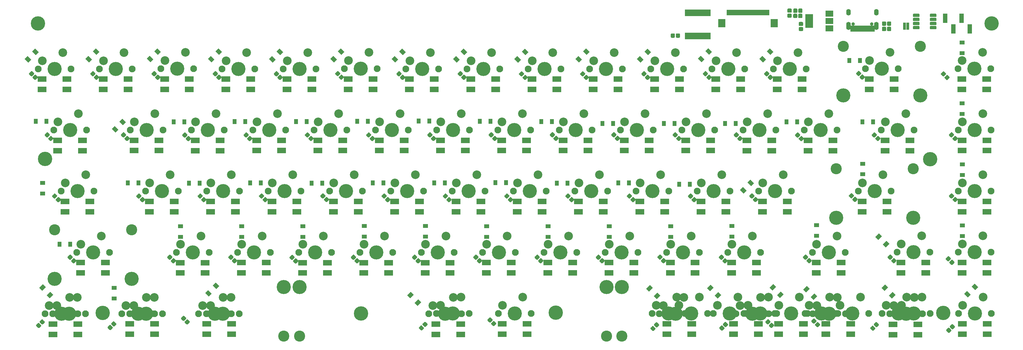
<source format=gbs>
G04 #@! TF.GenerationSoftware,KiCad,Pcbnew,5.1.5*
G04 #@! TF.CreationDate,2020-04-09T00:31:28+02:00*
G04 #@! TF.ProjectId,FullKeyboardV1,46756c6c-4b65-4796-926f-61726456312e,rev?*
G04 #@! TF.SameCoordinates,Original*
G04 #@! TF.FileFunction,Soldermask,Bot*
G04 #@! TF.FilePolarity,Negative*
%FSLAX46Y46*%
G04 Gerber Fmt 4.6, Leading zero omitted, Abs format (unit mm)*
G04 Created by KiCad (PCBNEW 5.1.5) date 2020-04-09 00:31:28*
%MOMM*%
%LPD*%
G04 APERTURE LIST*
%ADD10R,2.700000X1.700000*%
%ADD11C,2.101800*%
%ADD12C,4.387800*%
%ADD13C,2.686000*%
%ADD14C,3.448000*%
%ADD15C,0.100000*%
%ADD16R,1.400000X2.910000*%
%ADD17R,0.850000X2.150000*%
%ADD18R,1.000000X1.850000*%
%ADD19R,0.700000X1.850000*%
%ADD20O,1.400000X2.500000*%
%ADD21C,1.050000*%
%ADD22O,1.400000X2.000000*%
%ADD23R,1.600000X1.300000*%
%ADD24R,1.300000X1.600000*%
%ADD25R,0.700000X1.700000*%
%ADD26R,2.200000X2.600000*%
%ADD27R,0.900000X0.720000*%
%ADD28R,2.400000X1.900000*%
%ADD29R,2.400000X4.200000*%
%ADD30C,4.464000*%
G04 APERTURE END LIST*
D10*
X47400000Y-92300000D03*
X47400000Y-89100000D03*
X55100000Y-89100000D03*
X55100000Y-92300000D03*
D11*
X56380000Y-85900000D03*
X46220000Y-85900000D03*
D12*
X51300000Y-85900000D03*
D13*
X47490000Y-83360000D03*
X53840000Y-80820000D03*
D10*
X90220000Y-111290000D03*
X90220000Y-108090000D03*
X97920000Y-108090000D03*
X97920000Y-111290000D03*
D11*
X99200000Y-104890000D03*
X89040000Y-104890000D03*
D12*
X94120000Y-104890000D03*
D13*
X90310000Y-102350000D03*
X96660000Y-99810000D03*
X129815000Y-137835000D03*
X123465000Y-140375000D03*
D12*
X127275000Y-142915000D03*
D11*
X122195000Y-142915000D03*
X132355000Y-142915000D03*
D14*
X179655000Y-149900000D03*
D12*
X179655000Y-134660000D03*
D10*
X129725000Y-149365000D03*
X129725000Y-146165000D03*
X122025000Y-146165000D03*
X122025000Y-149365000D03*
D13*
X148955000Y-137825000D03*
X142625000Y-140365000D03*
D12*
X146435000Y-142905000D03*
D11*
X141355000Y-142905000D03*
X151515000Y-142905000D03*
D14*
X79760000Y-149885000D03*
D12*
X79760000Y-134650000D03*
D10*
X150235000Y-149305000D03*
X150235000Y-146105000D03*
X142535000Y-146105000D03*
X142535000Y-149305000D03*
D13*
X127445000Y-137850000D03*
X121095000Y-140390000D03*
D12*
X124905000Y-142930000D03*
D11*
X119825000Y-142930000D03*
X129985000Y-142930000D03*
D14*
X74867000Y-149915000D03*
X174943000Y-149915000D03*
D12*
X74867000Y-134675000D03*
X174943000Y-134675000D03*
D13*
X8470000Y-137875000D03*
X2120000Y-140415000D03*
X25920000Y-140390000D03*
X32270000Y-137850000D03*
X49720000Y-140390000D03*
X56070000Y-137850000D03*
D12*
X5930000Y-142955000D03*
D11*
X850000Y-142955000D03*
X11010000Y-142955000D03*
X24650000Y-142930000D03*
D12*
X29730000Y-142930000D03*
D11*
X34810000Y-142930000D03*
X58610000Y-142930000D03*
X48450000Y-142930000D03*
D12*
X53530000Y-142930000D03*
D10*
X3280000Y-146180000D03*
X10980000Y-149380000D03*
X10980000Y-146180000D03*
X3280000Y-149380000D03*
D13*
X34660000Y-137845000D03*
X28310000Y-140385000D03*
X52110000Y-140385000D03*
X58460000Y-137845000D03*
D12*
X55920000Y-142925000D03*
D11*
X50840000Y-142925000D03*
X61000000Y-142925000D03*
D12*
X32120000Y-142925000D03*
D11*
X27040000Y-142925000D03*
X37200000Y-142925000D03*
D10*
X58670000Y-146100000D03*
X50970000Y-149300000D03*
X58670000Y-149300000D03*
X50970000Y-146100000D03*
X34795000Y-149325000D03*
X34795000Y-146125000D03*
X27095000Y-146125000D03*
X27095000Y-149325000D03*
D13*
X10850000Y-137875000D03*
X4500000Y-140415000D03*
D11*
X3230000Y-142955000D03*
D12*
X8310000Y-142955000D03*
D11*
X13390000Y-142955000D03*
D13*
X246495000Y-137850000D03*
X240145000Y-140390000D03*
X234670000Y-137825000D03*
X228320000Y-140365000D03*
X222695000Y-137850000D03*
X196670000Y-137825000D03*
X198895000Y-137850000D03*
X209320000Y-140365000D03*
X215670000Y-137825000D03*
X190320000Y-140365000D03*
X192545000Y-140390000D03*
X216345000Y-140390000D03*
X263945000Y-140390000D03*
X270295000Y-137850000D03*
X266320000Y-140365000D03*
X272670000Y-137825000D03*
X253670000Y-137825000D03*
X247320000Y-140365000D03*
D12*
X220155000Y-142930000D03*
D11*
X215075000Y-142930000D03*
X225235000Y-142930000D03*
X238875000Y-142930000D03*
D12*
X243955000Y-142930000D03*
D11*
X249035000Y-142930000D03*
D12*
X270130000Y-142905000D03*
D11*
X275210000Y-142905000D03*
X246050000Y-142905000D03*
D12*
X251130000Y-142905000D03*
D11*
X256210000Y-142905000D03*
D12*
X232130000Y-142905000D03*
D11*
X237210000Y-142905000D03*
X227050000Y-142905000D03*
X208050000Y-142905000D03*
D12*
X213130000Y-142905000D03*
D11*
X218210000Y-142905000D03*
D12*
X194130000Y-142905000D03*
D11*
X189050000Y-142905000D03*
X199210000Y-142905000D03*
X191275000Y-142930000D03*
D12*
X196355000Y-142930000D03*
D11*
X262675000Y-142930000D03*
D12*
X267755000Y-142930000D03*
D11*
X272835000Y-142930000D03*
D10*
X271455000Y-149480000D03*
X271455000Y-146280000D03*
X263755000Y-149480000D03*
X263755000Y-146280000D03*
X228230000Y-146105000D03*
X228230000Y-149305000D03*
X235930000Y-149305000D03*
X235930000Y-146105000D03*
X214255000Y-146105000D03*
X221955000Y-146105000D03*
X214255000Y-149305000D03*
X221955000Y-149305000D03*
X250580000Y-149330000D03*
X242880000Y-149330000D03*
X242880000Y-146130000D03*
X250580000Y-146130000D03*
D13*
X203720000Y-137825000D03*
X197370000Y-140365000D03*
X225120000Y-137825000D03*
X218770000Y-140365000D03*
X237770000Y-140365000D03*
X244120000Y-137825000D03*
X267920000Y-137825000D03*
X261570000Y-140365000D03*
D11*
X260300000Y-142905000D03*
D12*
X265380000Y-142905000D03*
X241580000Y-142905000D03*
D11*
X246660000Y-142905000D03*
X236500000Y-142905000D03*
X217500000Y-142905000D03*
D12*
X222580000Y-142905000D03*
D11*
X227660000Y-142905000D03*
D12*
X201180000Y-142905000D03*
D11*
X206260000Y-142905000D03*
D10*
X201330000Y-146130000D03*
X193630000Y-146130000D03*
X201330000Y-149330000D03*
X193630000Y-149330000D03*
X254172000Y-111280000D03*
X254172000Y-108080000D03*
X261872000Y-108080000D03*
X261872000Y-111280000D03*
D12*
X270010000Y-113135000D03*
X246134000Y-113135000D03*
D14*
X270010000Y-97895000D03*
X246134000Y-97895000D03*
D11*
X263152000Y-104880000D03*
X252992000Y-104880000D03*
D12*
X258072000Y-104880000D03*
D13*
X254262000Y-102340000D03*
X260612000Y-99800000D03*
D10*
X142430000Y-92290000D03*
X142430000Y-89090000D03*
X150130000Y-89090000D03*
X150130000Y-92290000D03*
D11*
X151410000Y-85890000D03*
X141250000Y-85890000D03*
D12*
X146330000Y-85890000D03*
D13*
X142520000Y-83350000D03*
X148870000Y-80810000D03*
D15*
G36*
X276969504Y-53591204D02*
G01*
X276993773Y-53594804D01*
X277017571Y-53600765D01*
X277040671Y-53609030D01*
X277062849Y-53619520D01*
X277083893Y-53632133D01*
X277103598Y-53646747D01*
X277121777Y-53663223D01*
X277138253Y-53681402D01*
X277152867Y-53701107D01*
X277165480Y-53722151D01*
X277175970Y-53744329D01*
X277184235Y-53767429D01*
X277190196Y-53791227D01*
X277193796Y-53815496D01*
X277195000Y-53840000D01*
X277195000Y-54340000D01*
X277193796Y-54364504D01*
X277190196Y-54388773D01*
X277184235Y-54412571D01*
X277175970Y-54435671D01*
X277165480Y-54457849D01*
X277152867Y-54478893D01*
X277138253Y-54498598D01*
X277121777Y-54516777D01*
X277103598Y-54533253D01*
X277083893Y-54547867D01*
X277062849Y-54560480D01*
X277040671Y-54570970D01*
X277017571Y-54579235D01*
X276993773Y-54585196D01*
X276969504Y-54588796D01*
X276945000Y-54590000D01*
X275395000Y-54590000D01*
X275370496Y-54588796D01*
X275346227Y-54585196D01*
X275322429Y-54579235D01*
X275299329Y-54570970D01*
X275277151Y-54560480D01*
X275256107Y-54547867D01*
X275236402Y-54533253D01*
X275218223Y-54516777D01*
X275201747Y-54498598D01*
X275187133Y-54478893D01*
X275174520Y-54457849D01*
X275164030Y-54435671D01*
X275155765Y-54412571D01*
X275149804Y-54388773D01*
X275146204Y-54364504D01*
X275145000Y-54340000D01*
X275145000Y-53840000D01*
X275146204Y-53815496D01*
X275149804Y-53791227D01*
X275155765Y-53767429D01*
X275164030Y-53744329D01*
X275174520Y-53722151D01*
X275187133Y-53701107D01*
X275201747Y-53681402D01*
X275218223Y-53663223D01*
X275236402Y-53646747D01*
X275256107Y-53632133D01*
X275277151Y-53619520D01*
X275299329Y-53609030D01*
X275322429Y-53600765D01*
X275346227Y-53594804D01*
X275370496Y-53591204D01*
X275395000Y-53590000D01*
X276945000Y-53590000D01*
X276969504Y-53591204D01*
G37*
G36*
X276969504Y-52321204D02*
G01*
X276993773Y-52324804D01*
X277017571Y-52330765D01*
X277040671Y-52339030D01*
X277062849Y-52349520D01*
X277083893Y-52362133D01*
X277103598Y-52376747D01*
X277121777Y-52393223D01*
X277138253Y-52411402D01*
X277152867Y-52431107D01*
X277165480Y-52452151D01*
X277175970Y-52474329D01*
X277184235Y-52497429D01*
X277190196Y-52521227D01*
X277193796Y-52545496D01*
X277195000Y-52570000D01*
X277195000Y-53070000D01*
X277193796Y-53094504D01*
X277190196Y-53118773D01*
X277184235Y-53142571D01*
X277175970Y-53165671D01*
X277165480Y-53187849D01*
X277152867Y-53208893D01*
X277138253Y-53228598D01*
X277121777Y-53246777D01*
X277103598Y-53263253D01*
X277083893Y-53277867D01*
X277062849Y-53290480D01*
X277040671Y-53300970D01*
X277017571Y-53309235D01*
X276993773Y-53315196D01*
X276969504Y-53318796D01*
X276945000Y-53320000D01*
X275395000Y-53320000D01*
X275370496Y-53318796D01*
X275346227Y-53315196D01*
X275322429Y-53309235D01*
X275299329Y-53300970D01*
X275277151Y-53290480D01*
X275256107Y-53277867D01*
X275236402Y-53263253D01*
X275218223Y-53246777D01*
X275201747Y-53228598D01*
X275187133Y-53208893D01*
X275174520Y-53187849D01*
X275164030Y-53165671D01*
X275155765Y-53142571D01*
X275149804Y-53118773D01*
X275146204Y-53094504D01*
X275145000Y-53070000D01*
X275145000Y-52570000D01*
X275146204Y-52545496D01*
X275149804Y-52521227D01*
X275155765Y-52497429D01*
X275164030Y-52474329D01*
X275174520Y-52452151D01*
X275187133Y-52431107D01*
X275201747Y-52411402D01*
X275218223Y-52393223D01*
X275236402Y-52376747D01*
X275256107Y-52362133D01*
X275277151Y-52349520D01*
X275299329Y-52339030D01*
X275322429Y-52330765D01*
X275346227Y-52324804D01*
X275370496Y-52321204D01*
X275395000Y-52320000D01*
X276945000Y-52320000D01*
X276969504Y-52321204D01*
G37*
G36*
X276969504Y-51051204D02*
G01*
X276993773Y-51054804D01*
X277017571Y-51060765D01*
X277040671Y-51069030D01*
X277062849Y-51079520D01*
X277083893Y-51092133D01*
X277103598Y-51106747D01*
X277121777Y-51123223D01*
X277138253Y-51141402D01*
X277152867Y-51161107D01*
X277165480Y-51182151D01*
X277175970Y-51204329D01*
X277184235Y-51227429D01*
X277190196Y-51251227D01*
X277193796Y-51275496D01*
X277195000Y-51300000D01*
X277195000Y-51800000D01*
X277193796Y-51824504D01*
X277190196Y-51848773D01*
X277184235Y-51872571D01*
X277175970Y-51895671D01*
X277165480Y-51917849D01*
X277152867Y-51938893D01*
X277138253Y-51958598D01*
X277121777Y-51976777D01*
X277103598Y-51993253D01*
X277083893Y-52007867D01*
X277062849Y-52020480D01*
X277040671Y-52030970D01*
X277017571Y-52039235D01*
X276993773Y-52045196D01*
X276969504Y-52048796D01*
X276945000Y-52050000D01*
X275395000Y-52050000D01*
X275370496Y-52048796D01*
X275346227Y-52045196D01*
X275322429Y-52039235D01*
X275299329Y-52030970D01*
X275277151Y-52020480D01*
X275256107Y-52007867D01*
X275236402Y-51993253D01*
X275218223Y-51976777D01*
X275201747Y-51958598D01*
X275187133Y-51938893D01*
X275174520Y-51917849D01*
X275164030Y-51895671D01*
X275155765Y-51872571D01*
X275149804Y-51848773D01*
X275146204Y-51824504D01*
X275145000Y-51800000D01*
X275145000Y-51300000D01*
X275146204Y-51275496D01*
X275149804Y-51251227D01*
X275155765Y-51227429D01*
X275164030Y-51204329D01*
X275174520Y-51182151D01*
X275187133Y-51161107D01*
X275201747Y-51141402D01*
X275218223Y-51123223D01*
X275236402Y-51106747D01*
X275256107Y-51092133D01*
X275277151Y-51079520D01*
X275299329Y-51069030D01*
X275322429Y-51060765D01*
X275346227Y-51054804D01*
X275370496Y-51051204D01*
X275395000Y-51050000D01*
X276945000Y-51050000D01*
X276969504Y-51051204D01*
G37*
G36*
X276969504Y-49781204D02*
G01*
X276993773Y-49784804D01*
X277017571Y-49790765D01*
X277040671Y-49799030D01*
X277062849Y-49809520D01*
X277083893Y-49822133D01*
X277103598Y-49836747D01*
X277121777Y-49853223D01*
X277138253Y-49871402D01*
X277152867Y-49891107D01*
X277165480Y-49912151D01*
X277175970Y-49934329D01*
X277184235Y-49957429D01*
X277190196Y-49981227D01*
X277193796Y-50005496D01*
X277195000Y-50030000D01*
X277195000Y-50530000D01*
X277193796Y-50554504D01*
X277190196Y-50578773D01*
X277184235Y-50602571D01*
X277175970Y-50625671D01*
X277165480Y-50647849D01*
X277152867Y-50668893D01*
X277138253Y-50688598D01*
X277121777Y-50706777D01*
X277103598Y-50723253D01*
X277083893Y-50737867D01*
X277062849Y-50750480D01*
X277040671Y-50760970D01*
X277017571Y-50769235D01*
X276993773Y-50775196D01*
X276969504Y-50778796D01*
X276945000Y-50780000D01*
X275395000Y-50780000D01*
X275370496Y-50778796D01*
X275346227Y-50775196D01*
X275322429Y-50769235D01*
X275299329Y-50760970D01*
X275277151Y-50750480D01*
X275256107Y-50737867D01*
X275236402Y-50723253D01*
X275218223Y-50706777D01*
X275201747Y-50688598D01*
X275187133Y-50668893D01*
X275174520Y-50647849D01*
X275164030Y-50625671D01*
X275155765Y-50602571D01*
X275149804Y-50578773D01*
X275146204Y-50554504D01*
X275145000Y-50530000D01*
X275145000Y-50030000D01*
X275146204Y-50005496D01*
X275149804Y-49981227D01*
X275155765Y-49957429D01*
X275164030Y-49934329D01*
X275174520Y-49912151D01*
X275187133Y-49891107D01*
X275201747Y-49871402D01*
X275218223Y-49853223D01*
X275236402Y-49836747D01*
X275256107Y-49822133D01*
X275277151Y-49809520D01*
X275299329Y-49799030D01*
X275322429Y-49790765D01*
X275346227Y-49784804D01*
X275370496Y-49781204D01*
X275395000Y-49780000D01*
X276945000Y-49780000D01*
X276969504Y-49781204D01*
G37*
G36*
X271719504Y-49781204D02*
G01*
X271743773Y-49784804D01*
X271767571Y-49790765D01*
X271790671Y-49799030D01*
X271812849Y-49809520D01*
X271833893Y-49822133D01*
X271853598Y-49836747D01*
X271871777Y-49853223D01*
X271888253Y-49871402D01*
X271902867Y-49891107D01*
X271915480Y-49912151D01*
X271925970Y-49934329D01*
X271934235Y-49957429D01*
X271940196Y-49981227D01*
X271943796Y-50005496D01*
X271945000Y-50030000D01*
X271945000Y-50530000D01*
X271943796Y-50554504D01*
X271940196Y-50578773D01*
X271934235Y-50602571D01*
X271925970Y-50625671D01*
X271915480Y-50647849D01*
X271902867Y-50668893D01*
X271888253Y-50688598D01*
X271871777Y-50706777D01*
X271853598Y-50723253D01*
X271833893Y-50737867D01*
X271812849Y-50750480D01*
X271790671Y-50760970D01*
X271767571Y-50769235D01*
X271743773Y-50775196D01*
X271719504Y-50778796D01*
X271695000Y-50780000D01*
X270145000Y-50780000D01*
X270120496Y-50778796D01*
X270096227Y-50775196D01*
X270072429Y-50769235D01*
X270049329Y-50760970D01*
X270027151Y-50750480D01*
X270006107Y-50737867D01*
X269986402Y-50723253D01*
X269968223Y-50706777D01*
X269951747Y-50688598D01*
X269937133Y-50668893D01*
X269924520Y-50647849D01*
X269914030Y-50625671D01*
X269905765Y-50602571D01*
X269899804Y-50578773D01*
X269896204Y-50554504D01*
X269895000Y-50530000D01*
X269895000Y-50030000D01*
X269896204Y-50005496D01*
X269899804Y-49981227D01*
X269905765Y-49957429D01*
X269914030Y-49934329D01*
X269924520Y-49912151D01*
X269937133Y-49891107D01*
X269951747Y-49871402D01*
X269968223Y-49853223D01*
X269986402Y-49836747D01*
X270006107Y-49822133D01*
X270027151Y-49809520D01*
X270049329Y-49799030D01*
X270072429Y-49790765D01*
X270096227Y-49784804D01*
X270120496Y-49781204D01*
X270145000Y-49780000D01*
X271695000Y-49780000D01*
X271719504Y-49781204D01*
G37*
G36*
X271719504Y-51051204D02*
G01*
X271743773Y-51054804D01*
X271767571Y-51060765D01*
X271790671Y-51069030D01*
X271812849Y-51079520D01*
X271833893Y-51092133D01*
X271853598Y-51106747D01*
X271871777Y-51123223D01*
X271888253Y-51141402D01*
X271902867Y-51161107D01*
X271915480Y-51182151D01*
X271925970Y-51204329D01*
X271934235Y-51227429D01*
X271940196Y-51251227D01*
X271943796Y-51275496D01*
X271945000Y-51300000D01*
X271945000Y-51800000D01*
X271943796Y-51824504D01*
X271940196Y-51848773D01*
X271934235Y-51872571D01*
X271925970Y-51895671D01*
X271915480Y-51917849D01*
X271902867Y-51938893D01*
X271888253Y-51958598D01*
X271871777Y-51976777D01*
X271853598Y-51993253D01*
X271833893Y-52007867D01*
X271812849Y-52020480D01*
X271790671Y-52030970D01*
X271767571Y-52039235D01*
X271743773Y-52045196D01*
X271719504Y-52048796D01*
X271695000Y-52050000D01*
X270145000Y-52050000D01*
X270120496Y-52048796D01*
X270096227Y-52045196D01*
X270072429Y-52039235D01*
X270049329Y-52030970D01*
X270027151Y-52020480D01*
X270006107Y-52007867D01*
X269986402Y-51993253D01*
X269968223Y-51976777D01*
X269951747Y-51958598D01*
X269937133Y-51938893D01*
X269924520Y-51917849D01*
X269914030Y-51895671D01*
X269905765Y-51872571D01*
X269899804Y-51848773D01*
X269896204Y-51824504D01*
X269895000Y-51800000D01*
X269895000Y-51300000D01*
X269896204Y-51275496D01*
X269899804Y-51251227D01*
X269905765Y-51227429D01*
X269914030Y-51204329D01*
X269924520Y-51182151D01*
X269937133Y-51161107D01*
X269951747Y-51141402D01*
X269968223Y-51123223D01*
X269986402Y-51106747D01*
X270006107Y-51092133D01*
X270027151Y-51079520D01*
X270049329Y-51069030D01*
X270072429Y-51060765D01*
X270096227Y-51054804D01*
X270120496Y-51051204D01*
X270145000Y-51050000D01*
X271695000Y-51050000D01*
X271719504Y-51051204D01*
G37*
G36*
X271719504Y-52321204D02*
G01*
X271743773Y-52324804D01*
X271767571Y-52330765D01*
X271790671Y-52339030D01*
X271812849Y-52349520D01*
X271833893Y-52362133D01*
X271853598Y-52376747D01*
X271871777Y-52393223D01*
X271888253Y-52411402D01*
X271902867Y-52431107D01*
X271915480Y-52452151D01*
X271925970Y-52474329D01*
X271934235Y-52497429D01*
X271940196Y-52521227D01*
X271943796Y-52545496D01*
X271945000Y-52570000D01*
X271945000Y-53070000D01*
X271943796Y-53094504D01*
X271940196Y-53118773D01*
X271934235Y-53142571D01*
X271925970Y-53165671D01*
X271915480Y-53187849D01*
X271902867Y-53208893D01*
X271888253Y-53228598D01*
X271871777Y-53246777D01*
X271853598Y-53263253D01*
X271833893Y-53277867D01*
X271812849Y-53290480D01*
X271790671Y-53300970D01*
X271767571Y-53309235D01*
X271743773Y-53315196D01*
X271719504Y-53318796D01*
X271695000Y-53320000D01*
X270145000Y-53320000D01*
X270120496Y-53318796D01*
X270096227Y-53315196D01*
X270072429Y-53309235D01*
X270049329Y-53300970D01*
X270027151Y-53290480D01*
X270006107Y-53277867D01*
X269986402Y-53263253D01*
X269968223Y-53246777D01*
X269951747Y-53228598D01*
X269937133Y-53208893D01*
X269924520Y-53187849D01*
X269914030Y-53165671D01*
X269905765Y-53142571D01*
X269899804Y-53118773D01*
X269896204Y-53094504D01*
X269895000Y-53070000D01*
X269895000Y-52570000D01*
X269896204Y-52545496D01*
X269899804Y-52521227D01*
X269905765Y-52497429D01*
X269914030Y-52474329D01*
X269924520Y-52452151D01*
X269937133Y-52431107D01*
X269951747Y-52411402D01*
X269968223Y-52393223D01*
X269986402Y-52376747D01*
X270006107Y-52362133D01*
X270027151Y-52349520D01*
X270049329Y-52339030D01*
X270072429Y-52330765D01*
X270096227Y-52324804D01*
X270120496Y-52321204D01*
X270145000Y-52320000D01*
X271695000Y-52320000D01*
X271719504Y-52321204D01*
G37*
G36*
X271719504Y-53591204D02*
G01*
X271743773Y-53594804D01*
X271767571Y-53600765D01*
X271790671Y-53609030D01*
X271812849Y-53619520D01*
X271833893Y-53632133D01*
X271853598Y-53646747D01*
X271871777Y-53663223D01*
X271888253Y-53681402D01*
X271902867Y-53701107D01*
X271915480Y-53722151D01*
X271925970Y-53744329D01*
X271934235Y-53767429D01*
X271940196Y-53791227D01*
X271943796Y-53815496D01*
X271945000Y-53840000D01*
X271945000Y-54340000D01*
X271943796Y-54364504D01*
X271940196Y-54388773D01*
X271934235Y-54412571D01*
X271925970Y-54435671D01*
X271915480Y-54457849D01*
X271902867Y-54478893D01*
X271888253Y-54498598D01*
X271871777Y-54516777D01*
X271853598Y-54533253D01*
X271833893Y-54547867D01*
X271812849Y-54560480D01*
X271790671Y-54570970D01*
X271767571Y-54579235D01*
X271743773Y-54585196D01*
X271719504Y-54588796D01*
X271695000Y-54590000D01*
X270145000Y-54590000D01*
X270120496Y-54588796D01*
X270096227Y-54585196D01*
X270072429Y-54579235D01*
X270049329Y-54570970D01*
X270027151Y-54560480D01*
X270006107Y-54547867D01*
X269986402Y-54533253D01*
X269968223Y-54516777D01*
X269951747Y-54498598D01*
X269937133Y-54478893D01*
X269924520Y-54457849D01*
X269914030Y-54435671D01*
X269905765Y-54412571D01*
X269899804Y-54388773D01*
X269896204Y-54364504D01*
X269895000Y-54340000D01*
X269895000Y-53840000D01*
X269896204Y-53815496D01*
X269899804Y-53791227D01*
X269905765Y-53767429D01*
X269914030Y-53744329D01*
X269924520Y-53722151D01*
X269937133Y-53701107D01*
X269951747Y-53681402D01*
X269968223Y-53663223D01*
X269986402Y-53646747D01*
X270006107Y-53632133D01*
X270027151Y-53619520D01*
X270049329Y-53609030D01*
X270072429Y-53600765D01*
X270096227Y-53594804D01*
X270120496Y-53591204D01*
X270145000Y-53590000D01*
X271695000Y-53590000D01*
X271719504Y-53591204D01*
G37*
G36*
X261302493Y-52176535D02*
G01*
X261333435Y-52181125D01*
X261363778Y-52188725D01*
X261393230Y-52199263D01*
X261421508Y-52212638D01*
X261448338Y-52228719D01*
X261473463Y-52247353D01*
X261496640Y-52268360D01*
X261517647Y-52291537D01*
X261536281Y-52316662D01*
X261552362Y-52343492D01*
X261565737Y-52371770D01*
X261576275Y-52401222D01*
X261583875Y-52431565D01*
X261588465Y-52462507D01*
X261590000Y-52493750D01*
X261590000Y-53206250D01*
X261588465Y-53237493D01*
X261583875Y-53268435D01*
X261576275Y-53298778D01*
X261565737Y-53328230D01*
X261552362Y-53356508D01*
X261536281Y-53383338D01*
X261517647Y-53408463D01*
X261496640Y-53431640D01*
X261473463Y-53452647D01*
X261448338Y-53471281D01*
X261421508Y-53487362D01*
X261393230Y-53500737D01*
X261363778Y-53511275D01*
X261333435Y-53518875D01*
X261302493Y-53523465D01*
X261271250Y-53525000D01*
X260633750Y-53525000D01*
X260602507Y-53523465D01*
X260571565Y-53518875D01*
X260541222Y-53511275D01*
X260511770Y-53500737D01*
X260483492Y-53487362D01*
X260456662Y-53471281D01*
X260431537Y-53452647D01*
X260408360Y-53431640D01*
X260387353Y-53408463D01*
X260368719Y-53383338D01*
X260352638Y-53356508D01*
X260339263Y-53328230D01*
X260328725Y-53298778D01*
X260321125Y-53268435D01*
X260316535Y-53237493D01*
X260315000Y-53206250D01*
X260315000Y-52493750D01*
X260316535Y-52462507D01*
X260321125Y-52431565D01*
X260328725Y-52401222D01*
X260339263Y-52371770D01*
X260352638Y-52343492D01*
X260368719Y-52316662D01*
X260387353Y-52291537D01*
X260408360Y-52268360D01*
X260431537Y-52247353D01*
X260456662Y-52228719D01*
X260483492Y-52212638D01*
X260511770Y-52199263D01*
X260541222Y-52188725D01*
X260571565Y-52181125D01*
X260602507Y-52176535D01*
X260633750Y-52175000D01*
X261271250Y-52175000D01*
X261302493Y-52176535D01*
G37*
G36*
X262877493Y-52176535D02*
G01*
X262908435Y-52181125D01*
X262938778Y-52188725D01*
X262968230Y-52199263D01*
X262996508Y-52212638D01*
X263023338Y-52228719D01*
X263048463Y-52247353D01*
X263071640Y-52268360D01*
X263092647Y-52291537D01*
X263111281Y-52316662D01*
X263127362Y-52343492D01*
X263140737Y-52371770D01*
X263151275Y-52401222D01*
X263158875Y-52431565D01*
X263163465Y-52462507D01*
X263165000Y-52493750D01*
X263165000Y-53206250D01*
X263163465Y-53237493D01*
X263158875Y-53268435D01*
X263151275Y-53298778D01*
X263140737Y-53328230D01*
X263127362Y-53356508D01*
X263111281Y-53383338D01*
X263092647Y-53408463D01*
X263071640Y-53431640D01*
X263048463Y-53452647D01*
X263023338Y-53471281D01*
X262996508Y-53487362D01*
X262968230Y-53500737D01*
X262938778Y-53511275D01*
X262908435Y-53518875D01*
X262877493Y-53523465D01*
X262846250Y-53525000D01*
X262208750Y-53525000D01*
X262177507Y-53523465D01*
X262146565Y-53518875D01*
X262116222Y-53511275D01*
X262086770Y-53500737D01*
X262058492Y-53487362D01*
X262031662Y-53471281D01*
X262006537Y-53452647D01*
X261983360Y-53431640D01*
X261962353Y-53408463D01*
X261943719Y-53383338D01*
X261927638Y-53356508D01*
X261914263Y-53328230D01*
X261903725Y-53298778D01*
X261896125Y-53268435D01*
X261891535Y-53237493D01*
X261890000Y-53206250D01*
X261890000Y-52493750D01*
X261891535Y-52462507D01*
X261896125Y-52431565D01*
X261903725Y-52401222D01*
X261914263Y-52371770D01*
X261927638Y-52343492D01*
X261943719Y-52316662D01*
X261962353Y-52291537D01*
X261983360Y-52268360D01*
X262006537Y-52247353D01*
X262031662Y-52228719D01*
X262058492Y-52212638D01*
X262086770Y-52199263D01*
X262116222Y-52188725D01*
X262146565Y-52181125D01*
X262177507Y-52176535D01*
X262208750Y-52175000D01*
X262846250Y-52175000D01*
X262877493Y-52176535D01*
G37*
G36*
X261292493Y-53816535D02*
G01*
X261323435Y-53821125D01*
X261353778Y-53828725D01*
X261383230Y-53839263D01*
X261411508Y-53852638D01*
X261438338Y-53868719D01*
X261463463Y-53887353D01*
X261486640Y-53908360D01*
X261507647Y-53931537D01*
X261526281Y-53956662D01*
X261542362Y-53983492D01*
X261555737Y-54011770D01*
X261566275Y-54041222D01*
X261573875Y-54071565D01*
X261578465Y-54102507D01*
X261580000Y-54133750D01*
X261580000Y-54846250D01*
X261578465Y-54877493D01*
X261573875Y-54908435D01*
X261566275Y-54938778D01*
X261555737Y-54968230D01*
X261542362Y-54996508D01*
X261526281Y-55023338D01*
X261507647Y-55048463D01*
X261486640Y-55071640D01*
X261463463Y-55092647D01*
X261438338Y-55111281D01*
X261411508Y-55127362D01*
X261383230Y-55140737D01*
X261353778Y-55151275D01*
X261323435Y-55158875D01*
X261292493Y-55163465D01*
X261261250Y-55165000D01*
X260623750Y-55165000D01*
X260592507Y-55163465D01*
X260561565Y-55158875D01*
X260531222Y-55151275D01*
X260501770Y-55140737D01*
X260473492Y-55127362D01*
X260446662Y-55111281D01*
X260421537Y-55092647D01*
X260398360Y-55071640D01*
X260377353Y-55048463D01*
X260358719Y-55023338D01*
X260342638Y-54996508D01*
X260329263Y-54968230D01*
X260318725Y-54938778D01*
X260311125Y-54908435D01*
X260306535Y-54877493D01*
X260305000Y-54846250D01*
X260305000Y-54133750D01*
X260306535Y-54102507D01*
X260311125Y-54071565D01*
X260318725Y-54041222D01*
X260329263Y-54011770D01*
X260342638Y-53983492D01*
X260358719Y-53956662D01*
X260377353Y-53931537D01*
X260398360Y-53908360D01*
X260421537Y-53887353D01*
X260446662Y-53868719D01*
X260473492Y-53852638D01*
X260501770Y-53839263D01*
X260531222Y-53828725D01*
X260561565Y-53821125D01*
X260592507Y-53816535D01*
X260623750Y-53815000D01*
X261261250Y-53815000D01*
X261292493Y-53816535D01*
G37*
G36*
X262867493Y-53816535D02*
G01*
X262898435Y-53821125D01*
X262928778Y-53828725D01*
X262958230Y-53839263D01*
X262986508Y-53852638D01*
X263013338Y-53868719D01*
X263038463Y-53887353D01*
X263061640Y-53908360D01*
X263082647Y-53931537D01*
X263101281Y-53956662D01*
X263117362Y-53983492D01*
X263130737Y-54011770D01*
X263141275Y-54041222D01*
X263148875Y-54071565D01*
X263153465Y-54102507D01*
X263155000Y-54133750D01*
X263155000Y-54846250D01*
X263153465Y-54877493D01*
X263148875Y-54908435D01*
X263141275Y-54938778D01*
X263130737Y-54968230D01*
X263117362Y-54996508D01*
X263101281Y-55023338D01*
X263082647Y-55048463D01*
X263061640Y-55071640D01*
X263038463Y-55092647D01*
X263013338Y-55111281D01*
X262986508Y-55127362D01*
X262958230Y-55140737D01*
X262928778Y-55151275D01*
X262898435Y-55158875D01*
X262867493Y-55163465D01*
X262836250Y-55165000D01*
X262198750Y-55165000D01*
X262167507Y-55163465D01*
X262136565Y-55158875D01*
X262106222Y-55151275D01*
X262076770Y-55140737D01*
X262048492Y-55127362D01*
X262021662Y-55111281D01*
X261996537Y-55092647D01*
X261973360Y-55071640D01*
X261952353Y-55048463D01*
X261933719Y-55023338D01*
X261917638Y-54996508D01*
X261904263Y-54968230D01*
X261893725Y-54938778D01*
X261886125Y-54908435D01*
X261881535Y-54877493D01*
X261880000Y-54846250D01*
X261880000Y-54133750D01*
X261881535Y-54102507D01*
X261886125Y-54071565D01*
X261893725Y-54041222D01*
X261904263Y-54011770D01*
X261917638Y-53983492D01*
X261933719Y-53956662D01*
X261952353Y-53931537D01*
X261973360Y-53908360D01*
X261996537Y-53887353D01*
X262021662Y-53868719D01*
X262048492Y-53852638D01*
X262076770Y-53839263D01*
X262106222Y-53828725D01*
X262136565Y-53821125D01*
X262167507Y-53816535D01*
X262198750Y-53815000D01*
X262836250Y-53815000D01*
X262867493Y-53816535D01*
G37*
G36*
X233782493Y-48156535D02*
G01*
X233813435Y-48161125D01*
X233843778Y-48168725D01*
X233873230Y-48179263D01*
X233901508Y-48192638D01*
X233928338Y-48208719D01*
X233953463Y-48227353D01*
X233976640Y-48248360D01*
X233997647Y-48271537D01*
X234016281Y-48296662D01*
X234032362Y-48323492D01*
X234045737Y-48351770D01*
X234056275Y-48381222D01*
X234063875Y-48411565D01*
X234068465Y-48442507D01*
X234070000Y-48473750D01*
X234070000Y-49186250D01*
X234068465Y-49217493D01*
X234063875Y-49248435D01*
X234056275Y-49278778D01*
X234045737Y-49308230D01*
X234032362Y-49336508D01*
X234016281Y-49363338D01*
X233997647Y-49388463D01*
X233976640Y-49411640D01*
X233953463Y-49432647D01*
X233928338Y-49451281D01*
X233901508Y-49467362D01*
X233873230Y-49480737D01*
X233843778Y-49491275D01*
X233813435Y-49498875D01*
X233782493Y-49503465D01*
X233751250Y-49505000D01*
X233113750Y-49505000D01*
X233082507Y-49503465D01*
X233051565Y-49498875D01*
X233021222Y-49491275D01*
X232991770Y-49480737D01*
X232963492Y-49467362D01*
X232936662Y-49451281D01*
X232911537Y-49432647D01*
X232888360Y-49411640D01*
X232867353Y-49388463D01*
X232848719Y-49363338D01*
X232832638Y-49336508D01*
X232819263Y-49308230D01*
X232808725Y-49278778D01*
X232801125Y-49248435D01*
X232796535Y-49217493D01*
X232795000Y-49186250D01*
X232795000Y-48473750D01*
X232796535Y-48442507D01*
X232801125Y-48411565D01*
X232808725Y-48381222D01*
X232819263Y-48351770D01*
X232832638Y-48323492D01*
X232848719Y-48296662D01*
X232867353Y-48271537D01*
X232888360Y-48248360D01*
X232911537Y-48227353D01*
X232936662Y-48208719D01*
X232963492Y-48192638D01*
X232991770Y-48179263D01*
X233021222Y-48168725D01*
X233051565Y-48161125D01*
X233082507Y-48156535D01*
X233113750Y-48155000D01*
X233751250Y-48155000D01*
X233782493Y-48156535D01*
G37*
G36*
X235357493Y-48156535D02*
G01*
X235388435Y-48161125D01*
X235418778Y-48168725D01*
X235448230Y-48179263D01*
X235476508Y-48192638D01*
X235503338Y-48208719D01*
X235528463Y-48227353D01*
X235551640Y-48248360D01*
X235572647Y-48271537D01*
X235591281Y-48296662D01*
X235607362Y-48323492D01*
X235620737Y-48351770D01*
X235631275Y-48381222D01*
X235638875Y-48411565D01*
X235643465Y-48442507D01*
X235645000Y-48473750D01*
X235645000Y-49186250D01*
X235643465Y-49217493D01*
X235638875Y-49248435D01*
X235631275Y-49278778D01*
X235620737Y-49308230D01*
X235607362Y-49336508D01*
X235591281Y-49363338D01*
X235572647Y-49388463D01*
X235551640Y-49411640D01*
X235528463Y-49432647D01*
X235503338Y-49451281D01*
X235476508Y-49467362D01*
X235448230Y-49480737D01*
X235418778Y-49491275D01*
X235388435Y-49498875D01*
X235357493Y-49503465D01*
X235326250Y-49505000D01*
X234688750Y-49505000D01*
X234657507Y-49503465D01*
X234626565Y-49498875D01*
X234596222Y-49491275D01*
X234566770Y-49480737D01*
X234538492Y-49467362D01*
X234511662Y-49451281D01*
X234486537Y-49432647D01*
X234463360Y-49411640D01*
X234442353Y-49388463D01*
X234423719Y-49363338D01*
X234407638Y-49336508D01*
X234394263Y-49308230D01*
X234383725Y-49278778D01*
X234376125Y-49248435D01*
X234371535Y-49217493D01*
X234370000Y-49186250D01*
X234370000Y-48473750D01*
X234371535Y-48442507D01*
X234376125Y-48411565D01*
X234383725Y-48381222D01*
X234394263Y-48351770D01*
X234407638Y-48323492D01*
X234423719Y-48296662D01*
X234442353Y-48271537D01*
X234463360Y-48248360D01*
X234486537Y-48227353D01*
X234511662Y-48208719D01*
X234538492Y-48192638D01*
X234566770Y-48179263D01*
X234596222Y-48168725D01*
X234626565Y-48161125D01*
X234657507Y-48156535D01*
X234688750Y-48155000D01*
X235326250Y-48155000D01*
X235357493Y-48156535D01*
G37*
G36*
X235337493Y-49776535D02*
G01*
X235368435Y-49781125D01*
X235398778Y-49788725D01*
X235428230Y-49799263D01*
X235456508Y-49812638D01*
X235483338Y-49828719D01*
X235508463Y-49847353D01*
X235531640Y-49868360D01*
X235552647Y-49891537D01*
X235571281Y-49916662D01*
X235587362Y-49943492D01*
X235600737Y-49971770D01*
X235611275Y-50001222D01*
X235618875Y-50031565D01*
X235623465Y-50062507D01*
X235625000Y-50093750D01*
X235625000Y-50806250D01*
X235623465Y-50837493D01*
X235618875Y-50868435D01*
X235611275Y-50898778D01*
X235600737Y-50928230D01*
X235587362Y-50956508D01*
X235571281Y-50983338D01*
X235552647Y-51008463D01*
X235531640Y-51031640D01*
X235508463Y-51052647D01*
X235483338Y-51071281D01*
X235456508Y-51087362D01*
X235428230Y-51100737D01*
X235398778Y-51111275D01*
X235368435Y-51118875D01*
X235337493Y-51123465D01*
X235306250Y-51125000D01*
X234668750Y-51125000D01*
X234637507Y-51123465D01*
X234606565Y-51118875D01*
X234576222Y-51111275D01*
X234546770Y-51100737D01*
X234518492Y-51087362D01*
X234491662Y-51071281D01*
X234466537Y-51052647D01*
X234443360Y-51031640D01*
X234422353Y-51008463D01*
X234403719Y-50983338D01*
X234387638Y-50956508D01*
X234374263Y-50928230D01*
X234363725Y-50898778D01*
X234356125Y-50868435D01*
X234351535Y-50837493D01*
X234350000Y-50806250D01*
X234350000Y-50093750D01*
X234351535Y-50062507D01*
X234356125Y-50031565D01*
X234363725Y-50001222D01*
X234374263Y-49971770D01*
X234387638Y-49943492D01*
X234403719Y-49916662D01*
X234422353Y-49891537D01*
X234443360Y-49868360D01*
X234466537Y-49847353D01*
X234491662Y-49828719D01*
X234518492Y-49812638D01*
X234546770Y-49799263D01*
X234576222Y-49788725D01*
X234606565Y-49781125D01*
X234637507Y-49776535D01*
X234668750Y-49775000D01*
X235306250Y-49775000D01*
X235337493Y-49776535D01*
G37*
G36*
X233762493Y-49776535D02*
G01*
X233793435Y-49781125D01*
X233823778Y-49788725D01*
X233853230Y-49799263D01*
X233881508Y-49812638D01*
X233908338Y-49828719D01*
X233933463Y-49847353D01*
X233956640Y-49868360D01*
X233977647Y-49891537D01*
X233996281Y-49916662D01*
X234012362Y-49943492D01*
X234025737Y-49971770D01*
X234036275Y-50001222D01*
X234043875Y-50031565D01*
X234048465Y-50062507D01*
X234050000Y-50093750D01*
X234050000Y-50806250D01*
X234048465Y-50837493D01*
X234043875Y-50868435D01*
X234036275Y-50898778D01*
X234025737Y-50928230D01*
X234012362Y-50956508D01*
X233996281Y-50983338D01*
X233977647Y-51008463D01*
X233956640Y-51031640D01*
X233933463Y-51052647D01*
X233908338Y-51071281D01*
X233881508Y-51087362D01*
X233853230Y-51100737D01*
X233823778Y-51111275D01*
X233793435Y-51118875D01*
X233762493Y-51123465D01*
X233731250Y-51125000D01*
X233093750Y-51125000D01*
X233062507Y-51123465D01*
X233031565Y-51118875D01*
X233001222Y-51111275D01*
X232971770Y-51100737D01*
X232943492Y-51087362D01*
X232916662Y-51071281D01*
X232891537Y-51052647D01*
X232868360Y-51031640D01*
X232847353Y-51008463D01*
X232828719Y-50983338D01*
X232812638Y-50956508D01*
X232799263Y-50928230D01*
X232788725Y-50898778D01*
X232781125Y-50868435D01*
X232776535Y-50837493D01*
X232775000Y-50806250D01*
X232775000Y-50093750D01*
X232776535Y-50062507D01*
X232781125Y-50031565D01*
X232788725Y-50001222D01*
X232799263Y-49971770D01*
X232812638Y-49943492D01*
X232828719Y-49916662D01*
X232847353Y-49891537D01*
X232868360Y-49868360D01*
X232891537Y-49847353D01*
X232916662Y-49828719D01*
X232943492Y-49812638D01*
X232971770Y-49799263D01*
X233001222Y-49788725D01*
X233031565Y-49781125D01*
X233062507Y-49776535D01*
X233093750Y-49775000D01*
X233731250Y-49775000D01*
X233762493Y-49776535D01*
G37*
D16*
X287480000Y-54530000D03*
X282400000Y-54530000D03*
X284940000Y-51220000D03*
X279860000Y-51220000D03*
D15*
G36*
X232027493Y-48166535D02*
G01*
X232058435Y-48171125D01*
X232088778Y-48178725D01*
X232118230Y-48189263D01*
X232146508Y-48202638D01*
X232173338Y-48218719D01*
X232198463Y-48237353D01*
X232221640Y-48258360D01*
X232242647Y-48281537D01*
X232261281Y-48306662D01*
X232277362Y-48333492D01*
X232290737Y-48361770D01*
X232301275Y-48391222D01*
X232308875Y-48421565D01*
X232313465Y-48452507D01*
X232315000Y-48483750D01*
X232315000Y-49121250D01*
X232313465Y-49152493D01*
X232308875Y-49183435D01*
X232301275Y-49213778D01*
X232290737Y-49243230D01*
X232277362Y-49271508D01*
X232261281Y-49298338D01*
X232242647Y-49323463D01*
X232221640Y-49346640D01*
X232198463Y-49367647D01*
X232173338Y-49386281D01*
X232146508Y-49402362D01*
X232118230Y-49415737D01*
X232088778Y-49426275D01*
X232058435Y-49433875D01*
X232027493Y-49438465D01*
X231996250Y-49440000D01*
X231283750Y-49440000D01*
X231252507Y-49438465D01*
X231221565Y-49433875D01*
X231191222Y-49426275D01*
X231161770Y-49415737D01*
X231133492Y-49402362D01*
X231106662Y-49386281D01*
X231081537Y-49367647D01*
X231058360Y-49346640D01*
X231037353Y-49323463D01*
X231018719Y-49298338D01*
X231002638Y-49271508D01*
X230989263Y-49243230D01*
X230978725Y-49213778D01*
X230971125Y-49183435D01*
X230966535Y-49152493D01*
X230965000Y-49121250D01*
X230965000Y-48483750D01*
X230966535Y-48452507D01*
X230971125Y-48421565D01*
X230978725Y-48391222D01*
X230989263Y-48361770D01*
X231002638Y-48333492D01*
X231018719Y-48306662D01*
X231037353Y-48281537D01*
X231058360Y-48258360D01*
X231081537Y-48237353D01*
X231106662Y-48218719D01*
X231133492Y-48202638D01*
X231161770Y-48189263D01*
X231191222Y-48178725D01*
X231221565Y-48171125D01*
X231252507Y-48166535D01*
X231283750Y-48165000D01*
X231996250Y-48165000D01*
X232027493Y-48166535D01*
G37*
G36*
X232027493Y-49741535D02*
G01*
X232058435Y-49746125D01*
X232088778Y-49753725D01*
X232118230Y-49764263D01*
X232146508Y-49777638D01*
X232173338Y-49793719D01*
X232198463Y-49812353D01*
X232221640Y-49833360D01*
X232242647Y-49856537D01*
X232261281Y-49881662D01*
X232277362Y-49908492D01*
X232290737Y-49936770D01*
X232301275Y-49966222D01*
X232308875Y-49996565D01*
X232313465Y-50027507D01*
X232315000Y-50058750D01*
X232315000Y-50696250D01*
X232313465Y-50727493D01*
X232308875Y-50758435D01*
X232301275Y-50788778D01*
X232290737Y-50818230D01*
X232277362Y-50846508D01*
X232261281Y-50873338D01*
X232242647Y-50898463D01*
X232221640Y-50921640D01*
X232198463Y-50942647D01*
X232173338Y-50961281D01*
X232146508Y-50977362D01*
X232118230Y-50990737D01*
X232088778Y-51001275D01*
X232058435Y-51008875D01*
X232027493Y-51013465D01*
X231996250Y-51015000D01*
X231283750Y-51015000D01*
X231252507Y-51013465D01*
X231221565Y-51008875D01*
X231191222Y-51001275D01*
X231161770Y-50990737D01*
X231133492Y-50977362D01*
X231106662Y-50961281D01*
X231081537Y-50942647D01*
X231058360Y-50921640D01*
X231037353Y-50898463D01*
X231018719Y-50873338D01*
X231002638Y-50846508D01*
X230989263Y-50818230D01*
X230978725Y-50788778D01*
X230971125Y-50758435D01*
X230966535Y-50727493D01*
X230965000Y-50696250D01*
X230965000Y-50058750D01*
X230966535Y-50027507D01*
X230971125Y-49996565D01*
X230978725Y-49966222D01*
X230989263Y-49936770D01*
X231002638Y-49908492D01*
X231018719Y-49881662D01*
X231037353Y-49856537D01*
X231058360Y-49833360D01*
X231081537Y-49812353D01*
X231106662Y-49793719D01*
X231133492Y-49777638D01*
X231161770Y-49764263D01*
X231191222Y-49753725D01*
X231221565Y-49746125D01*
X231252507Y-49741535D01*
X231283750Y-49740000D01*
X231996250Y-49740000D01*
X232027493Y-49741535D01*
G37*
G36*
X235567493Y-52326535D02*
G01*
X235598435Y-52331125D01*
X235628778Y-52338725D01*
X235658230Y-52349263D01*
X235686508Y-52362638D01*
X235713338Y-52378719D01*
X235738463Y-52397353D01*
X235761640Y-52418360D01*
X235782647Y-52441537D01*
X235801281Y-52466662D01*
X235817362Y-52493492D01*
X235830737Y-52521770D01*
X235841275Y-52551222D01*
X235848875Y-52581565D01*
X235853465Y-52612507D01*
X235855000Y-52643750D01*
X235855000Y-53281250D01*
X235853465Y-53312493D01*
X235848875Y-53343435D01*
X235841275Y-53373778D01*
X235830737Y-53403230D01*
X235817362Y-53431508D01*
X235801281Y-53458338D01*
X235782647Y-53483463D01*
X235761640Y-53506640D01*
X235738463Y-53527647D01*
X235713338Y-53546281D01*
X235686508Y-53562362D01*
X235658230Y-53575737D01*
X235628778Y-53586275D01*
X235598435Y-53593875D01*
X235567493Y-53598465D01*
X235536250Y-53600000D01*
X234823750Y-53600000D01*
X234792507Y-53598465D01*
X234761565Y-53593875D01*
X234731222Y-53586275D01*
X234701770Y-53575737D01*
X234673492Y-53562362D01*
X234646662Y-53546281D01*
X234621537Y-53527647D01*
X234598360Y-53506640D01*
X234577353Y-53483463D01*
X234558719Y-53458338D01*
X234542638Y-53431508D01*
X234529263Y-53403230D01*
X234518725Y-53373778D01*
X234511125Y-53343435D01*
X234506535Y-53312493D01*
X234505000Y-53281250D01*
X234505000Y-52643750D01*
X234506535Y-52612507D01*
X234511125Y-52581565D01*
X234518725Y-52551222D01*
X234529263Y-52521770D01*
X234542638Y-52493492D01*
X234558719Y-52466662D01*
X234577353Y-52441537D01*
X234598360Y-52418360D01*
X234621537Y-52397353D01*
X234646662Y-52378719D01*
X234673492Y-52362638D01*
X234701770Y-52349263D01*
X234731222Y-52338725D01*
X234761565Y-52331125D01*
X234792507Y-52326535D01*
X234823750Y-52325000D01*
X235536250Y-52325000D01*
X235567493Y-52326535D01*
G37*
G36*
X235567493Y-53901535D02*
G01*
X235598435Y-53906125D01*
X235628778Y-53913725D01*
X235658230Y-53924263D01*
X235686508Y-53937638D01*
X235713338Y-53953719D01*
X235738463Y-53972353D01*
X235761640Y-53993360D01*
X235782647Y-54016537D01*
X235801281Y-54041662D01*
X235817362Y-54068492D01*
X235830737Y-54096770D01*
X235841275Y-54126222D01*
X235848875Y-54156565D01*
X235853465Y-54187507D01*
X235855000Y-54218750D01*
X235855000Y-54856250D01*
X235853465Y-54887493D01*
X235848875Y-54918435D01*
X235841275Y-54948778D01*
X235830737Y-54978230D01*
X235817362Y-55006508D01*
X235801281Y-55033338D01*
X235782647Y-55058463D01*
X235761640Y-55081640D01*
X235738463Y-55102647D01*
X235713338Y-55121281D01*
X235686508Y-55137362D01*
X235658230Y-55150737D01*
X235628778Y-55161275D01*
X235598435Y-55168875D01*
X235567493Y-55173465D01*
X235536250Y-55175000D01*
X234823750Y-55175000D01*
X234792507Y-55173465D01*
X234761565Y-55168875D01*
X234731222Y-55161275D01*
X234701770Y-55150737D01*
X234673492Y-55137362D01*
X234646662Y-55121281D01*
X234621537Y-55102647D01*
X234598360Y-55081640D01*
X234577353Y-55058463D01*
X234558719Y-55033338D01*
X234542638Y-55006508D01*
X234529263Y-54978230D01*
X234518725Y-54948778D01*
X234511125Y-54918435D01*
X234506535Y-54887493D01*
X234505000Y-54856250D01*
X234505000Y-54218750D01*
X234506535Y-54187507D01*
X234511125Y-54156565D01*
X234518725Y-54126222D01*
X234529263Y-54096770D01*
X234542638Y-54068492D01*
X234558719Y-54041662D01*
X234577353Y-54016537D01*
X234598360Y-53993360D01*
X234621537Y-53972353D01*
X234646662Y-53953719D01*
X234673492Y-53937638D01*
X234701770Y-53924263D01*
X234731222Y-53913725D01*
X234761565Y-53906125D01*
X234792507Y-53901535D01*
X234823750Y-53900000D01*
X235536250Y-53900000D01*
X235567493Y-53901535D01*
G37*
G36*
X226109607Y-145787335D02*
G01*
X226140549Y-145791925D01*
X226170892Y-145799525D01*
X226200344Y-145810063D01*
X226228622Y-145823438D01*
X226255452Y-145839519D01*
X226280577Y-145858153D01*
X226303754Y-145879160D01*
X226754534Y-146329940D01*
X226775541Y-146353117D01*
X226794175Y-146378242D01*
X226810256Y-146405072D01*
X226823631Y-146433350D01*
X226834169Y-146462802D01*
X226841769Y-146493145D01*
X226846359Y-146524087D01*
X226847894Y-146555330D01*
X226846359Y-146586573D01*
X226841769Y-146617515D01*
X226834169Y-146647858D01*
X226823631Y-146677310D01*
X226810256Y-146705588D01*
X226794175Y-146732418D01*
X226775541Y-146757543D01*
X226754534Y-146780720D01*
X226250720Y-147284534D01*
X226227543Y-147305541D01*
X226202418Y-147324175D01*
X226175588Y-147340256D01*
X226147310Y-147353631D01*
X226117858Y-147364169D01*
X226087515Y-147371769D01*
X226056573Y-147376359D01*
X226025330Y-147377894D01*
X225994087Y-147376359D01*
X225963145Y-147371769D01*
X225932802Y-147364169D01*
X225903350Y-147353631D01*
X225875072Y-147340256D01*
X225848242Y-147324175D01*
X225823117Y-147305541D01*
X225799940Y-147284534D01*
X225349160Y-146833754D01*
X225328153Y-146810577D01*
X225309519Y-146785452D01*
X225293438Y-146758622D01*
X225280063Y-146730344D01*
X225269525Y-146700892D01*
X225261925Y-146670549D01*
X225257335Y-146639607D01*
X225255800Y-146608364D01*
X225257335Y-146577121D01*
X225261925Y-146546179D01*
X225269525Y-146515836D01*
X225280063Y-146486384D01*
X225293438Y-146458106D01*
X225309519Y-146431276D01*
X225328153Y-146406151D01*
X225349160Y-146382974D01*
X225852974Y-145879160D01*
X225876151Y-145858153D01*
X225901276Y-145839519D01*
X225928106Y-145823438D01*
X225956384Y-145810063D01*
X225985836Y-145799525D01*
X226016179Y-145791925D01*
X226047121Y-145787335D01*
X226078364Y-145785800D01*
X226109607Y-145787335D01*
G37*
G36*
X224995913Y-144673641D02*
G01*
X225026855Y-144678231D01*
X225057198Y-144685831D01*
X225086650Y-144696369D01*
X225114928Y-144709744D01*
X225141758Y-144725825D01*
X225166883Y-144744459D01*
X225190060Y-144765466D01*
X225640840Y-145216246D01*
X225661847Y-145239423D01*
X225680481Y-145264548D01*
X225696562Y-145291378D01*
X225709937Y-145319656D01*
X225720475Y-145349108D01*
X225728075Y-145379451D01*
X225732665Y-145410393D01*
X225734200Y-145441636D01*
X225732665Y-145472879D01*
X225728075Y-145503821D01*
X225720475Y-145534164D01*
X225709937Y-145563616D01*
X225696562Y-145591894D01*
X225680481Y-145618724D01*
X225661847Y-145643849D01*
X225640840Y-145667026D01*
X225137026Y-146170840D01*
X225113849Y-146191847D01*
X225088724Y-146210481D01*
X225061894Y-146226562D01*
X225033616Y-146239937D01*
X225004164Y-146250475D01*
X224973821Y-146258075D01*
X224942879Y-146262665D01*
X224911636Y-146264200D01*
X224880393Y-146262665D01*
X224849451Y-146258075D01*
X224819108Y-146250475D01*
X224789656Y-146239937D01*
X224761378Y-146226562D01*
X224734548Y-146210481D01*
X224709423Y-146191847D01*
X224686246Y-146170840D01*
X224235466Y-145720060D01*
X224214459Y-145696883D01*
X224195825Y-145671758D01*
X224179744Y-145644928D01*
X224166369Y-145616650D01*
X224155831Y-145587198D01*
X224148231Y-145556855D01*
X224143641Y-145525913D01*
X224142106Y-145494670D01*
X224143641Y-145463427D01*
X224148231Y-145432485D01*
X224155831Y-145402142D01*
X224166369Y-145372690D01*
X224179744Y-145344412D01*
X224195825Y-145317582D01*
X224214459Y-145292457D01*
X224235466Y-145269280D01*
X224739280Y-144765466D01*
X224762457Y-144744459D01*
X224787582Y-144725825D01*
X224814412Y-144709744D01*
X224842690Y-144696369D01*
X224872142Y-144685831D01*
X224902485Y-144678231D01*
X224933427Y-144673641D01*
X224964670Y-144672106D01*
X224995913Y-144673641D01*
G37*
D10*
X285195000Y-149300000D03*
X285195000Y-146100000D03*
X292895000Y-146100000D03*
X292895000Y-149300000D03*
D11*
X294175000Y-142900000D03*
X284015000Y-142900000D03*
D12*
X289095000Y-142900000D03*
D13*
X285285000Y-140360000D03*
X291635000Y-137820000D03*
D15*
G36*
X289234518Y-135591853D02*
G01*
X288103147Y-134460482D01*
X289022386Y-133541243D01*
X290153757Y-134672614D01*
X289234518Y-135591853D01*
G37*
G36*
X286901066Y-137925305D02*
G01*
X285769695Y-136793934D01*
X286688934Y-135874695D01*
X287820305Y-137006066D01*
X286901066Y-137925305D01*
G37*
G36*
X282131573Y-146198641D02*
G01*
X282162515Y-146203231D01*
X282192858Y-146210831D01*
X282222310Y-146221369D01*
X282250588Y-146234744D01*
X282277418Y-146250825D01*
X282302543Y-146269459D01*
X282325720Y-146290466D01*
X282829534Y-146794280D01*
X282850541Y-146817457D01*
X282869175Y-146842582D01*
X282885256Y-146869412D01*
X282898631Y-146897690D01*
X282909169Y-146927142D01*
X282916769Y-146957485D01*
X282921359Y-146988427D01*
X282922894Y-147019670D01*
X282921359Y-147050913D01*
X282916769Y-147081855D01*
X282909169Y-147112198D01*
X282898631Y-147141650D01*
X282885256Y-147169928D01*
X282869175Y-147196758D01*
X282850541Y-147221883D01*
X282829534Y-147245060D01*
X282378754Y-147695840D01*
X282355577Y-147716847D01*
X282330452Y-147735481D01*
X282303622Y-147751562D01*
X282275344Y-147764937D01*
X282245892Y-147775475D01*
X282215549Y-147783075D01*
X282184607Y-147787665D01*
X282153364Y-147789200D01*
X282122121Y-147787665D01*
X282091179Y-147783075D01*
X282060836Y-147775475D01*
X282031384Y-147764937D01*
X282003106Y-147751562D01*
X281976276Y-147735481D01*
X281951151Y-147716847D01*
X281927974Y-147695840D01*
X281424160Y-147192026D01*
X281403153Y-147168849D01*
X281384519Y-147143724D01*
X281368438Y-147116894D01*
X281355063Y-147088616D01*
X281344525Y-147059164D01*
X281336925Y-147028821D01*
X281332335Y-146997879D01*
X281330800Y-146966636D01*
X281332335Y-146935393D01*
X281336925Y-146904451D01*
X281344525Y-146874108D01*
X281355063Y-146844656D01*
X281368438Y-146816378D01*
X281384519Y-146789548D01*
X281403153Y-146764423D01*
X281424160Y-146741246D01*
X281874940Y-146290466D01*
X281898117Y-146269459D01*
X281923242Y-146250825D01*
X281950072Y-146234744D01*
X281978350Y-146221369D01*
X282007802Y-146210831D01*
X282038145Y-146203231D01*
X282069087Y-146198641D01*
X282100330Y-146197106D01*
X282131573Y-146198641D01*
G37*
G36*
X281017879Y-147312335D02*
G01*
X281048821Y-147316925D01*
X281079164Y-147324525D01*
X281108616Y-147335063D01*
X281136894Y-147348438D01*
X281163724Y-147364519D01*
X281188849Y-147383153D01*
X281212026Y-147404160D01*
X281715840Y-147907974D01*
X281736847Y-147931151D01*
X281755481Y-147956276D01*
X281771562Y-147983106D01*
X281784937Y-148011384D01*
X281795475Y-148040836D01*
X281803075Y-148071179D01*
X281807665Y-148102121D01*
X281809200Y-148133364D01*
X281807665Y-148164607D01*
X281803075Y-148195549D01*
X281795475Y-148225892D01*
X281784937Y-148255344D01*
X281771562Y-148283622D01*
X281755481Y-148310452D01*
X281736847Y-148335577D01*
X281715840Y-148358754D01*
X281265060Y-148809534D01*
X281241883Y-148830541D01*
X281216758Y-148849175D01*
X281189928Y-148865256D01*
X281161650Y-148878631D01*
X281132198Y-148889169D01*
X281101855Y-148896769D01*
X281070913Y-148901359D01*
X281039670Y-148902894D01*
X281008427Y-148901359D01*
X280977485Y-148896769D01*
X280947142Y-148889169D01*
X280917690Y-148878631D01*
X280889412Y-148865256D01*
X280862582Y-148849175D01*
X280837457Y-148830541D01*
X280814280Y-148809534D01*
X280310466Y-148305720D01*
X280289459Y-148282543D01*
X280270825Y-148257418D01*
X280254744Y-148230588D01*
X280241369Y-148202310D01*
X280230831Y-148172858D01*
X280223231Y-148142515D01*
X280218641Y-148111573D01*
X280217106Y-148080330D01*
X280218641Y-148049087D01*
X280223231Y-148018145D01*
X280230831Y-147987802D01*
X280241369Y-147958350D01*
X280254744Y-147930072D01*
X280270825Y-147903242D01*
X280289459Y-147878117D01*
X280310466Y-147854940D01*
X280761246Y-147404160D01*
X280784423Y-147383153D01*
X280809548Y-147364519D01*
X280836378Y-147348438D01*
X280864656Y-147335063D01*
X280894108Y-147324525D01*
X280924451Y-147316925D01*
X280955393Y-147312335D01*
X280986636Y-147310800D01*
X281017879Y-147312335D01*
G37*
D17*
X199625000Y-56670000D03*
X200275000Y-56670000D03*
X200925000Y-56670000D03*
X201575000Y-56670000D03*
X202225000Y-56670000D03*
X202875000Y-56670000D03*
X203525000Y-56670000D03*
X204175000Y-56670000D03*
X204825000Y-56670000D03*
X205475000Y-56670000D03*
X206125000Y-56670000D03*
X206775000Y-56670000D03*
X206775000Y-49470000D03*
X206125000Y-49470000D03*
X205475000Y-49470000D03*
X204825000Y-49470000D03*
X204175000Y-49470000D03*
X203525000Y-49470000D03*
X202875000Y-49470000D03*
X202225000Y-49470000D03*
X201575000Y-49470000D03*
X200925000Y-49470000D03*
X200275000Y-49470000D03*
X199625000Y-49470000D03*
D10*
X285180000Y-130260000D03*
X285180000Y-127060000D03*
X292880000Y-127060000D03*
X292880000Y-130260000D03*
D11*
X294160000Y-123860000D03*
X284000000Y-123860000D03*
D12*
X289080000Y-123860000D03*
D13*
X285270000Y-121320000D03*
X291620000Y-118780000D03*
D10*
X285160000Y-111285000D03*
X285160000Y-108085000D03*
X292860000Y-108085000D03*
X292860000Y-111285000D03*
D11*
X294140000Y-104885000D03*
X283980000Y-104885000D03*
D12*
X289060000Y-104885000D03*
D13*
X285250000Y-102345000D03*
X291600000Y-99805000D03*
D10*
X285135000Y-92285000D03*
X285135000Y-89085000D03*
X292835000Y-89085000D03*
X292835000Y-92285000D03*
D11*
X294115000Y-85885000D03*
X283955000Y-85885000D03*
D12*
X289035000Y-85885000D03*
D13*
X285225000Y-83345000D03*
X291575000Y-80805000D03*
D10*
X285085000Y-73260000D03*
X285085000Y-70060000D03*
X292785000Y-70060000D03*
X292785000Y-73260000D03*
D11*
X294065000Y-66860000D03*
X283905000Y-66860000D03*
D12*
X288985000Y-66860000D03*
D13*
X285175000Y-64320000D03*
X291525000Y-61780000D03*
D10*
X261255000Y-92310000D03*
X261255000Y-89110000D03*
X268955000Y-89110000D03*
X268955000Y-92310000D03*
D11*
X270235000Y-85910000D03*
X260075000Y-85910000D03*
D12*
X265155000Y-85910000D03*
D13*
X261345000Y-83370000D03*
X267695000Y-80830000D03*
D10*
X239920000Y-130275000D03*
X239920000Y-127075000D03*
X247620000Y-127075000D03*
X247620000Y-130275000D03*
D11*
X248900000Y-123875000D03*
X238740000Y-123875000D03*
D12*
X243820000Y-123875000D03*
D13*
X240010000Y-121335000D03*
X246360000Y-118795000D03*
D10*
X266160000Y-130260000D03*
X266160000Y-127060000D03*
X273860000Y-127060000D03*
X273860000Y-130260000D03*
D11*
X275140000Y-123860000D03*
X264980000Y-123860000D03*
D12*
X270060000Y-123860000D03*
D13*
X266250000Y-121320000D03*
X272600000Y-118780000D03*
D10*
X237430000Y-92300000D03*
X237430000Y-89100000D03*
X245130000Y-89100000D03*
X245130000Y-92300000D03*
D11*
X246410000Y-85900000D03*
X236250000Y-85900000D03*
D12*
X241330000Y-85900000D03*
D13*
X237520000Y-83360000D03*
X243870000Y-80820000D03*
D10*
X227790000Y-73300000D03*
X227790000Y-70100000D03*
X235490000Y-70100000D03*
X235490000Y-73300000D03*
D11*
X236770000Y-66900000D03*
X226610000Y-66900000D03*
D12*
X231690000Y-66900000D03*
D13*
X227880000Y-64360000D03*
X234230000Y-61820000D03*
D10*
X213680000Y-130285000D03*
X213680000Y-127085000D03*
X221380000Y-127085000D03*
X221380000Y-130285000D03*
D11*
X222660000Y-123885000D03*
X212500000Y-123885000D03*
D12*
X217580000Y-123885000D03*
D13*
X213770000Y-121345000D03*
X220120000Y-118805000D03*
D10*
X223230000Y-111280000D03*
X223230000Y-108080000D03*
X230930000Y-108080000D03*
X230930000Y-111280000D03*
D11*
X232210000Y-104880000D03*
X222050000Y-104880000D03*
D12*
X227130000Y-104880000D03*
D13*
X223320000Y-102340000D03*
X229670000Y-99800000D03*
D10*
X218430000Y-92300000D03*
X218430000Y-89100000D03*
X226130000Y-89100000D03*
X226130000Y-92300000D03*
D11*
X227410000Y-85900000D03*
X217250000Y-85900000D03*
D12*
X222330000Y-85900000D03*
D13*
X218520000Y-83360000D03*
X224870000Y-80820000D03*
D10*
X194680000Y-130280000D03*
X194680000Y-127080000D03*
X202380000Y-127080000D03*
X202380000Y-130280000D03*
D11*
X203660000Y-123880000D03*
X193500000Y-123880000D03*
D12*
X198580000Y-123880000D03*
D13*
X194770000Y-121340000D03*
X201120000Y-118800000D03*
D10*
X204230000Y-111290000D03*
X204230000Y-108090000D03*
X211930000Y-108090000D03*
X211930000Y-111290000D03*
D11*
X213210000Y-104890000D03*
X203050000Y-104890000D03*
D12*
X208130000Y-104890000D03*
D13*
X204320000Y-102350000D03*
X210670000Y-99810000D03*
D10*
X199430000Y-92290000D03*
X199430000Y-89090000D03*
X207130000Y-89090000D03*
X207130000Y-92290000D03*
D11*
X208410000Y-85890000D03*
X198250000Y-85890000D03*
D12*
X203330000Y-85890000D03*
D13*
X199520000Y-83350000D03*
X205870000Y-80810000D03*
D10*
X189780000Y-73300000D03*
X189780000Y-70100000D03*
X197480000Y-70100000D03*
X197480000Y-73300000D03*
D11*
X198760000Y-66900000D03*
X188600000Y-66900000D03*
D12*
X193680000Y-66900000D03*
D13*
X189870000Y-64360000D03*
X196220000Y-61820000D03*
D10*
X175680000Y-130280000D03*
X175680000Y-127080000D03*
X183380000Y-127080000D03*
X183380000Y-130280000D03*
D11*
X184660000Y-123880000D03*
X174500000Y-123880000D03*
D12*
X179580000Y-123880000D03*
D13*
X175770000Y-121340000D03*
X182120000Y-118800000D03*
D10*
X185230000Y-111290000D03*
X185230000Y-108090000D03*
X192930000Y-108090000D03*
X192930000Y-111290000D03*
D11*
X194210000Y-104890000D03*
X184050000Y-104890000D03*
D12*
X189130000Y-104890000D03*
D13*
X185320000Y-102350000D03*
X191670000Y-99810000D03*
D10*
X180430000Y-92290000D03*
X180430000Y-89090000D03*
X188130000Y-89090000D03*
X188130000Y-92290000D03*
D11*
X189410000Y-85890000D03*
X179250000Y-85890000D03*
D12*
X184330000Y-85890000D03*
D13*
X180520000Y-83350000D03*
X186870000Y-80810000D03*
D10*
X170800000Y-73300000D03*
X170800000Y-70100000D03*
X178500000Y-70100000D03*
X178500000Y-73300000D03*
D11*
X179780000Y-66900000D03*
X169620000Y-66900000D03*
D12*
X174700000Y-66900000D03*
D13*
X170890000Y-64360000D03*
X177240000Y-61820000D03*
D10*
X156680000Y-130290000D03*
X156680000Y-127090000D03*
X164380000Y-127090000D03*
X164380000Y-130290000D03*
D11*
X165660000Y-123890000D03*
X155500000Y-123890000D03*
D12*
X160580000Y-123890000D03*
D13*
X156770000Y-121350000D03*
X163120000Y-118810000D03*
D10*
X166230000Y-111300000D03*
X166230000Y-108100000D03*
X173930000Y-108100000D03*
X173930000Y-111300000D03*
D11*
X175210000Y-104900000D03*
X165050000Y-104900000D03*
D12*
X170130000Y-104900000D03*
D13*
X166320000Y-102360000D03*
X172670000Y-99820000D03*
D10*
X161430000Y-92290000D03*
X161430000Y-89090000D03*
X169130000Y-89090000D03*
X169130000Y-92290000D03*
D11*
X170410000Y-85890000D03*
X160250000Y-85890000D03*
D12*
X165330000Y-85890000D03*
D13*
X161520000Y-83350000D03*
X167870000Y-80810000D03*
D10*
X151820000Y-73300000D03*
X151820000Y-70100000D03*
X159520000Y-70100000D03*
X159520000Y-73300000D03*
D11*
X160800000Y-66900000D03*
X150640000Y-66900000D03*
D12*
X155720000Y-66900000D03*
D13*
X151910000Y-64360000D03*
X158260000Y-61820000D03*
D10*
X137680000Y-130290000D03*
X137680000Y-127090000D03*
X145380000Y-127090000D03*
X145380000Y-130290000D03*
D11*
X146660000Y-123890000D03*
X136500000Y-123890000D03*
D12*
X141580000Y-123890000D03*
D13*
X137770000Y-121350000D03*
X144120000Y-118810000D03*
D10*
X147230000Y-111290000D03*
X147230000Y-108090000D03*
X154930000Y-108090000D03*
X154930000Y-111290000D03*
D11*
X156210000Y-104890000D03*
X146050000Y-104890000D03*
D12*
X151130000Y-104890000D03*
D13*
X147320000Y-102350000D03*
X153670000Y-99810000D03*
D10*
X132820000Y-73300000D03*
X132820000Y-70100000D03*
X140520000Y-70100000D03*
X140520000Y-73300000D03*
D11*
X141800000Y-66900000D03*
X131640000Y-66900000D03*
D12*
X136720000Y-66900000D03*
D13*
X132910000Y-64360000D03*
X139260000Y-61820000D03*
D10*
X118670000Y-130300000D03*
X118670000Y-127100000D03*
X126370000Y-127100000D03*
X126370000Y-130300000D03*
D11*
X127650000Y-123900000D03*
X117490000Y-123900000D03*
D12*
X122570000Y-123900000D03*
D13*
X118760000Y-121360000D03*
X125110000Y-118820000D03*
D10*
X128230000Y-111290000D03*
X128230000Y-108090000D03*
X135930000Y-108090000D03*
X135930000Y-111290000D03*
D11*
X137210000Y-104890000D03*
X127050000Y-104890000D03*
D12*
X132130000Y-104890000D03*
D13*
X128320000Y-102350000D03*
X134670000Y-99810000D03*
D10*
X123430000Y-92290000D03*
X123430000Y-89090000D03*
X131130000Y-89090000D03*
X131130000Y-92290000D03*
D11*
X132410000Y-85890000D03*
X122250000Y-85890000D03*
D12*
X127330000Y-85890000D03*
D13*
X123520000Y-83350000D03*
X129870000Y-80810000D03*
D10*
X113820000Y-73300000D03*
X113820000Y-70100000D03*
X121520000Y-70100000D03*
X121520000Y-73300000D03*
D11*
X122800000Y-66900000D03*
X112640000Y-66900000D03*
D12*
X117720000Y-66900000D03*
D13*
X113910000Y-64360000D03*
X120260000Y-61820000D03*
D10*
X99670000Y-130300000D03*
X99670000Y-127100000D03*
X107370000Y-127100000D03*
X107370000Y-130300000D03*
D11*
X108650000Y-123900000D03*
X98490000Y-123900000D03*
D12*
X103570000Y-123900000D03*
D13*
X99760000Y-121360000D03*
X106110000Y-118820000D03*
D10*
X109220000Y-111290000D03*
X109220000Y-108090000D03*
X116920000Y-108090000D03*
X116920000Y-111290000D03*
D11*
X118200000Y-104890000D03*
X108040000Y-104890000D03*
D12*
X113120000Y-104890000D03*
D13*
X109310000Y-102350000D03*
X115660000Y-99810000D03*
D10*
X104430000Y-92290000D03*
X104430000Y-89090000D03*
X112130000Y-89090000D03*
X112130000Y-92290000D03*
D11*
X113410000Y-85890000D03*
X103250000Y-85890000D03*
D12*
X108330000Y-85890000D03*
D13*
X104520000Y-83350000D03*
X110870000Y-80810000D03*
D10*
X94830000Y-73290000D03*
X94830000Y-70090000D03*
X102530000Y-70090000D03*
X102530000Y-73290000D03*
D11*
X103810000Y-66890000D03*
X93650000Y-66890000D03*
D12*
X98730000Y-66890000D03*
D13*
X94920000Y-64350000D03*
X101270000Y-61810000D03*
D10*
X80700000Y-130300000D03*
X80700000Y-127100000D03*
X88400000Y-127100000D03*
X88400000Y-130300000D03*
D11*
X89680000Y-123900000D03*
X79520000Y-123900000D03*
D12*
X84600000Y-123900000D03*
D13*
X80790000Y-121360000D03*
X87140000Y-118820000D03*
D10*
X85430000Y-92290000D03*
X85430000Y-89090000D03*
X93130000Y-89090000D03*
X93130000Y-92290000D03*
D11*
X94410000Y-85890000D03*
X84250000Y-85890000D03*
D12*
X89330000Y-85890000D03*
D13*
X85520000Y-83350000D03*
X91870000Y-80810000D03*
D10*
X61730000Y-130290000D03*
X61730000Y-127090000D03*
X69430000Y-127090000D03*
X69430000Y-130290000D03*
D11*
X70710000Y-123890000D03*
X60550000Y-123890000D03*
D12*
X65630000Y-123890000D03*
D13*
X61820000Y-121350000D03*
X68170000Y-118810000D03*
D10*
X71200000Y-111290000D03*
X71200000Y-108090000D03*
X78900000Y-108090000D03*
X78900000Y-111290000D03*
D11*
X80180000Y-104890000D03*
X70020000Y-104890000D03*
D12*
X75100000Y-104890000D03*
D13*
X71290000Y-102350000D03*
X77640000Y-99810000D03*
D10*
X66430000Y-92290000D03*
X66430000Y-89090000D03*
X74130000Y-89090000D03*
X74130000Y-92290000D03*
D11*
X75410000Y-85890000D03*
X65250000Y-85890000D03*
D12*
X70330000Y-85890000D03*
D13*
X66520000Y-83350000D03*
X72870000Y-80810000D03*
D10*
X56870000Y-73300000D03*
X56870000Y-70100000D03*
X64570000Y-70100000D03*
X64570000Y-73300000D03*
D11*
X65850000Y-66900000D03*
X55690000Y-66900000D03*
D12*
X60770000Y-66900000D03*
D13*
X56960000Y-64360000D03*
X63310000Y-61820000D03*
D10*
X52170000Y-111300000D03*
X52170000Y-108100000D03*
X59870000Y-108100000D03*
X59870000Y-111300000D03*
D11*
X61150000Y-104900000D03*
X50990000Y-104900000D03*
D12*
X56070000Y-104900000D03*
D13*
X52260000Y-102360000D03*
X58610000Y-99820000D03*
D10*
X37880000Y-73280000D03*
X37880000Y-70080000D03*
X45580000Y-70080000D03*
X45580000Y-73280000D03*
D11*
X46860000Y-66880000D03*
X36700000Y-66880000D03*
D12*
X41780000Y-66880000D03*
D13*
X37970000Y-64340000D03*
X44320000Y-61800000D03*
D10*
X33180000Y-111290000D03*
X33180000Y-108090000D03*
X40880000Y-108090000D03*
X40880000Y-111290000D03*
D11*
X42160000Y-104890000D03*
X32000000Y-104890000D03*
D12*
X37080000Y-104890000D03*
D13*
X33270000Y-102350000D03*
X39620000Y-99810000D03*
D10*
X28430000Y-92290000D03*
X28430000Y-89090000D03*
X36130000Y-89090000D03*
X36130000Y-92290000D03*
D11*
X37410000Y-85890000D03*
X27250000Y-85890000D03*
D12*
X32330000Y-85890000D03*
D13*
X28520000Y-83350000D03*
X34870000Y-80810000D03*
D10*
X18900000Y-73300000D03*
X18900000Y-70100000D03*
X26600000Y-70100000D03*
X26600000Y-73300000D03*
D11*
X27880000Y-66900000D03*
X17720000Y-66900000D03*
D12*
X22800000Y-66900000D03*
D13*
X18990000Y-64360000D03*
X25340000Y-61820000D03*
D10*
X11808000Y-130285000D03*
X11808000Y-127085000D03*
X19508000Y-127085000D03*
X19508000Y-130285000D03*
D12*
X27646000Y-132140000D03*
X3770000Y-132140000D03*
D14*
X27646000Y-116900000D03*
X3770000Y-116900000D03*
D11*
X20788000Y-123885000D03*
X10628000Y-123885000D03*
D12*
X15708000Y-123885000D03*
D13*
X11898000Y-121345000D03*
X18248000Y-118805000D03*
D10*
X7040000Y-111300000D03*
X7040000Y-108100000D03*
X14740000Y-108100000D03*
X14740000Y-111300000D03*
D11*
X16020000Y-104900000D03*
X5860000Y-104900000D03*
D12*
X10940000Y-104900000D03*
D13*
X7130000Y-102360000D03*
X13480000Y-99820000D03*
D10*
X4700000Y-92300000D03*
X4700000Y-89100000D03*
X12400000Y-89100000D03*
X12400000Y-92300000D03*
D11*
X13680000Y-85900000D03*
X3520000Y-85900000D03*
D12*
X8600000Y-85900000D03*
D13*
X4790000Y-83360000D03*
X11140000Y-80820000D03*
D10*
X-60000Y-73310000D03*
X-60000Y-70110000D03*
X7640000Y-70110000D03*
X7640000Y-73310000D03*
D11*
X8920000Y-66910000D03*
X-1240000Y-66910000D03*
D12*
X3840000Y-66910000D03*
D13*
X30000Y-64370000D03*
X6380000Y-61830000D03*
D18*
X257520000Y-54445000D03*
X256720000Y-54445000D03*
X251820000Y-54445000D03*
X251020000Y-54445000D03*
X251020000Y-54445000D03*
X251820000Y-54445000D03*
X256720000Y-54445000D03*
X257520000Y-54445000D03*
D19*
X252520000Y-54445000D03*
X253020000Y-54445000D03*
X253520000Y-54445000D03*
X254520000Y-54445000D03*
X255020000Y-54445000D03*
X255520000Y-54445000D03*
X256020000Y-54445000D03*
X254020000Y-54445000D03*
D20*
X258590000Y-53530000D03*
X249950000Y-53530000D03*
D21*
X251380000Y-53000000D03*
D22*
X249950000Y-49350000D03*
D21*
X257160000Y-53000000D03*
D22*
X258590000Y-49350000D03*
D15*
G36*
X262211853Y-134760482D02*
G01*
X261080482Y-135891853D01*
X260161243Y-134972614D01*
X261292614Y-133841243D01*
X262211853Y-134760482D01*
G37*
G36*
X264545305Y-137093934D02*
G01*
X263413934Y-138225305D01*
X262494695Y-137306066D01*
X263626066Y-136174695D01*
X264545305Y-137093934D01*
G37*
D23*
X285235000Y-115560000D03*
X285235000Y-118860000D03*
X285260000Y-96585000D03*
X285260000Y-99885000D03*
X285185000Y-77635000D03*
X285185000Y-80935000D03*
X285160000Y-58735000D03*
X285160000Y-62035000D03*
D15*
G36*
X237895305Y-135218934D02*
G01*
X236763934Y-136350305D01*
X235844695Y-135431066D01*
X236976066Y-134299695D01*
X237895305Y-135218934D01*
G37*
G36*
X240228757Y-137552386D02*
G01*
X239097386Y-138683757D01*
X238178147Y-137764518D01*
X239309518Y-136633147D01*
X240228757Y-137552386D01*
G37*
D23*
X254310000Y-96360000D03*
X254310000Y-99660000D03*
D24*
X254260000Y-83360000D03*
X257560000Y-83360000D03*
X250190000Y-64340000D03*
X253490000Y-64340000D03*
D15*
G36*
X227478579Y-134627208D02*
G01*
X226347208Y-135758579D01*
X225427969Y-134839340D01*
X226559340Y-133707969D01*
X227478579Y-134627208D01*
G37*
G36*
X229812031Y-136960660D02*
G01*
X228680660Y-138092031D01*
X227761421Y-137172792D01*
X228892792Y-136041421D01*
X229812031Y-136960660D01*
G37*
D23*
X240060000Y-115460000D03*
X240060000Y-118760000D03*
D15*
G36*
X260308579Y-118887208D02*
G01*
X259177208Y-120018579D01*
X258257969Y-119099340D01*
X259389340Y-117967969D01*
X260308579Y-118887208D01*
G37*
G36*
X262642031Y-121220660D02*
G01*
X261510660Y-122352031D01*
X260591421Y-121432792D01*
X261722792Y-120301421D01*
X262642031Y-121220660D01*
G37*
D24*
X230690000Y-83370000D03*
X233990000Y-83370000D03*
D15*
G36*
X223187208Y-62851421D02*
G01*
X224318579Y-63982792D01*
X223399340Y-64902031D01*
X222267969Y-63770660D01*
X223187208Y-62851421D01*
G37*
G36*
X225520660Y-60517969D02*
G01*
X226652031Y-61649340D01*
X225732792Y-62568579D01*
X224601421Y-61437208D01*
X225520660Y-60517969D01*
G37*
G36*
X208128579Y-134802208D02*
G01*
X206997208Y-135933579D01*
X206077969Y-135014340D01*
X207209340Y-133882969D01*
X208128579Y-134802208D01*
G37*
G36*
X210462031Y-137135660D02*
G01*
X209330660Y-138267031D01*
X208411421Y-137347792D01*
X209542792Y-136216421D01*
X210462031Y-137135660D01*
G37*
D23*
X213770000Y-115730000D03*
X213770000Y-119030000D03*
D15*
G36*
X217181088Y-103607541D02*
G01*
X218312459Y-104738912D01*
X217393220Y-105658151D01*
X216261849Y-104526780D01*
X217181088Y-103607541D01*
G37*
G36*
X219514540Y-101274089D02*
G01*
X220645911Y-102405460D01*
X219726672Y-103324699D01*
X218595301Y-102193328D01*
X219514540Y-101274089D01*
G37*
D24*
X211650000Y-83890000D03*
X214950000Y-83890000D03*
D15*
G36*
X204137208Y-62801421D02*
G01*
X205268579Y-63932792D01*
X204349340Y-64852031D01*
X203217969Y-63720660D01*
X204137208Y-62801421D01*
G37*
G36*
X206470660Y-60467969D02*
G01*
X207602031Y-61599340D01*
X206682792Y-62518579D01*
X205551421Y-61387208D01*
X206470660Y-60467969D01*
G37*
G36*
X189253579Y-134952208D02*
G01*
X188122208Y-136083579D01*
X187202969Y-135164340D01*
X188334340Y-134032969D01*
X189253579Y-134952208D01*
G37*
G36*
X191587031Y-137285660D02*
G01*
X190455660Y-138417031D01*
X189536421Y-137497792D01*
X190667792Y-136366421D01*
X191587031Y-137285660D01*
G37*
D23*
X194770000Y-115770000D03*
X194770000Y-119070000D03*
D24*
X197455000Y-102790000D03*
X200755000Y-102790000D03*
X192700000Y-83830000D03*
X196000000Y-83830000D03*
D15*
G36*
X185237208Y-62901421D02*
G01*
X186368579Y-64032792D01*
X185449340Y-64952031D01*
X184317969Y-63820660D01*
X185237208Y-62901421D01*
G37*
G36*
X187570660Y-60567969D02*
G01*
X188702031Y-61699340D01*
X187782792Y-62618579D01*
X186651421Y-61487208D01*
X187570660Y-60567969D01*
G37*
D23*
X175760000Y-115780000D03*
X175760000Y-119080000D03*
D24*
X178550000Y-102290000D03*
X181850000Y-102290000D03*
X173640000Y-83850000D03*
X176940000Y-83850000D03*
D15*
G36*
X166187208Y-62851421D02*
G01*
X167318579Y-63982792D01*
X166399340Y-64902031D01*
X165267969Y-63770660D01*
X166187208Y-62851421D01*
G37*
G36*
X168520660Y-60517969D02*
G01*
X169652031Y-61649340D01*
X168732792Y-62568579D01*
X167601421Y-61437208D01*
X168520660Y-60517969D01*
G37*
D23*
X156800000Y-115750000D03*
X156800000Y-119050000D03*
D24*
X159490000Y-102370000D03*
X162790000Y-102370000D03*
X154645000Y-83250000D03*
X157945000Y-83250000D03*
D15*
G36*
X147237208Y-62901421D02*
G01*
X148368579Y-64032792D01*
X147449340Y-64952031D01*
X146317969Y-63820660D01*
X147237208Y-62901421D01*
G37*
G36*
X149570660Y-60567969D02*
G01*
X150702031Y-61699340D01*
X149782792Y-62618579D01*
X148651421Y-61487208D01*
X149570660Y-60567969D01*
G37*
D23*
X137760000Y-115760000D03*
X137760000Y-119060000D03*
D24*
X140480000Y-102250000D03*
X143780000Y-102250000D03*
X135645000Y-83200000D03*
X138945000Y-83200000D03*
D15*
G36*
X128237208Y-62901421D02*
G01*
X129368579Y-64032792D01*
X128449340Y-64952031D01*
X127317969Y-63820660D01*
X128237208Y-62901421D01*
G37*
G36*
X130570660Y-60567969D02*
G01*
X131702031Y-61699340D01*
X130782792Y-62618579D01*
X129651421Y-61487208D01*
X130570660Y-60567969D01*
G37*
G36*
X115128579Y-137047208D02*
G01*
X113997208Y-138178579D01*
X113077969Y-137259340D01*
X114209340Y-136127969D01*
X115128579Y-137047208D01*
G37*
G36*
X117462031Y-139380660D02*
G01*
X116330660Y-140512031D01*
X115411421Y-139592792D01*
X116542792Y-138461421D01*
X117462031Y-139380660D01*
G37*
D23*
X118740000Y-115725000D03*
X118740000Y-119025000D03*
D24*
X121480000Y-102360000D03*
X124780000Y-102360000D03*
X116635000Y-83130000D03*
X119935000Y-83130000D03*
D15*
G36*
X109193328Y-62895301D02*
G01*
X110324699Y-64026672D01*
X109405460Y-64945911D01*
X108274089Y-63814540D01*
X109193328Y-62895301D01*
G37*
G36*
X111526780Y-60561849D02*
G01*
X112658151Y-61693220D01*
X111738912Y-62612459D01*
X110607541Y-61481088D01*
X111526780Y-60561849D01*
G37*
D23*
X99780000Y-115740000D03*
X99780000Y-119040000D03*
D24*
X102460000Y-102350000D03*
X105760000Y-102350000D03*
X97645000Y-83190000D03*
X100945000Y-83190000D03*
D15*
G36*
X90187208Y-62851421D02*
G01*
X91318579Y-63982792D01*
X90399340Y-64902031D01*
X89267969Y-63770660D01*
X90187208Y-62851421D01*
G37*
G36*
X92520660Y-60517969D02*
G01*
X93652031Y-61649340D01*
X92732792Y-62568579D01*
X91601421Y-61437208D01*
X92520660Y-60517969D01*
G37*
D23*
X80790000Y-115810000D03*
X80790000Y-119110000D03*
D24*
X83440000Y-102400000D03*
X86740000Y-102400000D03*
X78620000Y-83250000D03*
X81920000Y-83250000D03*
D15*
G36*
X71187208Y-62901421D02*
G01*
X72318579Y-64032792D01*
X71399340Y-64952031D01*
X70267969Y-63820660D01*
X71187208Y-62901421D01*
G37*
G36*
X73520660Y-60567969D02*
G01*
X74652031Y-61699340D01*
X73732792Y-62618579D01*
X72601421Y-61487208D01*
X73520660Y-60567969D01*
G37*
D23*
X61820000Y-115810000D03*
X61820000Y-119110000D03*
D24*
X64450000Y-102360000D03*
X67750000Y-102360000D03*
X59580000Y-83280000D03*
X62880000Y-83280000D03*
D15*
G36*
X52237208Y-62851421D02*
G01*
X53368579Y-63982792D01*
X52449340Y-64902031D01*
X51317969Y-63770660D01*
X52237208Y-62851421D01*
G37*
G36*
X54570660Y-60517969D02*
G01*
X55702031Y-61649340D01*
X54782792Y-62568579D01*
X53651421Y-61437208D01*
X54570660Y-60517969D01*
G37*
G36*
X53934518Y-135291853D02*
G01*
X52803147Y-134160482D01*
X53722386Y-133241243D01*
X54853757Y-134372614D01*
X53934518Y-135291853D01*
G37*
G36*
X51601066Y-137625305D02*
G01*
X50469695Y-136493934D01*
X51388934Y-135574695D01*
X52520305Y-136706066D01*
X51601066Y-137625305D01*
G37*
D23*
X42820000Y-115750000D03*
X42820000Y-119050000D03*
D24*
X45450000Y-102370000D03*
X48750000Y-102370000D03*
X40710000Y-83360000D03*
X44010000Y-83360000D03*
D15*
G36*
X33281088Y-62807541D02*
G01*
X34412459Y-63938912D01*
X33493220Y-64858151D01*
X32361849Y-63726780D01*
X33281088Y-62807541D01*
G37*
G36*
X35614540Y-60474089D02*
G01*
X36745911Y-61605460D01*
X35826672Y-62524699D01*
X34695301Y-61393328D01*
X35614540Y-60474089D01*
G37*
D23*
X22220000Y-134950000D03*
X22220000Y-138250000D03*
D24*
X26475000Y-102350000D03*
X29775000Y-102350000D03*
D15*
G36*
X22437208Y-84651421D02*
G01*
X23568579Y-85782792D01*
X22649340Y-86702031D01*
X21517969Y-85570660D01*
X22437208Y-84651421D01*
G37*
G36*
X24770660Y-82317969D02*
G01*
X25902031Y-83449340D01*
X24982792Y-84368579D01*
X23851421Y-83237208D01*
X24770660Y-82317969D01*
G37*
G36*
X14231088Y-62857541D02*
G01*
X15362459Y-63988912D01*
X14443220Y-64908151D01*
X13311849Y-63776780D01*
X14231088Y-62857541D01*
G37*
G36*
X16564540Y-60524089D02*
G01*
X17695911Y-61655460D01*
X16776672Y-62574699D01*
X15645301Y-61443328D01*
X16564540Y-60524089D01*
G37*
G36*
X1068579Y-134687208D02*
G01*
X-62792Y-135818579D01*
X-982031Y-134899340D01*
X149340Y-133767969D01*
X1068579Y-134687208D01*
G37*
G36*
X3402031Y-137020660D02*
G01*
X2270660Y-138152031D01*
X1351421Y-137232792D01*
X2482792Y-136101421D01*
X3402031Y-137020660D01*
G37*
D24*
X5360000Y-121360000D03*
X8660000Y-121360000D03*
D23*
X70000Y-105635000D03*
X70000Y-102335000D03*
D24*
X-2025000Y-83180000D03*
X1275000Y-83180000D03*
D15*
G36*
X-4612792Y-62901421D02*
G01*
X-3481421Y-64032792D01*
X-4400660Y-64952031D01*
X-5532031Y-63820660D01*
X-4612792Y-62901421D01*
G37*
G36*
X-2279340Y-60567969D02*
G01*
X-1147969Y-61699340D01*
X-2067208Y-62618579D01*
X-3198579Y-61487208D01*
X-2279340Y-60567969D01*
G37*
G36*
X282027760Y-126195488D02*
G01*
X282058702Y-126200078D01*
X282089045Y-126207678D01*
X282118497Y-126218216D01*
X282146775Y-126231591D01*
X282173605Y-126247672D01*
X282198730Y-126266306D01*
X282221907Y-126287313D01*
X282672687Y-126738093D01*
X282693694Y-126761270D01*
X282712328Y-126786395D01*
X282728409Y-126813225D01*
X282741784Y-126841503D01*
X282752322Y-126870955D01*
X282759922Y-126901298D01*
X282764512Y-126932240D01*
X282766047Y-126963483D01*
X282764512Y-126994726D01*
X282759922Y-127025668D01*
X282752322Y-127056011D01*
X282741784Y-127085463D01*
X282728409Y-127113741D01*
X282712328Y-127140571D01*
X282693694Y-127165696D01*
X282672687Y-127188873D01*
X282168873Y-127692687D01*
X282145696Y-127713694D01*
X282120571Y-127732328D01*
X282093741Y-127748409D01*
X282065463Y-127761784D01*
X282036011Y-127772322D01*
X282005668Y-127779922D01*
X281974726Y-127784512D01*
X281943483Y-127786047D01*
X281912240Y-127784512D01*
X281881298Y-127779922D01*
X281850955Y-127772322D01*
X281821503Y-127761784D01*
X281793225Y-127748409D01*
X281766395Y-127732328D01*
X281741270Y-127713694D01*
X281718093Y-127692687D01*
X281267313Y-127241907D01*
X281246306Y-127218730D01*
X281227672Y-127193605D01*
X281211591Y-127166775D01*
X281198216Y-127138497D01*
X281187678Y-127109045D01*
X281180078Y-127078702D01*
X281175488Y-127047760D01*
X281173953Y-127016517D01*
X281175488Y-126985274D01*
X281180078Y-126954332D01*
X281187678Y-126923989D01*
X281198216Y-126894537D01*
X281211591Y-126866259D01*
X281227672Y-126839429D01*
X281246306Y-126814304D01*
X281267313Y-126791127D01*
X281771127Y-126287313D01*
X281794304Y-126266306D01*
X281819429Y-126247672D01*
X281846259Y-126231591D01*
X281874537Y-126218216D01*
X281903989Y-126207678D01*
X281934332Y-126200078D01*
X281965274Y-126195488D01*
X281996517Y-126193953D01*
X282027760Y-126195488D01*
G37*
G36*
X280914066Y-125081794D02*
G01*
X280945008Y-125086384D01*
X280975351Y-125093984D01*
X281004803Y-125104522D01*
X281033081Y-125117897D01*
X281059911Y-125133978D01*
X281085036Y-125152612D01*
X281108213Y-125173619D01*
X281558993Y-125624399D01*
X281580000Y-125647576D01*
X281598634Y-125672701D01*
X281614715Y-125699531D01*
X281628090Y-125727809D01*
X281638628Y-125757261D01*
X281646228Y-125787604D01*
X281650818Y-125818546D01*
X281652353Y-125849789D01*
X281650818Y-125881032D01*
X281646228Y-125911974D01*
X281638628Y-125942317D01*
X281628090Y-125971769D01*
X281614715Y-126000047D01*
X281598634Y-126026877D01*
X281580000Y-126052002D01*
X281558993Y-126075179D01*
X281055179Y-126578993D01*
X281032002Y-126600000D01*
X281006877Y-126618634D01*
X280980047Y-126634715D01*
X280951769Y-126648090D01*
X280922317Y-126658628D01*
X280891974Y-126666228D01*
X280861032Y-126670818D01*
X280829789Y-126672353D01*
X280798546Y-126670818D01*
X280767604Y-126666228D01*
X280737261Y-126658628D01*
X280707809Y-126648090D01*
X280679531Y-126634715D01*
X280652701Y-126618634D01*
X280627576Y-126600000D01*
X280604399Y-126578993D01*
X280153619Y-126128213D01*
X280132612Y-126105036D01*
X280113978Y-126079911D01*
X280097897Y-126053081D01*
X280084522Y-126024803D01*
X280073984Y-125995351D01*
X280066384Y-125965008D01*
X280061794Y-125934066D01*
X280060259Y-125902823D01*
X280061794Y-125871580D01*
X280066384Y-125840638D01*
X280073984Y-125810295D01*
X280084522Y-125780843D01*
X280097897Y-125752565D01*
X280113978Y-125725735D01*
X280132612Y-125700610D01*
X280153619Y-125677433D01*
X280657433Y-125173619D01*
X280680610Y-125152612D01*
X280705735Y-125133978D01*
X280732565Y-125117897D01*
X280760843Y-125104522D01*
X280790295Y-125093984D01*
X280820638Y-125086384D01*
X280851580Y-125081794D01*
X280882823Y-125080259D01*
X280914066Y-125081794D01*
G37*
G36*
X283049607Y-106697335D02*
G01*
X283080549Y-106701925D01*
X283110892Y-106709525D01*
X283140344Y-106720063D01*
X283168622Y-106733438D01*
X283195452Y-106749519D01*
X283220577Y-106768153D01*
X283243754Y-106789160D01*
X283694534Y-107239940D01*
X283715541Y-107263117D01*
X283734175Y-107288242D01*
X283750256Y-107315072D01*
X283763631Y-107343350D01*
X283774169Y-107372802D01*
X283781769Y-107403145D01*
X283786359Y-107434087D01*
X283787894Y-107465330D01*
X283786359Y-107496573D01*
X283781769Y-107527515D01*
X283774169Y-107557858D01*
X283763631Y-107587310D01*
X283750256Y-107615588D01*
X283734175Y-107642418D01*
X283715541Y-107667543D01*
X283694534Y-107690720D01*
X283190720Y-108194534D01*
X283167543Y-108215541D01*
X283142418Y-108234175D01*
X283115588Y-108250256D01*
X283087310Y-108263631D01*
X283057858Y-108274169D01*
X283027515Y-108281769D01*
X282996573Y-108286359D01*
X282965330Y-108287894D01*
X282934087Y-108286359D01*
X282903145Y-108281769D01*
X282872802Y-108274169D01*
X282843350Y-108263631D01*
X282815072Y-108250256D01*
X282788242Y-108234175D01*
X282763117Y-108215541D01*
X282739940Y-108194534D01*
X282289160Y-107743754D01*
X282268153Y-107720577D01*
X282249519Y-107695452D01*
X282233438Y-107668622D01*
X282220063Y-107640344D01*
X282209525Y-107610892D01*
X282201925Y-107580549D01*
X282197335Y-107549607D01*
X282195800Y-107518364D01*
X282197335Y-107487121D01*
X282201925Y-107456179D01*
X282209525Y-107425836D01*
X282220063Y-107396384D01*
X282233438Y-107368106D01*
X282249519Y-107341276D01*
X282268153Y-107316151D01*
X282289160Y-107292974D01*
X282792974Y-106789160D01*
X282816151Y-106768153D01*
X282841276Y-106749519D01*
X282868106Y-106733438D01*
X282896384Y-106720063D01*
X282925836Y-106709525D01*
X282956179Y-106701925D01*
X282987121Y-106697335D01*
X283018364Y-106695800D01*
X283049607Y-106697335D01*
G37*
G36*
X281935913Y-105583641D02*
G01*
X281966855Y-105588231D01*
X281997198Y-105595831D01*
X282026650Y-105606369D01*
X282054928Y-105619744D01*
X282081758Y-105635825D01*
X282106883Y-105654459D01*
X282130060Y-105675466D01*
X282580840Y-106126246D01*
X282601847Y-106149423D01*
X282620481Y-106174548D01*
X282636562Y-106201378D01*
X282649937Y-106229656D01*
X282660475Y-106259108D01*
X282668075Y-106289451D01*
X282672665Y-106320393D01*
X282674200Y-106351636D01*
X282672665Y-106382879D01*
X282668075Y-106413821D01*
X282660475Y-106444164D01*
X282649937Y-106473616D01*
X282636562Y-106501894D01*
X282620481Y-106528724D01*
X282601847Y-106553849D01*
X282580840Y-106577026D01*
X282077026Y-107080840D01*
X282053849Y-107101847D01*
X282028724Y-107120481D01*
X282001894Y-107136562D01*
X281973616Y-107149937D01*
X281944164Y-107160475D01*
X281913821Y-107168075D01*
X281882879Y-107172665D01*
X281851636Y-107174200D01*
X281820393Y-107172665D01*
X281789451Y-107168075D01*
X281759108Y-107160475D01*
X281729656Y-107149937D01*
X281701378Y-107136562D01*
X281674548Y-107120481D01*
X281649423Y-107101847D01*
X281626246Y-107080840D01*
X281175466Y-106630060D01*
X281154459Y-106606883D01*
X281135825Y-106581758D01*
X281119744Y-106554928D01*
X281106369Y-106526650D01*
X281095831Y-106497198D01*
X281088231Y-106466855D01*
X281083641Y-106435913D01*
X281082106Y-106404670D01*
X281083641Y-106373427D01*
X281088231Y-106342485D01*
X281095831Y-106312142D01*
X281106369Y-106282690D01*
X281119744Y-106254412D01*
X281135825Y-106227582D01*
X281154459Y-106202457D01*
X281175466Y-106179280D01*
X281679280Y-105675466D01*
X281702457Y-105654459D01*
X281727582Y-105635825D01*
X281754412Y-105619744D01*
X281782690Y-105606369D01*
X281812142Y-105595831D01*
X281842485Y-105588231D01*
X281873427Y-105583641D01*
X281904670Y-105582106D01*
X281935913Y-105583641D01*
G37*
G36*
X283024607Y-87722335D02*
G01*
X283055549Y-87726925D01*
X283085892Y-87734525D01*
X283115344Y-87745063D01*
X283143622Y-87758438D01*
X283170452Y-87774519D01*
X283195577Y-87793153D01*
X283218754Y-87814160D01*
X283669534Y-88264940D01*
X283690541Y-88288117D01*
X283709175Y-88313242D01*
X283725256Y-88340072D01*
X283738631Y-88368350D01*
X283749169Y-88397802D01*
X283756769Y-88428145D01*
X283761359Y-88459087D01*
X283762894Y-88490330D01*
X283761359Y-88521573D01*
X283756769Y-88552515D01*
X283749169Y-88582858D01*
X283738631Y-88612310D01*
X283725256Y-88640588D01*
X283709175Y-88667418D01*
X283690541Y-88692543D01*
X283669534Y-88715720D01*
X283165720Y-89219534D01*
X283142543Y-89240541D01*
X283117418Y-89259175D01*
X283090588Y-89275256D01*
X283062310Y-89288631D01*
X283032858Y-89299169D01*
X283002515Y-89306769D01*
X282971573Y-89311359D01*
X282940330Y-89312894D01*
X282909087Y-89311359D01*
X282878145Y-89306769D01*
X282847802Y-89299169D01*
X282818350Y-89288631D01*
X282790072Y-89275256D01*
X282763242Y-89259175D01*
X282738117Y-89240541D01*
X282714940Y-89219534D01*
X282264160Y-88768754D01*
X282243153Y-88745577D01*
X282224519Y-88720452D01*
X282208438Y-88693622D01*
X282195063Y-88665344D01*
X282184525Y-88635892D01*
X282176925Y-88605549D01*
X282172335Y-88574607D01*
X282170800Y-88543364D01*
X282172335Y-88512121D01*
X282176925Y-88481179D01*
X282184525Y-88450836D01*
X282195063Y-88421384D01*
X282208438Y-88393106D01*
X282224519Y-88366276D01*
X282243153Y-88341151D01*
X282264160Y-88317974D01*
X282767974Y-87814160D01*
X282791151Y-87793153D01*
X282816276Y-87774519D01*
X282843106Y-87758438D01*
X282871384Y-87745063D01*
X282900836Y-87734525D01*
X282931179Y-87726925D01*
X282962121Y-87722335D01*
X282993364Y-87720800D01*
X283024607Y-87722335D01*
G37*
G36*
X281910913Y-86608641D02*
G01*
X281941855Y-86613231D01*
X281972198Y-86620831D01*
X282001650Y-86631369D01*
X282029928Y-86644744D01*
X282056758Y-86660825D01*
X282081883Y-86679459D01*
X282105060Y-86700466D01*
X282555840Y-87151246D01*
X282576847Y-87174423D01*
X282595481Y-87199548D01*
X282611562Y-87226378D01*
X282624937Y-87254656D01*
X282635475Y-87284108D01*
X282643075Y-87314451D01*
X282647665Y-87345393D01*
X282649200Y-87376636D01*
X282647665Y-87407879D01*
X282643075Y-87438821D01*
X282635475Y-87469164D01*
X282624937Y-87498616D01*
X282611562Y-87526894D01*
X282595481Y-87553724D01*
X282576847Y-87578849D01*
X282555840Y-87602026D01*
X282052026Y-88105840D01*
X282028849Y-88126847D01*
X282003724Y-88145481D01*
X281976894Y-88161562D01*
X281948616Y-88174937D01*
X281919164Y-88185475D01*
X281888821Y-88193075D01*
X281857879Y-88197665D01*
X281826636Y-88199200D01*
X281795393Y-88197665D01*
X281764451Y-88193075D01*
X281734108Y-88185475D01*
X281704656Y-88174937D01*
X281676378Y-88161562D01*
X281649548Y-88145481D01*
X281624423Y-88126847D01*
X281601246Y-88105840D01*
X281150466Y-87655060D01*
X281129459Y-87631883D01*
X281110825Y-87606758D01*
X281094744Y-87579928D01*
X281081369Y-87551650D01*
X281070831Y-87522198D01*
X281063231Y-87491855D01*
X281058641Y-87460913D01*
X281057106Y-87429670D01*
X281058641Y-87398427D01*
X281063231Y-87367485D01*
X281070831Y-87337142D01*
X281081369Y-87307690D01*
X281094744Y-87279412D01*
X281110825Y-87252582D01*
X281129459Y-87227457D01*
X281150466Y-87204280D01*
X281654280Y-86700466D01*
X281677457Y-86679459D01*
X281702582Y-86660825D01*
X281729412Y-86644744D01*
X281757690Y-86631369D01*
X281787142Y-86620831D01*
X281817485Y-86613231D01*
X281848427Y-86608641D01*
X281879670Y-86607106D01*
X281910913Y-86608641D01*
G37*
G36*
X280534607Y-68782335D02*
G01*
X280565549Y-68786925D01*
X280595892Y-68794525D01*
X280625344Y-68805063D01*
X280653622Y-68818438D01*
X280680452Y-68834519D01*
X280705577Y-68853153D01*
X280728754Y-68874160D01*
X281179534Y-69324940D01*
X281200541Y-69348117D01*
X281219175Y-69373242D01*
X281235256Y-69400072D01*
X281248631Y-69428350D01*
X281259169Y-69457802D01*
X281266769Y-69488145D01*
X281271359Y-69519087D01*
X281272894Y-69550330D01*
X281271359Y-69581573D01*
X281266769Y-69612515D01*
X281259169Y-69642858D01*
X281248631Y-69672310D01*
X281235256Y-69700588D01*
X281219175Y-69727418D01*
X281200541Y-69752543D01*
X281179534Y-69775720D01*
X280675720Y-70279534D01*
X280652543Y-70300541D01*
X280627418Y-70319175D01*
X280600588Y-70335256D01*
X280572310Y-70348631D01*
X280542858Y-70359169D01*
X280512515Y-70366769D01*
X280481573Y-70371359D01*
X280450330Y-70372894D01*
X280419087Y-70371359D01*
X280388145Y-70366769D01*
X280357802Y-70359169D01*
X280328350Y-70348631D01*
X280300072Y-70335256D01*
X280273242Y-70319175D01*
X280248117Y-70300541D01*
X280224940Y-70279534D01*
X279774160Y-69828754D01*
X279753153Y-69805577D01*
X279734519Y-69780452D01*
X279718438Y-69753622D01*
X279705063Y-69725344D01*
X279694525Y-69695892D01*
X279686925Y-69665549D01*
X279682335Y-69634607D01*
X279680800Y-69603364D01*
X279682335Y-69572121D01*
X279686925Y-69541179D01*
X279694525Y-69510836D01*
X279705063Y-69481384D01*
X279718438Y-69453106D01*
X279734519Y-69426276D01*
X279753153Y-69401151D01*
X279774160Y-69377974D01*
X280277974Y-68874160D01*
X280301151Y-68853153D01*
X280326276Y-68834519D01*
X280353106Y-68818438D01*
X280381384Y-68805063D01*
X280410836Y-68794525D01*
X280441179Y-68786925D01*
X280472121Y-68782335D01*
X280503364Y-68780800D01*
X280534607Y-68782335D01*
G37*
G36*
X279420913Y-67668641D02*
G01*
X279451855Y-67673231D01*
X279482198Y-67680831D01*
X279511650Y-67691369D01*
X279539928Y-67704744D01*
X279566758Y-67720825D01*
X279591883Y-67739459D01*
X279615060Y-67760466D01*
X280065840Y-68211246D01*
X280086847Y-68234423D01*
X280105481Y-68259548D01*
X280121562Y-68286378D01*
X280134937Y-68314656D01*
X280145475Y-68344108D01*
X280153075Y-68374451D01*
X280157665Y-68405393D01*
X280159200Y-68436636D01*
X280157665Y-68467879D01*
X280153075Y-68498821D01*
X280145475Y-68529164D01*
X280134937Y-68558616D01*
X280121562Y-68586894D01*
X280105481Y-68613724D01*
X280086847Y-68638849D01*
X280065840Y-68662026D01*
X279562026Y-69165840D01*
X279538849Y-69186847D01*
X279513724Y-69205481D01*
X279486894Y-69221562D01*
X279458616Y-69234937D01*
X279429164Y-69245475D01*
X279398821Y-69253075D01*
X279367879Y-69257665D01*
X279336636Y-69259200D01*
X279305393Y-69257665D01*
X279274451Y-69253075D01*
X279244108Y-69245475D01*
X279214656Y-69234937D01*
X279186378Y-69221562D01*
X279159548Y-69205481D01*
X279134423Y-69186847D01*
X279111246Y-69165840D01*
X278660466Y-68715060D01*
X278639459Y-68691883D01*
X278620825Y-68666758D01*
X278604744Y-68639928D01*
X278591369Y-68611650D01*
X278580831Y-68582198D01*
X278573231Y-68551855D01*
X278568641Y-68520913D01*
X278567106Y-68489670D01*
X278568641Y-68458427D01*
X278573231Y-68427485D01*
X278580831Y-68397142D01*
X278591369Y-68367690D01*
X278604744Y-68339412D01*
X278620825Y-68312582D01*
X278639459Y-68287457D01*
X278660466Y-68264280D01*
X279164280Y-67760466D01*
X279187457Y-67739459D01*
X279212582Y-67720825D01*
X279239412Y-67704744D01*
X279267690Y-67691369D01*
X279297142Y-67680831D01*
X279327485Y-67673231D01*
X279358427Y-67668641D01*
X279389670Y-67667106D01*
X279420913Y-67668641D01*
G37*
G36*
X264024607Y-125697335D02*
G01*
X264055549Y-125701925D01*
X264085892Y-125709525D01*
X264115344Y-125720063D01*
X264143622Y-125733438D01*
X264170452Y-125749519D01*
X264195577Y-125768153D01*
X264218754Y-125789160D01*
X264669534Y-126239940D01*
X264690541Y-126263117D01*
X264709175Y-126288242D01*
X264725256Y-126315072D01*
X264738631Y-126343350D01*
X264749169Y-126372802D01*
X264756769Y-126403145D01*
X264761359Y-126434087D01*
X264762894Y-126465330D01*
X264761359Y-126496573D01*
X264756769Y-126527515D01*
X264749169Y-126557858D01*
X264738631Y-126587310D01*
X264725256Y-126615588D01*
X264709175Y-126642418D01*
X264690541Y-126667543D01*
X264669534Y-126690720D01*
X264165720Y-127194534D01*
X264142543Y-127215541D01*
X264117418Y-127234175D01*
X264090588Y-127250256D01*
X264062310Y-127263631D01*
X264032858Y-127274169D01*
X264002515Y-127281769D01*
X263971573Y-127286359D01*
X263940330Y-127287894D01*
X263909087Y-127286359D01*
X263878145Y-127281769D01*
X263847802Y-127274169D01*
X263818350Y-127263631D01*
X263790072Y-127250256D01*
X263763242Y-127234175D01*
X263738117Y-127215541D01*
X263714940Y-127194534D01*
X263264160Y-126743754D01*
X263243153Y-126720577D01*
X263224519Y-126695452D01*
X263208438Y-126668622D01*
X263195063Y-126640344D01*
X263184525Y-126610892D01*
X263176925Y-126580549D01*
X263172335Y-126549607D01*
X263170800Y-126518364D01*
X263172335Y-126487121D01*
X263176925Y-126456179D01*
X263184525Y-126425836D01*
X263195063Y-126396384D01*
X263208438Y-126368106D01*
X263224519Y-126341276D01*
X263243153Y-126316151D01*
X263264160Y-126292974D01*
X263767974Y-125789160D01*
X263791151Y-125768153D01*
X263816276Y-125749519D01*
X263843106Y-125733438D01*
X263871384Y-125720063D01*
X263900836Y-125709525D01*
X263931179Y-125701925D01*
X263962121Y-125697335D01*
X263993364Y-125695800D01*
X264024607Y-125697335D01*
G37*
G36*
X262910913Y-124583641D02*
G01*
X262941855Y-124588231D01*
X262972198Y-124595831D01*
X263001650Y-124606369D01*
X263029928Y-124619744D01*
X263056758Y-124635825D01*
X263081883Y-124654459D01*
X263105060Y-124675466D01*
X263555840Y-125126246D01*
X263576847Y-125149423D01*
X263595481Y-125174548D01*
X263611562Y-125201378D01*
X263624937Y-125229656D01*
X263635475Y-125259108D01*
X263643075Y-125289451D01*
X263647665Y-125320393D01*
X263649200Y-125351636D01*
X263647665Y-125382879D01*
X263643075Y-125413821D01*
X263635475Y-125444164D01*
X263624937Y-125473616D01*
X263611562Y-125501894D01*
X263595481Y-125528724D01*
X263576847Y-125553849D01*
X263555840Y-125577026D01*
X263052026Y-126080840D01*
X263028849Y-126101847D01*
X263003724Y-126120481D01*
X262976894Y-126136562D01*
X262948616Y-126149937D01*
X262919164Y-126160475D01*
X262888821Y-126168075D01*
X262857879Y-126172665D01*
X262826636Y-126174200D01*
X262795393Y-126172665D01*
X262764451Y-126168075D01*
X262734108Y-126160475D01*
X262704656Y-126149937D01*
X262676378Y-126136562D01*
X262649548Y-126120481D01*
X262624423Y-126101847D01*
X262601246Y-126080840D01*
X262150466Y-125630060D01*
X262129459Y-125606883D01*
X262110825Y-125581758D01*
X262094744Y-125554928D01*
X262081369Y-125526650D01*
X262070831Y-125497198D01*
X262063231Y-125466855D01*
X262058641Y-125435913D01*
X262057106Y-125404670D01*
X262058641Y-125373427D01*
X262063231Y-125342485D01*
X262070831Y-125312142D01*
X262081369Y-125282690D01*
X262094744Y-125254412D01*
X262110825Y-125227582D01*
X262129459Y-125202457D01*
X262150466Y-125179280D01*
X262654280Y-124675466D01*
X262677457Y-124654459D01*
X262702582Y-124635825D01*
X262729412Y-124619744D01*
X262757690Y-124606369D01*
X262787142Y-124595831D01*
X262817485Y-124588231D01*
X262848427Y-124583641D01*
X262879670Y-124582106D01*
X262910913Y-124583641D01*
G37*
G36*
X258568420Y-145541794D02*
G01*
X258599362Y-145546384D01*
X258629705Y-145553984D01*
X258659157Y-145564522D01*
X258687435Y-145577897D01*
X258714265Y-145593978D01*
X258739390Y-145612612D01*
X258762567Y-145633619D01*
X259266381Y-146137433D01*
X259287388Y-146160610D01*
X259306022Y-146185735D01*
X259322103Y-146212565D01*
X259335478Y-146240843D01*
X259346016Y-146270295D01*
X259353616Y-146300638D01*
X259358206Y-146331580D01*
X259359741Y-146362823D01*
X259358206Y-146394066D01*
X259353616Y-146425008D01*
X259346016Y-146455351D01*
X259335478Y-146484803D01*
X259322103Y-146513081D01*
X259306022Y-146539911D01*
X259287388Y-146565036D01*
X259266381Y-146588213D01*
X258815601Y-147038993D01*
X258792424Y-147060000D01*
X258767299Y-147078634D01*
X258740469Y-147094715D01*
X258712191Y-147108090D01*
X258682739Y-147118628D01*
X258652396Y-147126228D01*
X258621454Y-147130818D01*
X258590211Y-147132353D01*
X258558968Y-147130818D01*
X258528026Y-147126228D01*
X258497683Y-147118628D01*
X258468231Y-147108090D01*
X258439953Y-147094715D01*
X258413123Y-147078634D01*
X258387998Y-147060000D01*
X258364821Y-147038993D01*
X257861007Y-146535179D01*
X257840000Y-146512002D01*
X257821366Y-146486877D01*
X257805285Y-146460047D01*
X257791910Y-146431769D01*
X257781372Y-146402317D01*
X257773772Y-146371974D01*
X257769182Y-146341032D01*
X257767647Y-146309789D01*
X257769182Y-146278546D01*
X257773772Y-146247604D01*
X257781372Y-146217261D01*
X257791910Y-146187809D01*
X257805285Y-146159531D01*
X257821366Y-146132701D01*
X257840000Y-146107576D01*
X257861007Y-146084399D01*
X258311787Y-145633619D01*
X258334964Y-145612612D01*
X258360089Y-145593978D01*
X258386919Y-145577897D01*
X258415197Y-145564522D01*
X258444649Y-145553984D01*
X258474992Y-145546384D01*
X258505934Y-145541794D01*
X258537177Y-145540259D01*
X258568420Y-145541794D01*
G37*
G36*
X257454726Y-146655488D02*
G01*
X257485668Y-146660078D01*
X257516011Y-146667678D01*
X257545463Y-146678216D01*
X257573741Y-146691591D01*
X257600571Y-146707672D01*
X257625696Y-146726306D01*
X257648873Y-146747313D01*
X258152687Y-147251127D01*
X258173694Y-147274304D01*
X258192328Y-147299429D01*
X258208409Y-147326259D01*
X258221784Y-147354537D01*
X258232322Y-147383989D01*
X258239922Y-147414332D01*
X258244512Y-147445274D01*
X258246047Y-147476517D01*
X258244512Y-147507760D01*
X258239922Y-147538702D01*
X258232322Y-147569045D01*
X258221784Y-147598497D01*
X258208409Y-147626775D01*
X258192328Y-147653605D01*
X258173694Y-147678730D01*
X258152687Y-147701907D01*
X257701907Y-148152687D01*
X257678730Y-148173694D01*
X257653605Y-148192328D01*
X257626775Y-148208409D01*
X257598497Y-148221784D01*
X257569045Y-148232322D01*
X257538702Y-148239922D01*
X257507760Y-148244512D01*
X257476517Y-148246047D01*
X257445274Y-148244512D01*
X257414332Y-148239922D01*
X257383989Y-148232322D01*
X257354537Y-148221784D01*
X257326259Y-148208409D01*
X257299429Y-148192328D01*
X257274304Y-148173694D01*
X257251127Y-148152687D01*
X256747313Y-147648873D01*
X256726306Y-147625696D01*
X256707672Y-147600571D01*
X256691591Y-147573741D01*
X256678216Y-147545463D01*
X256667678Y-147516011D01*
X256660078Y-147485668D01*
X256655488Y-147454726D01*
X256653953Y-147423483D01*
X256655488Y-147392240D01*
X256660078Y-147361298D01*
X256667678Y-147330955D01*
X256678216Y-147301503D01*
X256691591Y-147273225D01*
X256707672Y-147246395D01*
X256726306Y-147221270D01*
X256747313Y-147198093D01*
X257198093Y-146747313D01*
X257221270Y-146726306D01*
X257246395Y-146707672D01*
X257273225Y-146691591D01*
X257301503Y-146678216D01*
X257330955Y-146667678D01*
X257361298Y-146660078D01*
X257392240Y-146655488D01*
X257423483Y-146653953D01*
X257454726Y-146655488D01*
G37*
G36*
X259094277Y-87742005D02*
G01*
X259125219Y-87746595D01*
X259155562Y-87754195D01*
X259185014Y-87764733D01*
X259213292Y-87778108D01*
X259240122Y-87794189D01*
X259265247Y-87812823D01*
X259288424Y-87833830D01*
X259739204Y-88284610D01*
X259760211Y-88307787D01*
X259778845Y-88332912D01*
X259794926Y-88359742D01*
X259808301Y-88388020D01*
X259818839Y-88417472D01*
X259826439Y-88447815D01*
X259831029Y-88478757D01*
X259832564Y-88510000D01*
X259831029Y-88541243D01*
X259826439Y-88572185D01*
X259818839Y-88602528D01*
X259808301Y-88631980D01*
X259794926Y-88660258D01*
X259778845Y-88687088D01*
X259760211Y-88712213D01*
X259739204Y-88735390D01*
X259235390Y-89239204D01*
X259212213Y-89260211D01*
X259187088Y-89278845D01*
X259160258Y-89294926D01*
X259131980Y-89308301D01*
X259102528Y-89318839D01*
X259072185Y-89326439D01*
X259041243Y-89331029D01*
X259010000Y-89332564D01*
X258978757Y-89331029D01*
X258947815Y-89326439D01*
X258917472Y-89318839D01*
X258888020Y-89308301D01*
X258859742Y-89294926D01*
X258832912Y-89278845D01*
X258807787Y-89260211D01*
X258784610Y-89239204D01*
X258333830Y-88788424D01*
X258312823Y-88765247D01*
X258294189Y-88740122D01*
X258278108Y-88713292D01*
X258264733Y-88685014D01*
X258254195Y-88655562D01*
X258246595Y-88625219D01*
X258242005Y-88594277D01*
X258240470Y-88563034D01*
X258242005Y-88531791D01*
X258246595Y-88500849D01*
X258254195Y-88470506D01*
X258264733Y-88441054D01*
X258278108Y-88412776D01*
X258294189Y-88385946D01*
X258312823Y-88360821D01*
X258333830Y-88337644D01*
X258837644Y-87833830D01*
X258860821Y-87812823D01*
X258885946Y-87794189D01*
X258912776Y-87778108D01*
X258941054Y-87764733D01*
X258970506Y-87754195D01*
X259000849Y-87746595D01*
X259031791Y-87742005D01*
X259063034Y-87740470D01*
X259094277Y-87742005D01*
G37*
G36*
X257980583Y-86628311D02*
G01*
X258011525Y-86632901D01*
X258041868Y-86640501D01*
X258071320Y-86651039D01*
X258099598Y-86664414D01*
X258126428Y-86680495D01*
X258151553Y-86699129D01*
X258174730Y-86720136D01*
X258625510Y-87170916D01*
X258646517Y-87194093D01*
X258665151Y-87219218D01*
X258681232Y-87246048D01*
X258694607Y-87274326D01*
X258705145Y-87303778D01*
X258712745Y-87334121D01*
X258717335Y-87365063D01*
X258718870Y-87396306D01*
X258717335Y-87427549D01*
X258712745Y-87458491D01*
X258705145Y-87488834D01*
X258694607Y-87518286D01*
X258681232Y-87546564D01*
X258665151Y-87573394D01*
X258646517Y-87598519D01*
X258625510Y-87621696D01*
X258121696Y-88125510D01*
X258098519Y-88146517D01*
X258073394Y-88165151D01*
X258046564Y-88181232D01*
X258018286Y-88194607D01*
X257988834Y-88205145D01*
X257958491Y-88212745D01*
X257927549Y-88217335D01*
X257896306Y-88218870D01*
X257865063Y-88217335D01*
X257834121Y-88212745D01*
X257803778Y-88205145D01*
X257774326Y-88194607D01*
X257746048Y-88181232D01*
X257719218Y-88165151D01*
X257694093Y-88146517D01*
X257670916Y-88125510D01*
X257220136Y-87674730D01*
X257199129Y-87651553D01*
X257180495Y-87626428D01*
X257164414Y-87599598D01*
X257151039Y-87571320D01*
X257140501Y-87541868D01*
X257132901Y-87511525D01*
X257128311Y-87480583D01*
X257126776Y-87449340D01*
X257128311Y-87418097D01*
X257132901Y-87387155D01*
X257140501Y-87356812D01*
X257151039Y-87327360D01*
X257164414Y-87299082D01*
X257180495Y-87272252D01*
X257199129Y-87247127D01*
X257220136Y-87223950D01*
X257723950Y-86720136D01*
X257747127Y-86699129D01*
X257772252Y-86680495D01*
X257799082Y-86664414D01*
X257827360Y-86651039D01*
X257856812Y-86640501D01*
X257887155Y-86632901D01*
X257918097Y-86628311D01*
X257949340Y-86626776D01*
X257980583Y-86628311D01*
G37*
G36*
X254244277Y-68642005D02*
G01*
X254275219Y-68646595D01*
X254305562Y-68654195D01*
X254335014Y-68664733D01*
X254363292Y-68678108D01*
X254390122Y-68694189D01*
X254415247Y-68712823D01*
X254438424Y-68733830D01*
X254889204Y-69184610D01*
X254910211Y-69207787D01*
X254928845Y-69232912D01*
X254944926Y-69259742D01*
X254958301Y-69288020D01*
X254968839Y-69317472D01*
X254976439Y-69347815D01*
X254981029Y-69378757D01*
X254982564Y-69410000D01*
X254981029Y-69441243D01*
X254976439Y-69472185D01*
X254968839Y-69502528D01*
X254958301Y-69531980D01*
X254944926Y-69560258D01*
X254928845Y-69587088D01*
X254910211Y-69612213D01*
X254889204Y-69635390D01*
X254385390Y-70139204D01*
X254362213Y-70160211D01*
X254337088Y-70178845D01*
X254310258Y-70194926D01*
X254281980Y-70208301D01*
X254252528Y-70218839D01*
X254222185Y-70226439D01*
X254191243Y-70231029D01*
X254160000Y-70232564D01*
X254128757Y-70231029D01*
X254097815Y-70226439D01*
X254067472Y-70218839D01*
X254038020Y-70208301D01*
X254009742Y-70194926D01*
X253982912Y-70178845D01*
X253957787Y-70160211D01*
X253934610Y-70139204D01*
X253483830Y-69688424D01*
X253462823Y-69665247D01*
X253444189Y-69640122D01*
X253428108Y-69613292D01*
X253414733Y-69585014D01*
X253404195Y-69555562D01*
X253396595Y-69525219D01*
X253392005Y-69494277D01*
X253390470Y-69463034D01*
X253392005Y-69431791D01*
X253396595Y-69400849D01*
X253404195Y-69370506D01*
X253414733Y-69341054D01*
X253428108Y-69312776D01*
X253444189Y-69285946D01*
X253462823Y-69260821D01*
X253483830Y-69237644D01*
X253987644Y-68733830D01*
X254010821Y-68712823D01*
X254035946Y-68694189D01*
X254062776Y-68678108D01*
X254091054Y-68664733D01*
X254120506Y-68654195D01*
X254150849Y-68646595D01*
X254181791Y-68642005D01*
X254213034Y-68640470D01*
X254244277Y-68642005D01*
G37*
G36*
X253130583Y-67528311D02*
G01*
X253161525Y-67532901D01*
X253191868Y-67540501D01*
X253221320Y-67551039D01*
X253249598Y-67564414D01*
X253276428Y-67580495D01*
X253301553Y-67599129D01*
X253324730Y-67620136D01*
X253775510Y-68070916D01*
X253796517Y-68094093D01*
X253815151Y-68119218D01*
X253831232Y-68146048D01*
X253844607Y-68174326D01*
X253855145Y-68203778D01*
X253862745Y-68234121D01*
X253867335Y-68265063D01*
X253868870Y-68296306D01*
X253867335Y-68327549D01*
X253862745Y-68358491D01*
X253855145Y-68388834D01*
X253844607Y-68418286D01*
X253831232Y-68446564D01*
X253815151Y-68473394D01*
X253796517Y-68498519D01*
X253775510Y-68521696D01*
X253271696Y-69025510D01*
X253248519Y-69046517D01*
X253223394Y-69065151D01*
X253196564Y-69081232D01*
X253168286Y-69094607D01*
X253138834Y-69105145D01*
X253108491Y-69112745D01*
X253077549Y-69117335D01*
X253046306Y-69118870D01*
X253015063Y-69117335D01*
X252984121Y-69112745D01*
X252953778Y-69105145D01*
X252924326Y-69094607D01*
X252896048Y-69081232D01*
X252869218Y-69065151D01*
X252844093Y-69046517D01*
X252820916Y-69025510D01*
X252370136Y-68574730D01*
X252349129Y-68551553D01*
X252330495Y-68526428D01*
X252314414Y-68499598D01*
X252301039Y-68471320D01*
X252290501Y-68441868D01*
X252282901Y-68411525D01*
X252278311Y-68380583D01*
X252276776Y-68349340D01*
X252278311Y-68318097D01*
X252282901Y-68287155D01*
X252290501Y-68256812D01*
X252301039Y-68227360D01*
X252314414Y-68199082D01*
X252330495Y-68172252D01*
X252349129Y-68147127D01*
X252370136Y-68123950D01*
X252873950Y-67620136D01*
X252897127Y-67599129D01*
X252922252Y-67580495D01*
X252949082Y-67564414D01*
X252977360Y-67551039D01*
X253006812Y-67540501D01*
X253037155Y-67532901D01*
X253068097Y-67528311D01*
X253099340Y-67526776D01*
X253130583Y-67528311D01*
G37*
G36*
X251994277Y-106642005D02*
G01*
X252025219Y-106646595D01*
X252055562Y-106654195D01*
X252085014Y-106664733D01*
X252113292Y-106678108D01*
X252140122Y-106694189D01*
X252165247Y-106712823D01*
X252188424Y-106733830D01*
X252639204Y-107184610D01*
X252660211Y-107207787D01*
X252678845Y-107232912D01*
X252694926Y-107259742D01*
X252708301Y-107288020D01*
X252718839Y-107317472D01*
X252726439Y-107347815D01*
X252731029Y-107378757D01*
X252732564Y-107410000D01*
X252731029Y-107441243D01*
X252726439Y-107472185D01*
X252718839Y-107502528D01*
X252708301Y-107531980D01*
X252694926Y-107560258D01*
X252678845Y-107587088D01*
X252660211Y-107612213D01*
X252639204Y-107635390D01*
X252135390Y-108139204D01*
X252112213Y-108160211D01*
X252087088Y-108178845D01*
X252060258Y-108194926D01*
X252031980Y-108208301D01*
X252002528Y-108218839D01*
X251972185Y-108226439D01*
X251941243Y-108231029D01*
X251910000Y-108232564D01*
X251878757Y-108231029D01*
X251847815Y-108226439D01*
X251817472Y-108218839D01*
X251788020Y-108208301D01*
X251759742Y-108194926D01*
X251732912Y-108178845D01*
X251707787Y-108160211D01*
X251684610Y-108139204D01*
X251233830Y-107688424D01*
X251212823Y-107665247D01*
X251194189Y-107640122D01*
X251178108Y-107613292D01*
X251164733Y-107585014D01*
X251154195Y-107555562D01*
X251146595Y-107525219D01*
X251142005Y-107494277D01*
X251140470Y-107463034D01*
X251142005Y-107431791D01*
X251146595Y-107400849D01*
X251154195Y-107370506D01*
X251164733Y-107341054D01*
X251178108Y-107312776D01*
X251194189Y-107285946D01*
X251212823Y-107260821D01*
X251233830Y-107237644D01*
X251737644Y-106733830D01*
X251760821Y-106712823D01*
X251785946Y-106694189D01*
X251812776Y-106678108D01*
X251841054Y-106664733D01*
X251870506Y-106654195D01*
X251900849Y-106646595D01*
X251931791Y-106642005D01*
X251963034Y-106640470D01*
X251994277Y-106642005D01*
G37*
G36*
X250880583Y-105528311D02*
G01*
X250911525Y-105532901D01*
X250941868Y-105540501D01*
X250971320Y-105551039D01*
X250999598Y-105564414D01*
X251026428Y-105580495D01*
X251051553Y-105599129D01*
X251074730Y-105620136D01*
X251525510Y-106070916D01*
X251546517Y-106094093D01*
X251565151Y-106119218D01*
X251581232Y-106146048D01*
X251594607Y-106174326D01*
X251605145Y-106203778D01*
X251612745Y-106234121D01*
X251617335Y-106265063D01*
X251618870Y-106296306D01*
X251617335Y-106327549D01*
X251612745Y-106358491D01*
X251605145Y-106388834D01*
X251594607Y-106418286D01*
X251581232Y-106446564D01*
X251565151Y-106473394D01*
X251546517Y-106498519D01*
X251525510Y-106521696D01*
X251021696Y-107025510D01*
X250998519Y-107046517D01*
X250973394Y-107065151D01*
X250946564Y-107081232D01*
X250918286Y-107094607D01*
X250888834Y-107105145D01*
X250858491Y-107112745D01*
X250827549Y-107117335D01*
X250796306Y-107118870D01*
X250765063Y-107117335D01*
X250734121Y-107112745D01*
X250703778Y-107105145D01*
X250674326Y-107094607D01*
X250646048Y-107081232D01*
X250619218Y-107065151D01*
X250594093Y-107046517D01*
X250570916Y-107025510D01*
X250120136Y-106574730D01*
X250099129Y-106551553D01*
X250080495Y-106526428D01*
X250064414Y-106499598D01*
X250051039Y-106471320D01*
X250040501Y-106441868D01*
X250032901Y-106411525D01*
X250028311Y-106380583D01*
X250026776Y-106349340D01*
X250028311Y-106318097D01*
X250032901Y-106287155D01*
X250040501Y-106256812D01*
X250051039Y-106227360D01*
X250064414Y-106199082D01*
X250080495Y-106172252D01*
X250099129Y-106147127D01*
X250120136Y-106123950D01*
X250623950Y-105620136D01*
X250647127Y-105599129D01*
X250672252Y-105580495D01*
X250699082Y-105564414D01*
X250727360Y-105551039D01*
X250756812Y-105540501D01*
X250787155Y-105532901D01*
X250818097Y-105528311D01*
X250849340Y-105526776D01*
X250880583Y-105528311D01*
G37*
G36*
X237774607Y-125697335D02*
G01*
X237805549Y-125701925D01*
X237835892Y-125709525D01*
X237865344Y-125720063D01*
X237893622Y-125733438D01*
X237920452Y-125749519D01*
X237945577Y-125768153D01*
X237968754Y-125789160D01*
X238419534Y-126239940D01*
X238440541Y-126263117D01*
X238459175Y-126288242D01*
X238475256Y-126315072D01*
X238488631Y-126343350D01*
X238499169Y-126372802D01*
X238506769Y-126403145D01*
X238511359Y-126434087D01*
X238512894Y-126465330D01*
X238511359Y-126496573D01*
X238506769Y-126527515D01*
X238499169Y-126557858D01*
X238488631Y-126587310D01*
X238475256Y-126615588D01*
X238459175Y-126642418D01*
X238440541Y-126667543D01*
X238419534Y-126690720D01*
X237915720Y-127194534D01*
X237892543Y-127215541D01*
X237867418Y-127234175D01*
X237840588Y-127250256D01*
X237812310Y-127263631D01*
X237782858Y-127274169D01*
X237752515Y-127281769D01*
X237721573Y-127286359D01*
X237690330Y-127287894D01*
X237659087Y-127286359D01*
X237628145Y-127281769D01*
X237597802Y-127274169D01*
X237568350Y-127263631D01*
X237540072Y-127250256D01*
X237513242Y-127234175D01*
X237488117Y-127215541D01*
X237464940Y-127194534D01*
X237014160Y-126743754D01*
X236993153Y-126720577D01*
X236974519Y-126695452D01*
X236958438Y-126668622D01*
X236945063Y-126640344D01*
X236934525Y-126610892D01*
X236926925Y-126580549D01*
X236922335Y-126549607D01*
X236920800Y-126518364D01*
X236922335Y-126487121D01*
X236926925Y-126456179D01*
X236934525Y-126425836D01*
X236945063Y-126396384D01*
X236958438Y-126368106D01*
X236974519Y-126341276D01*
X236993153Y-126316151D01*
X237014160Y-126292974D01*
X237517974Y-125789160D01*
X237541151Y-125768153D01*
X237566276Y-125749519D01*
X237593106Y-125733438D01*
X237621384Y-125720063D01*
X237650836Y-125709525D01*
X237681179Y-125701925D01*
X237712121Y-125697335D01*
X237743364Y-125695800D01*
X237774607Y-125697335D01*
G37*
G36*
X236660913Y-124583641D02*
G01*
X236691855Y-124588231D01*
X236722198Y-124595831D01*
X236751650Y-124606369D01*
X236779928Y-124619744D01*
X236806758Y-124635825D01*
X236831883Y-124654459D01*
X236855060Y-124675466D01*
X237305840Y-125126246D01*
X237326847Y-125149423D01*
X237345481Y-125174548D01*
X237361562Y-125201378D01*
X237374937Y-125229656D01*
X237385475Y-125259108D01*
X237393075Y-125289451D01*
X237397665Y-125320393D01*
X237399200Y-125351636D01*
X237397665Y-125382879D01*
X237393075Y-125413821D01*
X237385475Y-125444164D01*
X237374937Y-125473616D01*
X237361562Y-125501894D01*
X237345481Y-125528724D01*
X237326847Y-125553849D01*
X237305840Y-125577026D01*
X236802026Y-126080840D01*
X236778849Y-126101847D01*
X236753724Y-126120481D01*
X236726894Y-126136562D01*
X236698616Y-126149937D01*
X236669164Y-126160475D01*
X236638821Y-126168075D01*
X236607879Y-126172665D01*
X236576636Y-126174200D01*
X236545393Y-126172665D01*
X236514451Y-126168075D01*
X236484108Y-126160475D01*
X236454656Y-126149937D01*
X236426378Y-126136562D01*
X236399548Y-126120481D01*
X236374423Y-126101847D01*
X236351246Y-126080840D01*
X235900466Y-125630060D01*
X235879459Y-125606883D01*
X235860825Y-125581758D01*
X235844744Y-125554928D01*
X235831369Y-125526650D01*
X235820831Y-125497198D01*
X235813231Y-125466855D01*
X235808641Y-125435913D01*
X235807106Y-125404670D01*
X235808641Y-125373427D01*
X235813231Y-125342485D01*
X235820831Y-125312142D01*
X235831369Y-125282690D01*
X235844744Y-125254412D01*
X235860825Y-125227582D01*
X235879459Y-125202457D01*
X235900466Y-125179280D01*
X236404280Y-124675466D01*
X236427457Y-124654459D01*
X236452582Y-124635825D01*
X236479412Y-124619744D01*
X236507690Y-124606369D01*
X236537142Y-124595831D01*
X236567485Y-124588231D01*
X236598427Y-124583641D01*
X236629670Y-124582106D01*
X236660913Y-124583641D01*
G37*
G36*
X240377760Y-145555488D02*
G01*
X240408702Y-145560078D01*
X240439045Y-145567678D01*
X240468497Y-145578216D01*
X240496775Y-145591591D01*
X240523605Y-145607672D01*
X240548730Y-145626306D01*
X240571907Y-145647313D01*
X241022687Y-146098093D01*
X241043694Y-146121270D01*
X241062328Y-146146395D01*
X241078409Y-146173225D01*
X241091784Y-146201503D01*
X241102322Y-146230955D01*
X241109922Y-146261298D01*
X241114512Y-146292240D01*
X241116047Y-146323483D01*
X241114512Y-146354726D01*
X241109922Y-146385668D01*
X241102322Y-146416011D01*
X241091784Y-146445463D01*
X241078409Y-146473741D01*
X241062328Y-146500571D01*
X241043694Y-146525696D01*
X241022687Y-146548873D01*
X240518873Y-147052687D01*
X240495696Y-147073694D01*
X240470571Y-147092328D01*
X240443741Y-147108409D01*
X240415463Y-147121784D01*
X240386011Y-147132322D01*
X240355668Y-147139922D01*
X240324726Y-147144512D01*
X240293483Y-147146047D01*
X240262240Y-147144512D01*
X240231298Y-147139922D01*
X240200955Y-147132322D01*
X240171503Y-147121784D01*
X240143225Y-147108409D01*
X240116395Y-147092328D01*
X240091270Y-147073694D01*
X240068093Y-147052687D01*
X239617313Y-146601907D01*
X239596306Y-146578730D01*
X239577672Y-146553605D01*
X239561591Y-146526775D01*
X239548216Y-146498497D01*
X239537678Y-146469045D01*
X239530078Y-146438702D01*
X239525488Y-146407760D01*
X239523953Y-146376517D01*
X239525488Y-146345274D01*
X239530078Y-146314332D01*
X239537678Y-146283989D01*
X239548216Y-146254537D01*
X239561591Y-146226259D01*
X239577672Y-146199429D01*
X239596306Y-146174304D01*
X239617313Y-146151127D01*
X240121127Y-145647313D01*
X240144304Y-145626306D01*
X240169429Y-145607672D01*
X240196259Y-145591591D01*
X240224537Y-145578216D01*
X240253989Y-145567678D01*
X240284332Y-145560078D01*
X240315274Y-145555488D01*
X240346517Y-145553953D01*
X240377760Y-145555488D01*
G37*
G36*
X239264066Y-144441794D02*
G01*
X239295008Y-144446384D01*
X239325351Y-144453984D01*
X239354803Y-144464522D01*
X239383081Y-144477897D01*
X239409911Y-144493978D01*
X239435036Y-144512612D01*
X239458213Y-144533619D01*
X239908993Y-144984399D01*
X239930000Y-145007576D01*
X239948634Y-145032701D01*
X239964715Y-145059531D01*
X239978090Y-145087809D01*
X239988628Y-145117261D01*
X239996228Y-145147604D01*
X240000818Y-145178546D01*
X240002353Y-145209789D01*
X240000818Y-145241032D01*
X239996228Y-145271974D01*
X239988628Y-145302317D01*
X239978090Y-145331769D01*
X239964715Y-145360047D01*
X239948634Y-145386877D01*
X239930000Y-145412002D01*
X239908993Y-145435179D01*
X239405179Y-145938993D01*
X239382002Y-145960000D01*
X239356877Y-145978634D01*
X239330047Y-145994715D01*
X239301769Y-146008090D01*
X239272317Y-146018628D01*
X239241974Y-146026228D01*
X239211032Y-146030818D01*
X239179789Y-146032353D01*
X239148546Y-146030818D01*
X239117604Y-146026228D01*
X239087261Y-146018628D01*
X239057809Y-146008090D01*
X239029531Y-145994715D01*
X239002701Y-145978634D01*
X238977576Y-145960000D01*
X238954399Y-145938993D01*
X238503619Y-145488213D01*
X238482612Y-145465036D01*
X238463978Y-145439911D01*
X238447897Y-145413081D01*
X238434522Y-145384803D01*
X238423984Y-145355351D01*
X238416384Y-145325008D01*
X238411794Y-145294066D01*
X238410259Y-145262823D01*
X238411794Y-145231580D01*
X238416384Y-145200638D01*
X238423984Y-145170295D01*
X238434522Y-145140843D01*
X238447897Y-145112565D01*
X238463978Y-145085735D01*
X238482612Y-145060610D01*
X238503619Y-145037433D01*
X239007433Y-144533619D01*
X239030610Y-144512612D01*
X239055735Y-144493978D01*
X239082565Y-144477897D01*
X239110843Y-144464522D01*
X239140295Y-144453984D01*
X239170638Y-144446384D01*
X239201580Y-144441794D01*
X239232823Y-144440259D01*
X239264066Y-144441794D01*
G37*
G36*
X235324607Y-87772335D02*
G01*
X235355549Y-87776925D01*
X235385892Y-87784525D01*
X235415344Y-87795063D01*
X235443622Y-87808438D01*
X235470452Y-87824519D01*
X235495577Y-87843153D01*
X235518754Y-87864160D01*
X235969534Y-88314940D01*
X235990541Y-88338117D01*
X236009175Y-88363242D01*
X236025256Y-88390072D01*
X236038631Y-88418350D01*
X236049169Y-88447802D01*
X236056769Y-88478145D01*
X236061359Y-88509087D01*
X236062894Y-88540330D01*
X236061359Y-88571573D01*
X236056769Y-88602515D01*
X236049169Y-88632858D01*
X236038631Y-88662310D01*
X236025256Y-88690588D01*
X236009175Y-88717418D01*
X235990541Y-88742543D01*
X235969534Y-88765720D01*
X235465720Y-89269534D01*
X235442543Y-89290541D01*
X235417418Y-89309175D01*
X235390588Y-89325256D01*
X235362310Y-89338631D01*
X235332858Y-89349169D01*
X235302515Y-89356769D01*
X235271573Y-89361359D01*
X235240330Y-89362894D01*
X235209087Y-89361359D01*
X235178145Y-89356769D01*
X235147802Y-89349169D01*
X235118350Y-89338631D01*
X235090072Y-89325256D01*
X235063242Y-89309175D01*
X235038117Y-89290541D01*
X235014940Y-89269534D01*
X234564160Y-88818754D01*
X234543153Y-88795577D01*
X234524519Y-88770452D01*
X234508438Y-88743622D01*
X234495063Y-88715344D01*
X234484525Y-88685892D01*
X234476925Y-88655549D01*
X234472335Y-88624607D01*
X234470800Y-88593364D01*
X234472335Y-88562121D01*
X234476925Y-88531179D01*
X234484525Y-88500836D01*
X234495063Y-88471384D01*
X234508438Y-88443106D01*
X234524519Y-88416276D01*
X234543153Y-88391151D01*
X234564160Y-88367974D01*
X235067974Y-87864160D01*
X235091151Y-87843153D01*
X235116276Y-87824519D01*
X235143106Y-87808438D01*
X235171384Y-87795063D01*
X235200836Y-87784525D01*
X235231179Y-87776925D01*
X235262121Y-87772335D01*
X235293364Y-87770800D01*
X235324607Y-87772335D01*
G37*
G36*
X234210913Y-86658641D02*
G01*
X234241855Y-86663231D01*
X234272198Y-86670831D01*
X234301650Y-86681369D01*
X234329928Y-86694744D01*
X234356758Y-86710825D01*
X234381883Y-86729459D01*
X234405060Y-86750466D01*
X234855840Y-87201246D01*
X234876847Y-87224423D01*
X234895481Y-87249548D01*
X234911562Y-87276378D01*
X234924937Y-87304656D01*
X234935475Y-87334108D01*
X234943075Y-87364451D01*
X234947665Y-87395393D01*
X234949200Y-87426636D01*
X234947665Y-87457879D01*
X234943075Y-87488821D01*
X234935475Y-87519164D01*
X234924937Y-87548616D01*
X234911562Y-87576894D01*
X234895481Y-87603724D01*
X234876847Y-87628849D01*
X234855840Y-87652026D01*
X234352026Y-88155840D01*
X234328849Y-88176847D01*
X234303724Y-88195481D01*
X234276894Y-88211562D01*
X234248616Y-88224937D01*
X234219164Y-88235475D01*
X234188821Y-88243075D01*
X234157879Y-88247665D01*
X234126636Y-88249200D01*
X234095393Y-88247665D01*
X234064451Y-88243075D01*
X234034108Y-88235475D01*
X234004656Y-88224937D01*
X233976378Y-88211562D01*
X233949548Y-88195481D01*
X233924423Y-88176847D01*
X233901246Y-88155840D01*
X233450466Y-87705060D01*
X233429459Y-87681883D01*
X233410825Y-87656758D01*
X233394744Y-87629928D01*
X233381369Y-87601650D01*
X233370831Y-87572198D01*
X233363231Y-87541855D01*
X233358641Y-87510913D01*
X233357106Y-87479670D01*
X233358641Y-87448427D01*
X233363231Y-87417485D01*
X233370831Y-87387142D01*
X233381369Y-87357690D01*
X233394744Y-87329412D01*
X233410825Y-87302582D01*
X233429459Y-87277457D01*
X233450466Y-87254280D01*
X233954280Y-86750466D01*
X233977457Y-86729459D01*
X234002582Y-86710825D01*
X234029412Y-86694744D01*
X234057690Y-86681369D01*
X234087142Y-86670831D01*
X234117485Y-86663231D01*
X234148427Y-86658641D01*
X234179670Y-86657106D01*
X234210913Y-86658641D01*
G37*
G36*
X225744277Y-68742005D02*
G01*
X225775219Y-68746595D01*
X225805562Y-68754195D01*
X225835014Y-68764733D01*
X225863292Y-68778108D01*
X225890122Y-68794189D01*
X225915247Y-68812823D01*
X225938424Y-68833830D01*
X226389204Y-69284610D01*
X226410211Y-69307787D01*
X226428845Y-69332912D01*
X226444926Y-69359742D01*
X226458301Y-69388020D01*
X226468839Y-69417472D01*
X226476439Y-69447815D01*
X226481029Y-69478757D01*
X226482564Y-69510000D01*
X226481029Y-69541243D01*
X226476439Y-69572185D01*
X226468839Y-69602528D01*
X226458301Y-69631980D01*
X226444926Y-69660258D01*
X226428845Y-69687088D01*
X226410211Y-69712213D01*
X226389204Y-69735390D01*
X225885390Y-70239204D01*
X225862213Y-70260211D01*
X225837088Y-70278845D01*
X225810258Y-70294926D01*
X225781980Y-70308301D01*
X225752528Y-70318839D01*
X225722185Y-70326439D01*
X225691243Y-70331029D01*
X225660000Y-70332564D01*
X225628757Y-70331029D01*
X225597815Y-70326439D01*
X225567472Y-70318839D01*
X225538020Y-70308301D01*
X225509742Y-70294926D01*
X225482912Y-70278845D01*
X225457787Y-70260211D01*
X225434610Y-70239204D01*
X224983830Y-69788424D01*
X224962823Y-69765247D01*
X224944189Y-69740122D01*
X224928108Y-69713292D01*
X224914733Y-69685014D01*
X224904195Y-69655562D01*
X224896595Y-69625219D01*
X224892005Y-69594277D01*
X224890470Y-69563034D01*
X224892005Y-69531791D01*
X224896595Y-69500849D01*
X224904195Y-69470506D01*
X224914733Y-69441054D01*
X224928108Y-69412776D01*
X224944189Y-69385946D01*
X224962823Y-69360821D01*
X224983830Y-69337644D01*
X225487644Y-68833830D01*
X225510821Y-68812823D01*
X225535946Y-68794189D01*
X225562776Y-68778108D01*
X225591054Y-68764733D01*
X225620506Y-68754195D01*
X225650849Y-68746595D01*
X225681791Y-68742005D01*
X225713034Y-68740470D01*
X225744277Y-68742005D01*
G37*
G36*
X224630583Y-67628311D02*
G01*
X224661525Y-67632901D01*
X224691868Y-67640501D01*
X224721320Y-67651039D01*
X224749598Y-67664414D01*
X224776428Y-67680495D01*
X224801553Y-67699129D01*
X224824730Y-67720136D01*
X225275510Y-68170916D01*
X225296517Y-68194093D01*
X225315151Y-68219218D01*
X225331232Y-68246048D01*
X225344607Y-68274326D01*
X225355145Y-68303778D01*
X225362745Y-68334121D01*
X225367335Y-68365063D01*
X225368870Y-68396306D01*
X225367335Y-68427549D01*
X225362745Y-68458491D01*
X225355145Y-68488834D01*
X225344607Y-68518286D01*
X225331232Y-68546564D01*
X225315151Y-68573394D01*
X225296517Y-68598519D01*
X225275510Y-68621696D01*
X224771696Y-69125510D01*
X224748519Y-69146517D01*
X224723394Y-69165151D01*
X224696564Y-69181232D01*
X224668286Y-69194607D01*
X224638834Y-69205145D01*
X224608491Y-69212745D01*
X224577549Y-69217335D01*
X224546306Y-69218870D01*
X224515063Y-69217335D01*
X224484121Y-69212745D01*
X224453778Y-69205145D01*
X224424326Y-69194607D01*
X224396048Y-69181232D01*
X224369218Y-69165151D01*
X224344093Y-69146517D01*
X224320916Y-69125510D01*
X223870136Y-68674730D01*
X223849129Y-68651553D01*
X223830495Y-68626428D01*
X223814414Y-68599598D01*
X223801039Y-68571320D01*
X223790501Y-68541868D01*
X223782901Y-68511525D01*
X223778311Y-68480583D01*
X223776776Y-68449340D01*
X223778311Y-68418097D01*
X223782901Y-68387155D01*
X223790501Y-68356812D01*
X223801039Y-68327360D01*
X223814414Y-68299082D01*
X223830495Y-68272252D01*
X223849129Y-68247127D01*
X223870136Y-68223950D01*
X224373950Y-67720136D01*
X224397127Y-67699129D01*
X224422252Y-67680495D01*
X224449082Y-67664414D01*
X224477360Y-67651039D01*
X224506812Y-67640501D01*
X224537155Y-67632901D01*
X224568097Y-67628311D01*
X224599340Y-67626776D01*
X224630583Y-67628311D01*
G37*
G36*
X221144277Y-106692005D02*
G01*
X221175219Y-106696595D01*
X221205562Y-106704195D01*
X221235014Y-106714733D01*
X221263292Y-106728108D01*
X221290122Y-106744189D01*
X221315247Y-106762823D01*
X221338424Y-106783830D01*
X221789204Y-107234610D01*
X221810211Y-107257787D01*
X221828845Y-107282912D01*
X221844926Y-107309742D01*
X221858301Y-107338020D01*
X221868839Y-107367472D01*
X221876439Y-107397815D01*
X221881029Y-107428757D01*
X221882564Y-107460000D01*
X221881029Y-107491243D01*
X221876439Y-107522185D01*
X221868839Y-107552528D01*
X221858301Y-107581980D01*
X221844926Y-107610258D01*
X221828845Y-107637088D01*
X221810211Y-107662213D01*
X221789204Y-107685390D01*
X221285390Y-108189204D01*
X221262213Y-108210211D01*
X221237088Y-108228845D01*
X221210258Y-108244926D01*
X221181980Y-108258301D01*
X221152528Y-108268839D01*
X221122185Y-108276439D01*
X221091243Y-108281029D01*
X221060000Y-108282564D01*
X221028757Y-108281029D01*
X220997815Y-108276439D01*
X220967472Y-108268839D01*
X220938020Y-108258301D01*
X220909742Y-108244926D01*
X220882912Y-108228845D01*
X220857787Y-108210211D01*
X220834610Y-108189204D01*
X220383830Y-107738424D01*
X220362823Y-107715247D01*
X220344189Y-107690122D01*
X220328108Y-107663292D01*
X220314733Y-107635014D01*
X220304195Y-107605562D01*
X220296595Y-107575219D01*
X220292005Y-107544277D01*
X220290470Y-107513034D01*
X220292005Y-107481791D01*
X220296595Y-107450849D01*
X220304195Y-107420506D01*
X220314733Y-107391054D01*
X220328108Y-107362776D01*
X220344189Y-107335946D01*
X220362823Y-107310821D01*
X220383830Y-107287644D01*
X220887644Y-106783830D01*
X220910821Y-106762823D01*
X220935946Y-106744189D01*
X220962776Y-106728108D01*
X220991054Y-106714733D01*
X221020506Y-106704195D01*
X221050849Y-106696595D01*
X221081791Y-106692005D01*
X221113034Y-106690470D01*
X221144277Y-106692005D01*
G37*
G36*
X220030583Y-105578311D02*
G01*
X220061525Y-105582901D01*
X220091868Y-105590501D01*
X220121320Y-105601039D01*
X220149598Y-105614414D01*
X220176428Y-105630495D01*
X220201553Y-105649129D01*
X220224730Y-105670136D01*
X220675510Y-106120916D01*
X220696517Y-106144093D01*
X220715151Y-106169218D01*
X220731232Y-106196048D01*
X220744607Y-106224326D01*
X220755145Y-106253778D01*
X220762745Y-106284121D01*
X220767335Y-106315063D01*
X220768870Y-106346306D01*
X220767335Y-106377549D01*
X220762745Y-106408491D01*
X220755145Y-106438834D01*
X220744607Y-106468286D01*
X220731232Y-106496564D01*
X220715151Y-106523394D01*
X220696517Y-106548519D01*
X220675510Y-106571696D01*
X220171696Y-107075510D01*
X220148519Y-107096517D01*
X220123394Y-107115151D01*
X220096564Y-107131232D01*
X220068286Y-107144607D01*
X220038834Y-107155145D01*
X220008491Y-107162745D01*
X219977549Y-107167335D01*
X219946306Y-107168870D01*
X219915063Y-107167335D01*
X219884121Y-107162745D01*
X219853778Y-107155145D01*
X219824326Y-107144607D01*
X219796048Y-107131232D01*
X219769218Y-107115151D01*
X219744093Y-107096517D01*
X219720916Y-107075510D01*
X219270136Y-106624730D01*
X219249129Y-106601553D01*
X219230495Y-106576428D01*
X219214414Y-106549598D01*
X219201039Y-106521320D01*
X219190501Y-106491868D01*
X219182901Y-106461525D01*
X219178311Y-106430583D01*
X219176776Y-106399340D01*
X219178311Y-106368097D01*
X219182901Y-106337155D01*
X219190501Y-106306812D01*
X219201039Y-106277360D01*
X219214414Y-106249082D01*
X219230495Y-106222252D01*
X219249129Y-106197127D01*
X219270136Y-106173950D01*
X219773950Y-105670136D01*
X219797127Y-105649129D01*
X219822252Y-105630495D01*
X219849082Y-105614414D01*
X219877360Y-105601039D01*
X219906812Y-105590501D01*
X219937155Y-105582901D01*
X219968097Y-105578311D01*
X219999340Y-105576776D01*
X220030583Y-105578311D01*
G37*
G36*
X216324607Y-87722335D02*
G01*
X216355549Y-87726925D01*
X216385892Y-87734525D01*
X216415344Y-87745063D01*
X216443622Y-87758438D01*
X216470452Y-87774519D01*
X216495577Y-87793153D01*
X216518754Y-87814160D01*
X216969534Y-88264940D01*
X216990541Y-88288117D01*
X217009175Y-88313242D01*
X217025256Y-88340072D01*
X217038631Y-88368350D01*
X217049169Y-88397802D01*
X217056769Y-88428145D01*
X217061359Y-88459087D01*
X217062894Y-88490330D01*
X217061359Y-88521573D01*
X217056769Y-88552515D01*
X217049169Y-88582858D01*
X217038631Y-88612310D01*
X217025256Y-88640588D01*
X217009175Y-88667418D01*
X216990541Y-88692543D01*
X216969534Y-88715720D01*
X216465720Y-89219534D01*
X216442543Y-89240541D01*
X216417418Y-89259175D01*
X216390588Y-89275256D01*
X216362310Y-89288631D01*
X216332858Y-89299169D01*
X216302515Y-89306769D01*
X216271573Y-89311359D01*
X216240330Y-89312894D01*
X216209087Y-89311359D01*
X216178145Y-89306769D01*
X216147802Y-89299169D01*
X216118350Y-89288631D01*
X216090072Y-89275256D01*
X216063242Y-89259175D01*
X216038117Y-89240541D01*
X216014940Y-89219534D01*
X215564160Y-88768754D01*
X215543153Y-88745577D01*
X215524519Y-88720452D01*
X215508438Y-88693622D01*
X215495063Y-88665344D01*
X215484525Y-88635892D01*
X215476925Y-88605549D01*
X215472335Y-88574607D01*
X215470800Y-88543364D01*
X215472335Y-88512121D01*
X215476925Y-88481179D01*
X215484525Y-88450836D01*
X215495063Y-88421384D01*
X215508438Y-88393106D01*
X215524519Y-88366276D01*
X215543153Y-88341151D01*
X215564160Y-88317974D01*
X216067974Y-87814160D01*
X216091151Y-87793153D01*
X216116276Y-87774519D01*
X216143106Y-87758438D01*
X216171384Y-87745063D01*
X216200836Y-87734525D01*
X216231179Y-87726925D01*
X216262121Y-87722335D01*
X216293364Y-87720800D01*
X216324607Y-87722335D01*
G37*
G36*
X215210913Y-86608641D02*
G01*
X215241855Y-86613231D01*
X215272198Y-86620831D01*
X215301650Y-86631369D01*
X215329928Y-86644744D01*
X215356758Y-86660825D01*
X215381883Y-86679459D01*
X215405060Y-86700466D01*
X215855840Y-87151246D01*
X215876847Y-87174423D01*
X215895481Y-87199548D01*
X215911562Y-87226378D01*
X215924937Y-87254656D01*
X215935475Y-87284108D01*
X215943075Y-87314451D01*
X215947665Y-87345393D01*
X215949200Y-87376636D01*
X215947665Y-87407879D01*
X215943075Y-87438821D01*
X215935475Y-87469164D01*
X215924937Y-87498616D01*
X215911562Y-87526894D01*
X215895481Y-87553724D01*
X215876847Y-87578849D01*
X215855840Y-87602026D01*
X215352026Y-88105840D01*
X215328849Y-88126847D01*
X215303724Y-88145481D01*
X215276894Y-88161562D01*
X215248616Y-88174937D01*
X215219164Y-88185475D01*
X215188821Y-88193075D01*
X215157879Y-88197665D01*
X215126636Y-88199200D01*
X215095393Y-88197665D01*
X215064451Y-88193075D01*
X215034108Y-88185475D01*
X215004656Y-88174937D01*
X214976378Y-88161562D01*
X214949548Y-88145481D01*
X214924423Y-88126847D01*
X214901246Y-88105840D01*
X214450466Y-87655060D01*
X214429459Y-87631883D01*
X214410825Y-87606758D01*
X214394744Y-87579928D01*
X214381369Y-87551650D01*
X214370831Y-87522198D01*
X214363231Y-87491855D01*
X214358641Y-87460913D01*
X214357106Y-87429670D01*
X214358641Y-87398427D01*
X214363231Y-87367485D01*
X214370831Y-87337142D01*
X214381369Y-87307690D01*
X214394744Y-87279412D01*
X214410825Y-87252582D01*
X214429459Y-87227457D01*
X214450466Y-87204280D01*
X214954280Y-86700466D01*
X214977457Y-86679459D01*
X215002582Y-86660825D01*
X215029412Y-86644744D01*
X215057690Y-86631369D01*
X215087142Y-86620831D01*
X215117485Y-86613231D01*
X215148427Y-86608641D01*
X215179670Y-86607106D01*
X215210913Y-86608641D01*
G37*
G36*
X206724607Y-68722335D02*
G01*
X206755549Y-68726925D01*
X206785892Y-68734525D01*
X206815344Y-68745063D01*
X206843622Y-68758438D01*
X206870452Y-68774519D01*
X206895577Y-68793153D01*
X206918754Y-68814160D01*
X207369534Y-69264940D01*
X207390541Y-69288117D01*
X207409175Y-69313242D01*
X207425256Y-69340072D01*
X207438631Y-69368350D01*
X207449169Y-69397802D01*
X207456769Y-69428145D01*
X207461359Y-69459087D01*
X207462894Y-69490330D01*
X207461359Y-69521573D01*
X207456769Y-69552515D01*
X207449169Y-69582858D01*
X207438631Y-69612310D01*
X207425256Y-69640588D01*
X207409175Y-69667418D01*
X207390541Y-69692543D01*
X207369534Y-69715720D01*
X206865720Y-70219534D01*
X206842543Y-70240541D01*
X206817418Y-70259175D01*
X206790588Y-70275256D01*
X206762310Y-70288631D01*
X206732858Y-70299169D01*
X206702515Y-70306769D01*
X206671573Y-70311359D01*
X206640330Y-70312894D01*
X206609087Y-70311359D01*
X206578145Y-70306769D01*
X206547802Y-70299169D01*
X206518350Y-70288631D01*
X206490072Y-70275256D01*
X206463242Y-70259175D01*
X206438117Y-70240541D01*
X206414940Y-70219534D01*
X205964160Y-69768754D01*
X205943153Y-69745577D01*
X205924519Y-69720452D01*
X205908438Y-69693622D01*
X205895063Y-69665344D01*
X205884525Y-69635892D01*
X205876925Y-69605549D01*
X205872335Y-69574607D01*
X205870800Y-69543364D01*
X205872335Y-69512121D01*
X205876925Y-69481179D01*
X205884525Y-69450836D01*
X205895063Y-69421384D01*
X205908438Y-69393106D01*
X205924519Y-69366276D01*
X205943153Y-69341151D01*
X205964160Y-69317974D01*
X206467974Y-68814160D01*
X206491151Y-68793153D01*
X206516276Y-68774519D01*
X206543106Y-68758438D01*
X206571384Y-68745063D01*
X206600836Y-68734525D01*
X206631179Y-68726925D01*
X206662121Y-68722335D01*
X206693364Y-68720800D01*
X206724607Y-68722335D01*
G37*
G36*
X205610913Y-67608641D02*
G01*
X205641855Y-67613231D01*
X205672198Y-67620831D01*
X205701650Y-67631369D01*
X205729928Y-67644744D01*
X205756758Y-67660825D01*
X205781883Y-67679459D01*
X205805060Y-67700466D01*
X206255840Y-68151246D01*
X206276847Y-68174423D01*
X206295481Y-68199548D01*
X206311562Y-68226378D01*
X206324937Y-68254656D01*
X206335475Y-68284108D01*
X206343075Y-68314451D01*
X206347665Y-68345393D01*
X206349200Y-68376636D01*
X206347665Y-68407879D01*
X206343075Y-68438821D01*
X206335475Y-68469164D01*
X206324937Y-68498616D01*
X206311562Y-68526894D01*
X206295481Y-68553724D01*
X206276847Y-68578849D01*
X206255840Y-68602026D01*
X205752026Y-69105840D01*
X205728849Y-69126847D01*
X205703724Y-69145481D01*
X205676894Y-69161562D01*
X205648616Y-69174937D01*
X205619164Y-69185475D01*
X205588821Y-69193075D01*
X205557879Y-69197665D01*
X205526636Y-69199200D01*
X205495393Y-69197665D01*
X205464451Y-69193075D01*
X205434108Y-69185475D01*
X205404656Y-69174937D01*
X205376378Y-69161562D01*
X205349548Y-69145481D01*
X205324423Y-69126847D01*
X205301246Y-69105840D01*
X204850466Y-68655060D01*
X204829459Y-68631883D01*
X204810825Y-68606758D01*
X204794744Y-68579928D01*
X204781369Y-68551650D01*
X204770831Y-68522198D01*
X204763231Y-68491855D01*
X204758641Y-68460913D01*
X204757106Y-68429670D01*
X204758641Y-68398427D01*
X204763231Y-68367485D01*
X204770831Y-68337142D01*
X204781369Y-68307690D01*
X204794744Y-68279412D01*
X204810825Y-68252582D01*
X204829459Y-68227457D01*
X204850466Y-68204280D01*
X205354280Y-67700466D01*
X205377457Y-67679459D01*
X205402582Y-67660825D01*
X205429412Y-67644744D01*
X205457690Y-67631369D01*
X205487142Y-67620831D01*
X205517485Y-67613231D01*
X205548427Y-67608641D01*
X205579670Y-67607106D01*
X205610913Y-67608641D01*
G37*
G36*
X211791573Y-145498641D02*
G01*
X211822515Y-145503231D01*
X211852858Y-145510831D01*
X211882310Y-145521369D01*
X211910588Y-145534744D01*
X211937418Y-145550825D01*
X211962543Y-145569459D01*
X211985720Y-145590466D01*
X212489534Y-146094280D01*
X212510541Y-146117457D01*
X212529175Y-146142582D01*
X212545256Y-146169412D01*
X212558631Y-146197690D01*
X212569169Y-146227142D01*
X212576769Y-146257485D01*
X212581359Y-146288427D01*
X212582894Y-146319670D01*
X212581359Y-146350913D01*
X212576769Y-146381855D01*
X212569169Y-146412198D01*
X212558631Y-146441650D01*
X212545256Y-146469928D01*
X212529175Y-146496758D01*
X212510541Y-146521883D01*
X212489534Y-146545060D01*
X212038754Y-146995840D01*
X212015577Y-147016847D01*
X211990452Y-147035481D01*
X211963622Y-147051562D01*
X211935344Y-147064937D01*
X211905892Y-147075475D01*
X211875549Y-147083075D01*
X211844607Y-147087665D01*
X211813364Y-147089200D01*
X211782121Y-147087665D01*
X211751179Y-147083075D01*
X211720836Y-147075475D01*
X211691384Y-147064937D01*
X211663106Y-147051562D01*
X211636276Y-147035481D01*
X211611151Y-147016847D01*
X211587974Y-146995840D01*
X211084160Y-146492026D01*
X211063153Y-146468849D01*
X211044519Y-146443724D01*
X211028438Y-146416894D01*
X211015063Y-146388616D01*
X211004525Y-146359164D01*
X210996925Y-146328821D01*
X210992335Y-146297879D01*
X210990800Y-146266636D01*
X210992335Y-146235393D01*
X210996925Y-146204451D01*
X211004525Y-146174108D01*
X211015063Y-146144656D01*
X211028438Y-146116378D01*
X211044519Y-146089548D01*
X211063153Y-146064423D01*
X211084160Y-146041246D01*
X211534940Y-145590466D01*
X211558117Y-145569459D01*
X211583242Y-145550825D01*
X211610072Y-145534744D01*
X211638350Y-145521369D01*
X211667802Y-145510831D01*
X211698145Y-145503231D01*
X211729087Y-145498641D01*
X211760330Y-145497106D01*
X211791573Y-145498641D01*
G37*
G36*
X210677879Y-146612335D02*
G01*
X210708821Y-146616925D01*
X210739164Y-146624525D01*
X210768616Y-146635063D01*
X210796894Y-146648438D01*
X210823724Y-146664519D01*
X210848849Y-146683153D01*
X210872026Y-146704160D01*
X211375840Y-147207974D01*
X211396847Y-147231151D01*
X211415481Y-147256276D01*
X211431562Y-147283106D01*
X211444937Y-147311384D01*
X211455475Y-147340836D01*
X211463075Y-147371179D01*
X211467665Y-147402121D01*
X211469200Y-147433364D01*
X211467665Y-147464607D01*
X211463075Y-147495549D01*
X211455475Y-147525892D01*
X211444937Y-147555344D01*
X211431562Y-147583622D01*
X211415481Y-147610452D01*
X211396847Y-147635577D01*
X211375840Y-147658754D01*
X210925060Y-148109534D01*
X210901883Y-148130541D01*
X210876758Y-148149175D01*
X210849928Y-148165256D01*
X210821650Y-148178631D01*
X210792198Y-148189169D01*
X210761855Y-148196769D01*
X210730913Y-148201359D01*
X210699670Y-148202894D01*
X210668427Y-148201359D01*
X210637485Y-148196769D01*
X210607142Y-148189169D01*
X210577690Y-148178631D01*
X210549412Y-148165256D01*
X210522582Y-148149175D01*
X210497457Y-148130541D01*
X210474280Y-148109534D01*
X209970466Y-147605720D01*
X209949459Y-147582543D01*
X209930825Y-147557418D01*
X209914744Y-147530588D01*
X209901369Y-147502310D01*
X209890831Y-147472858D01*
X209883231Y-147442515D01*
X209878641Y-147411573D01*
X209877106Y-147380330D01*
X209878641Y-147349087D01*
X209883231Y-147318145D01*
X209890831Y-147287802D01*
X209901369Y-147258350D01*
X209914744Y-147230072D01*
X209930825Y-147203242D01*
X209949459Y-147178117D01*
X209970466Y-147154940D01*
X210421246Y-146704160D01*
X210444423Y-146683153D01*
X210469548Y-146664519D01*
X210496378Y-146648438D01*
X210524656Y-146635063D01*
X210554108Y-146624525D01*
X210584451Y-146616925D01*
X210615393Y-146612335D01*
X210646636Y-146610800D01*
X210677879Y-146612335D01*
G37*
G36*
X211694277Y-125742005D02*
G01*
X211725219Y-125746595D01*
X211755562Y-125754195D01*
X211785014Y-125764733D01*
X211813292Y-125778108D01*
X211840122Y-125794189D01*
X211865247Y-125812823D01*
X211888424Y-125833830D01*
X212339204Y-126284610D01*
X212360211Y-126307787D01*
X212378845Y-126332912D01*
X212394926Y-126359742D01*
X212408301Y-126388020D01*
X212418839Y-126417472D01*
X212426439Y-126447815D01*
X212431029Y-126478757D01*
X212432564Y-126510000D01*
X212431029Y-126541243D01*
X212426439Y-126572185D01*
X212418839Y-126602528D01*
X212408301Y-126631980D01*
X212394926Y-126660258D01*
X212378845Y-126687088D01*
X212360211Y-126712213D01*
X212339204Y-126735390D01*
X211835390Y-127239204D01*
X211812213Y-127260211D01*
X211787088Y-127278845D01*
X211760258Y-127294926D01*
X211731980Y-127308301D01*
X211702528Y-127318839D01*
X211672185Y-127326439D01*
X211641243Y-127331029D01*
X211610000Y-127332564D01*
X211578757Y-127331029D01*
X211547815Y-127326439D01*
X211517472Y-127318839D01*
X211488020Y-127308301D01*
X211459742Y-127294926D01*
X211432912Y-127278845D01*
X211407787Y-127260211D01*
X211384610Y-127239204D01*
X210933830Y-126788424D01*
X210912823Y-126765247D01*
X210894189Y-126740122D01*
X210878108Y-126713292D01*
X210864733Y-126685014D01*
X210854195Y-126655562D01*
X210846595Y-126625219D01*
X210842005Y-126594277D01*
X210840470Y-126563034D01*
X210842005Y-126531791D01*
X210846595Y-126500849D01*
X210854195Y-126470506D01*
X210864733Y-126441054D01*
X210878108Y-126412776D01*
X210894189Y-126385946D01*
X210912823Y-126360821D01*
X210933830Y-126337644D01*
X211437644Y-125833830D01*
X211460821Y-125812823D01*
X211485946Y-125794189D01*
X211512776Y-125778108D01*
X211541054Y-125764733D01*
X211570506Y-125754195D01*
X211600849Y-125746595D01*
X211631791Y-125742005D01*
X211663034Y-125740470D01*
X211694277Y-125742005D01*
G37*
G36*
X210580583Y-124628311D02*
G01*
X210611525Y-124632901D01*
X210641868Y-124640501D01*
X210671320Y-124651039D01*
X210699598Y-124664414D01*
X210726428Y-124680495D01*
X210751553Y-124699129D01*
X210774730Y-124720136D01*
X211225510Y-125170916D01*
X211246517Y-125194093D01*
X211265151Y-125219218D01*
X211281232Y-125246048D01*
X211294607Y-125274326D01*
X211305145Y-125303778D01*
X211312745Y-125334121D01*
X211317335Y-125365063D01*
X211318870Y-125396306D01*
X211317335Y-125427549D01*
X211312745Y-125458491D01*
X211305145Y-125488834D01*
X211294607Y-125518286D01*
X211281232Y-125546564D01*
X211265151Y-125573394D01*
X211246517Y-125598519D01*
X211225510Y-125621696D01*
X210721696Y-126125510D01*
X210698519Y-126146517D01*
X210673394Y-126165151D01*
X210646564Y-126181232D01*
X210618286Y-126194607D01*
X210588834Y-126205145D01*
X210558491Y-126212745D01*
X210527549Y-126217335D01*
X210496306Y-126218870D01*
X210465063Y-126217335D01*
X210434121Y-126212745D01*
X210403778Y-126205145D01*
X210374326Y-126194607D01*
X210346048Y-126181232D01*
X210319218Y-126165151D01*
X210294093Y-126146517D01*
X210270916Y-126125510D01*
X209820136Y-125674730D01*
X209799129Y-125651553D01*
X209780495Y-125626428D01*
X209764414Y-125599598D01*
X209751039Y-125571320D01*
X209740501Y-125541868D01*
X209732901Y-125511525D01*
X209728311Y-125480583D01*
X209726776Y-125449340D01*
X209728311Y-125418097D01*
X209732901Y-125387155D01*
X209740501Y-125356812D01*
X209751039Y-125327360D01*
X209764414Y-125299082D01*
X209780495Y-125272252D01*
X209799129Y-125247127D01*
X209820136Y-125223950D01*
X210323950Y-124720136D01*
X210347127Y-124699129D01*
X210372252Y-124680495D01*
X210399082Y-124664414D01*
X210427360Y-124651039D01*
X210456812Y-124640501D01*
X210487155Y-124632901D01*
X210518097Y-124628311D01*
X210549340Y-124626776D01*
X210580583Y-124628311D01*
G37*
G36*
X202134607Y-106742335D02*
G01*
X202165549Y-106746925D01*
X202195892Y-106754525D01*
X202225344Y-106765063D01*
X202253622Y-106778438D01*
X202280452Y-106794519D01*
X202305577Y-106813153D01*
X202328754Y-106834160D01*
X202779534Y-107284940D01*
X202800541Y-107308117D01*
X202819175Y-107333242D01*
X202835256Y-107360072D01*
X202848631Y-107388350D01*
X202859169Y-107417802D01*
X202866769Y-107448145D01*
X202871359Y-107479087D01*
X202872894Y-107510330D01*
X202871359Y-107541573D01*
X202866769Y-107572515D01*
X202859169Y-107602858D01*
X202848631Y-107632310D01*
X202835256Y-107660588D01*
X202819175Y-107687418D01*
X202800541Y-107712543D01*
X202779534Y-107735720D01*
X202275720Y-108239534D01*
X202252543Y-108260541D01*
X202227418Y-108279175D01*
X202200588Y-108295256D01*
X202172310Y-108308631D01*
X202142858Y-108319169D01*
X202112515Y-108326769D01*
X202081573Y-108331359D01*
X202050330Y-108332894D01*
X202019087Y-108331359D01*
X201988145Y-108326769D01*
X201957802Y-108319169D01*
X201928350Y-108308631D01*
X201900072Y-108295256D01*
X201873242Y-108279175D01*
X201848117Y-108260541D01*
X201824940Y-108239534D01*
X201374160Y-107788754D01*
X201353153Y-107765577D01*
X201334519Y-107740452D01*
X201318438Y-107713622D01*
X201305063Y-107685344D01*
X201294525Y-107655892D01*
X201286925Y-107625549D01*
X201282335Y-107594607D01*
X201280800Y-107563364D01*
X201282335Y-107532121D01*
X201286925Y-107501179D01*
X201294525Y-107470836D01*
X201305063Y-107441384D01*
X201318438Y-107413106D01*
X201334519Y-107386276D01*
X201353153Y-107361151D01*
X201374160Y-107337974D01*
X201877974Y-106834160D01*
X201901151Y-106813153D01*
X201926276Y-106794519D01*
X201953106Y-106778438D01*
X201981384Y-106765063D01*
X202010836Y-106754525D01*
X202041179Y-106746925D01*
X202072121Y-106742335D01*
X202103364Y-106740800D01*
X202134607Y-106742335D01*
G37*
G36*
X201020913Y-105628641D02*
G01*
X201051855Y-105633231D01*
X201082198Y-105640831D01*
X201111650Y-105651369D01*
X201139928Y-105664744D01*
X201166758Y-105680825D01*
X201191883Y-105699459D01*
X201215060Y-105720466D01*
X201665840Y-106171246D01*
X201686847Y-106194423D01*
X201705481Y-106219548D01*
X201721562Y-106246378D01*
X201734937Y-106274656D01*
X201745475Y-106304108D01*
X201753075Y-106334451D01*
X201757665Y-106365393D01*
X201759200Y-106396636D01*
X201757665Y-106427879D01*
X201753075Y-106458821D01*
X201745475Y-106489164D01*
X201734937Y-106518616D01*
X201721562Y-106546894D01*
X201705481Y-106573724D01*
X201686847Y-106598849D01*
X201665840Y-106622026D01*
X201162026Y-107125840D01*
X201138849Y-107146847D01*
X201113724Y-107165481D01*
X201086894Y-107181562D01*
X201058616Y-107194937D01*
X201029164Y-107205475D01*
X200998821Y-107213075D01*
X200967879Y-107217665D01*
X200936636Y-107219200D01*
X200905393Y-107217665D01*
X200874451Y-107213075D01*
X200844108Y-107205475D01*
X200814656Y-107194937D01*
X200786378Y-107181562D01*
X200759548Y-107165481D01*
X200734423Y-107146847D01*
X200711246Y-107125840D01*
X200260466Y-106675060D01*
X200239459Y-106651883D01*
X200220825Y-106626758D01*
X200204744Y-106599928D01*
X200191369Y-106571650D01*
X200180831Y-106542198D01*
X200173231Y-106511855D01*
X200168641Y-106480913D01*
X200167106Y-106449670D01*
X200168641Y-106418427D01*
X200173231Y-106387485D01*
X200180831Y-106357142D01*
X200191369Y-106327690D01*
X200204744Y-106299412D01*
X200220825Y-106272582D01*
X200239459Y-106247457D01*
X200260466Y-106224280D01*
X200764280Y-105720466D01*
X200787457Y-105699459D01*
X200812582Y-105680825D01*
X200839412Y-105664744D01*
X200867690Y-105651369D01*
X200897142Y-105640831D01*
X200927485Y-105633231D01*
X200958427Y-105628641D01*
X200989670Y-105627106D01*
X201020913Y-105628641D01*
G37*
G36*
X197374607Y-87722335D02*
G01*
X197405549Y-87726925D01*
X197435892Y-87734525D01*
X197465344Y-87745063D01*
X197493622Y-87758438D01*
X197520452Y-87774519D01*
X197545577Y-87793153D01*
X197568754Y-87814160D01*
X198019534Y-88264940D01*
X198040541Y-88288117D01*
X198059175Y-88313242D01*
X198075256Y-88340072D01*
X198088631Y-88368350D01*
X198099169Y-88397802D01*
X198106769Y-88428145D01*
X198111359Y-88459087D01*
X198112894Y-88490330D01*
X198111359Y-88521573D01*
X198106769Y-88552515D01*
X198099169Y-88582858D01*
X198088631Y-88612310D01*
X198075256Y-88640588D01*
X198059175Y-88667418D01*
X198040541Y-88692543D01*
X198019534Y-88715720D01*
X197515720Y-89219534D01*
X197492543Y-89240541D01*
X197467418Y-89259175D01*
X197440588Y-89275256D01*
X197412310Y-89288631D01*
X197382858Y-89299169D01*
X197352515Y-89306769D01*
X197321573Y-89311359D01*
X197290330Y-89312894D01*
X197259087Y-89311359D01*
X197228145Y-89306769D01*
X197197802Y-89299169D01*
X197168350Y-89288631D01*
X197140072Y-89275256D01*
X197113242Y-89259175D01*
X197088117Y-89240541D01*
X197064940Y-89219534D01*
X196614160Y-88768754D01*
X196593153Y-88745577D01*
X196574519Y-88720452D01*
X196558438Y-88693622D01*
X196545063Y-88665344D01*
X196534525Y-88635892D01*
X196526925Y-88605549D01*
X196522335Y-88574607D01*
X196520800Y-88543364D01*
X196522335Y-88512121D01*
X196526925Y-88481179D01*
X196534525Y-88450836D01*
X196545063Y-88421384D01*
X196558438Y-88393106D01*
X196574519Y-88366276D01*
X196593153Y-88341151D01*
X196614160Y-88317974D01*
X197117974Y-87814160D01*
X197141151Y-87793153D01*
X197166276Y-87774519D01*
X197193106Y-87758438D01*
X197221384Y-87745063D01*
X197250836Y-87734525D01*
X197281179Y-87726925D01*
X197312121Y-87722335D01*
X197343364Y-87720800D01*
X197374607Y-87722335D01*
G37*
G36*
X196260913Y-86608641D02*
G01*
X196291855Y-86613231D01*
X196322198Y-86620831D01*
X196351650Y-86631369D01*
X196379928Y-86644744D01*
X196406758Y-86660825D01*
X196431883Y-86679459D01*
X196455060Y-86700466D01*
X196905840Y-87151246D01*
X196926847Y-87174423D01*
X196945481Y-87199548D01*
X196961562Y-87226378D01*
X196974937Y-87254656D01*
X196985475Y-87284108D01*
X196993075Y-87314451D01*
X196997665Y-87345393D01*
X196999200Y-87376636D01*
X196997665Y-87407879D01*
X196993075Y-87438821D01*
X196985475Y-87469164D01*
X196974937Y-87498616D01*
X196961562Y-87526894D01*
X196945481Y-87553724D01*
X196926847Y-87578849D01*
X196905840Y-87602026D01*
X196402026Y-88105840D01*
X196378849Y-88126847D01*
X196353724Y-88145481D01*
X196326894Y-88161562D01*
X196298616Y-88174937D01*
X196269164Y-88185475D01*
X196238821Y-88193075D01*
X196207879Y-88197665D01*
X196176636Y-88199200D01*
X196145393Y-88197665D01*
X196114451Y-88193075D01*
X196084108Y-88185475D01*
X196054656Y-88174937D01*
X196026378Y-88161562D01*
X195999548Y-88145481D01*
X195974423Y-88126847D01*
X195951246Y-88105840D01*
X195500466Y-87655060D01*
X195479459Y-87631883D01*
X195460825Y-87606758D01*
X195444744Y-87579928D01*
X195431369Y-87551650D01*
X195420831Y-87522198D01*
X195413231Y-87491855D01*
X195408641Y-87460913D01*
X195407106Y-87429670D01*
X195408641Y-87398427D01*
X195413231Y-87367485D01*
X195420831Y-87337142D01*
X195431369Y-87307690D01*
X195444744Y-87279412D01*
X195460825Y-87252582D01*
X195479459Y-87227457D01*
X195500466Y-87204280D01*
X196004280Y-86700466D01*
X196027457Y-86679459D01*
X196052582Y-86660825D01*
X196079412Y-86644744D01*
X196107690Y-86631369D01*
X196137142Y-86620831D01*
X196167485Y-86613231D01*
X196198427Y-86608641D01*
X196229670Y-86607106D01*
X196260913Y-86608641D01*
G37*
G36*
X187694277Y-68742005D02*
G01*
X187725219Y-68746595D01*
X187755562Y-68754195D01*
X187785014Y-68764733D01*
X187813292Y-68778108D01*
X187840122Y-68794189D01*
X187865247Y-68812823D01*
X187888424Y-68833830D01*
X188339204Y-69284610D01*
X188360211Y-69307787D01*
X188378845Y-69332912D01*
X188394926Y-69359742D01*
X188408301Y-69388020D01*
X188418839Y-69417472D01*
X188426439Y-69447815D01*
X188431029Y-69478757D01*
X188432564Y-69510000D01*
X188431029Y-69541243D01*
X188426439Y-69572185D01*
X188418839Y-69602528D01*
X188408301Y-69631980D01*
X188394926Y-69660258D01*
X188378845Y-69687088D01*
X188360211Y-69712213D01*
X188339204Y-69735390D01*
X187835390Y-70239204D01*
X187812213Y-70260211D01*
X187787088Y-70278845D01*
X187760258Y-70294926D01*
X187731980Y-70308301D01*
X187702528Y-70318839D01*
X187672185Y-70326439D01*
X187641243Y-70331029D01*
X187610000Y-70332564D01*
X187578757Y-70331029D01*
X187547815Y-70326439D01*
X187517472Y-70318839D01*
X187488020Y-70308301D01*
X187459742Y-70294926D01*
X187432912Y-70278845D01*
X187407787Y-70260211D01*
X187384610Y-70239204D01*
X186933830Y-69788424D01*
X186912823Y-69765247D01*
X186894189Y-69740122D01*
X186878108Y-69713292D01*
X186864733Y-69685014D01*
X186854195Y-69655562D01*
X186846595Y-69625219D01*
X186842005Y-69594277D01*
X186840470Y-69563034D01*
X186842005Y-69531791D01*
X186846595Y-69500849D01*
X186854195Y-69470506D01*
X186864733Y-69441054D01*
X186878108Y-69412776D01*
X186894189Y-69385946D01*
X186912823Y-69360821D01*
X186933830Y-69337644D01*
X187437644Y-68833830D01*
X187460821Y-68812823D01*
X187485946Y-68794189D01*
X187512776Y-68778108D01*
X187541054Y-68764733D01*
X187570506Y-68754195D01*
X187600849Y-68746595D01*
X187631791Y-68742005D01*
X187663034Y-68740470D01*
X187694277Y-68742005D01*
G37*
G36*
X186580583Y-67628311D02*
G01*
X186611525Y-67632901D01*
X186641868Y-67640501D01*
X186671320Y-67651039D01*
X186699598Y-67664414D01*
X186726428Y-67680495D01*
X186751553Y-67699129D01*
X186774730Y-67720136D01*
X187225510Y-68170916D01*
X187246517Y-68194093D01*
X187265151Y-68219218D01*
X187281232Y-68246048D01*
X187294607Y-68274326D01*
X187305145Y-68303778D01*
X187312745Y-68334121D01*
X187317335Y-68365063D01*
X187318870Y-68396306D01*
X187317335Y-68427549D01*
X187312745Y-68458491D01*
X187305145Y-68488834D01*
X187294607Y-68518286D01*
X187281232Y-68546564D01*
X187265151Y-68573394D01*
X187246517Y-68598519D01*
X187225510Y-68621696D01*
X186721696Y-69125510D01*
X186698519Y-69146517D01*
X186673394Y-69165151D01*
X186646564Y-69181232D01*
X186618286Y-69194607D01*
X186588834Y-69205145D01*
X186558491Y-69212745D01*
X186527549Y-69217335D01*
X186496306Y-69218870D01*
X186465063Y-69217335D01*
X186434121Y-69212745D01*
X186403778Y-69205145D01*
X186374326Y-69194607D01*
X186346048Y-69181232D01*
X186319218Y-69165151D01*
X186294093Y-69146517D01*
X186270916Y-69125510D01*
X185820136Y-68674730D01*
X185799129Y-68651553D01*
X185780495Y-68626428D01*
X185764414Y-68599598D01*
X185751039Y-68571320D01*
X185740501Y-68541868D01*
X185732901Y-68511525D01*
X185728311Y-68480583D01*
X185726776Y-68449340D01*
X185728311Y-68418097D01*
X185732901Y-68387155D01*
X185740501Y-68356812D01*
X185751039Y-68327360D01*
X185764414Y-68299082D01*
X185780495Y-68272252D01*
X185799129Y-68247127D01*
X185820136Y-68223950D01*
X186323950Y-67720136D01*
X186347127Y-67699129D01*
X186372252Y-67680495D01*
X186399082Y-67664414D01*
X186427360Y-67651039D01*
X186456812Y-67640501D01*
X186487155Y-67632901D01*
X186518097Y-67628311D01*
X186549340Y-67626776D01*
X186580583Y-67628311D01*
G37*
G36*
X190424726Y-145625488D02*
G01*
X190455668Y-145630078D01*
X190486011Y-145637678D01*
X190515463Y-145648216D01*
X190543741Y-145661591D01*
X190570571Y-145677672D01*
X190595696Y-145696306D01*
X190618873Y-145717313D01*
X191122687Y-146221127D01*
X191143694Y-146244304D01*
X191162328Y-146269429D01*
X191178409Y-146296259D01*
X191191784Y-146324537D01*
X191202322Y-146353989D01*
X191209922Y-146384332D01*
X191214512Y-146415274D01*
X191216047Y-146446517D01*
X191214512Y-146477760D01*
X191209922Y-146508702D01*
X191202322Y-146539045D01*
X191191784Y-146568497D01*
X191178409Y-146596775D01*
X191162328Y-146623605D01*
X191143694Y-146648730D01*
X191122687Y-146671907D01*
X190671907Y-147122687D01*
X190648730Y-147143694D01*
X190623605Y-147162328D01*
X190596775Y-147178409D01*
X190568497Y-147191784D01*
X190539045Y-147202322D01*
X190508702Y-147209922D01*
X190477760Y-147214512D01*
X190446517Y-147216047D01*
X190415274Y-147214512D01*
X190384332Y-147209922D01*
X190353989Y-147202322D01*
X190324537Y-147191784D01*
X190296259Y-147178409D01*
X190269429Y-147162328D01*
X190244304Y-147143694D01*
X190221127Y-147122687D01*
X189717313Y-146618873D01*
X189696306Y-146595696D01*
X189677672Y-146570571D01*
X189661591Y-146543741D01*
X189648216Y-146515463D01*
X189637678Y-146486011D01*
X189630078Y-146455668D01*
X189625488Y-146424726D01*
X189623953Y-146393483D01*
X189625488Y-146362240D01*
X189630078Y-146331298D01*
X189637678Y-146300955D01*
X189648216Y-146271503D01*
X189661591Y-146243225D01*
X189677672Y-146216395D01*
X189696306Y-146191270D01*
X189717313Y-146168093D01*
X190168093Y-145717313D01*
X190191270Y-145696306D01*
X190216395Y-145677672D01*
X190243225Y-145661591D01*
X190271503Y-145648216D01*
X190300955Y-145637678D01*
X190331298Y-145630078D01*
X190362240Y-145625488D01*
X190393483Y-145623953D01*
X190424726Y-145625488D01*
G37*
G36*
X189311032Y-146739182D02*
G01*
X189341974Y-146743772D01*
X189372317Y-146751372D01*
X189401769Y-146761910D01*
X189430047Y-146775285D01*
X189456877Y-146791366D01*
X189482002Y-146810000D01*
X189505179Y-146831007D01*
X190008993Y-147334821D01*
X190030000Y-147357998D01*
X190048634Y-147383123D01*
X190064715Y-147409953D01*
X190078090Y-147438231D01*
X190088628Y-147467683D01*
X190096228Y-147498026D01*
X190100818Y-147528968D01*
X190102353Y-147560211D01*
X190100818Y-147591454D01*
X190096228Y-147622396D01*
X190088628Y-147652739D01*
X190078090Y-147682191D01*
X190064715Y-147710469D01*
X190048634Y-147737299D01*
X190030000Y-147762424D01*
X190008993Y-147785601D01*
X189558213Y-148236381D01*
X189535036Y-148257388D01*
X189509911Y-148276022D01*
X189483081Y-148292103D01*
X189454803Y-148305478D01*
X189425351Y-148316016D01*
X189395008Y-148323616D01*
X189364066Y-148328206D01*
X189332823Y-148329741D01*
X189301580Y-148328206D01*
X189270638Y-148323616D01*
X189240295Y-148316016D01*
X189210843Y-148305478D01*
X189182565Y-148292103D01*
X189155735Y-148276022D01*
X189130610Y-148257388D01*
X189107433Y-148236381D01*
X188603619Y-147732567D01*
X188582612Y-147709390D01*
X188563978Y-147684265D01*
X188547897Y-147657435D01*
X188534522Y-147629157D01*
X188523984Y-147599705D01*
X188516384Y-147569362D01*
X188511794Y-147538420D01*
X188510259Y-147507177D01*
X188511794Y-147475934D01*
X188516384Y-147444992D01*
X188523984Y-147414649D01*
X188534522Y-147385197D01*
X188547897Y-147356919D01*
X188563978Y-147330089D01*
X188582612Y-147304964D01*
X188603619Y-147281787D01*
X189054399Y-146831007D01*
X189077576Y-146810000D01*
X189102701Y-146791366D01*
X189129531Y-146775285D01*
X189157809Y-146761910D01*
X189187261Y-146751372D01*
X189217604Y-146743772D01*
X189248546Y-146739182D01*
X189279789Y-146737647D01*
X189311032Y-146739182D01*
G37*
G36*
X192644277Y-125692005D02*
G01*
X192675219Y-125696595D01*
X192705562Y-125704195D01*
X192735014Y-125714733D01*
X192763292Y-125728108D01*
X192790122Y-125744189D01*
X192815247Y-125762823D01*
X192838424Y-125783830D01*
X193289204Y-126234610D01*
X193310211Y-126257787D01*
X193328845Y-126282912D01*
X193344926Y-126309742D01*
X193358301Y-126338020D01*
X193368839Y-126367472D01*
X193376439Y-126397815D01*
X193381029Y-126428757D01*
X193382564Y-126460000D01*
X193381029Y-126491243D01*
X193376439Y-126522185D01*
X193368839Y-126552528D01*
X193358301Y-126581980D01*
X193344926Y-126610258D01*
X193328845Y-126637088D01*
X193310211Y-126662213D01*
X193289204Y-126685390D01*
X192785390Y-127189204D01*
X192762213Y-127210211D01*
X192737088Y-127228845D01*
X192710258Y-127244926D01*
X192681980Y-127258301D01*
X192652528Y-127268839D01*
X192622185Y-127276439D01*
X192591243Y-127281029D01*
X192560000Y-127282564D01*
X192528757Y-127281029D01*
X192497815Y-127276439D01*
X192467472Y-127268839D01*
X192438020Y-127258301D01*
X192409742Y-127244926D01*
X192382912Y-127228845D01*
X192357787Y-127210211D01*
X192334610Y-127189204D01*
X191883830Y-126738424D01*
X191862823Y-126715247D01*
X191844189Y-126690122D01*
X191828108Y-126663292D01*
X191814733Y-126635014D01*
X191804195Y-126605562D01*
X191796595Y-126575219D01*
X191792005Y-126544277D01*
X191790470Y-126513034D01*
X191792005Y-126481791D01*
X191796595Y-126450849D01*
X191804195Y-126420506D01*
X191814733Y-126391054D01*
X191828108Y-126362776D01*
X191844189Y-126335946D01*
X191862823Y-126310821D01*
X191883830Y-126287644D01*
X192387644Y-125783830D01*
X192410821Y-125762823D01*
X192435946Y-125744189D01*
X192462776Y-125728108D01*
X192491054Y-125714733D01*
X192520506Y-125704195D01*
X192550849Y-125696595D01*
X192581791Y-125692005D01*
X192613034Y-125690470D01*
X192644277Y-125692005D01*
G37*
G36*
X191530583Y-124578311D02*
G01*
X191561525Y-124582901D01*
X191591868Y-124590501D01*
X191621320Y-124601039D01*
X191649598Y-124614414D01*
X191676428Y-124630495D01*
X191701553Y-124649129D01*
X191724730Y-124670136D01*
X192175510Y-125120916D01*
X192196517Y-125144093D01*
X192215151Y-125169218D01*
X192231232Y-125196048D01*
X192244607Y-125224326D01*
X192255145Y-125253778D01*
X192262745Y-125284121D01*
X192267335Y-125315063D01*
X192268870Y-125346306D01*
X192267335Y-125377549D01*
X192262745Y-125408491D01*
X192255145Y-125438834D01*
X192244607Y-125468286D01*
X192231232Y-125496564D01*
X192215151Y-125523394D01*
X192196517Y-125548519D01*
X192175510Y-125571696D01*
X191671696Y-126075510D01*
X191648519Y-126096517D01*
X191623394Y-126115151D01*
X191596564Y-126131232D01*
X191568286Y-126144607D01*
X191538834Y-126155145D01*
X191508491Y-126162745D01*
X191477549Y-126167335D01*
X191446306Y-126168870D01*
X191415063Y-126167335D01*
X191384121Y-126162745D01*
X191353778Y-126155145D01*
X191324326Y-126144607D01*
X191296048Y-126131232D01*
X191269218Y-126115151D01*
X191244093Y-126096517D01*
X191220916Y-126075510D01*
X190770136Y-125624730D01*
X190749129Y-125601553D01*
X190730495Y-125576428D01*
X190714414Y-125549598D01*
X190701039Y-125521320D01*
X190690501Y-125491868D01*
X190682901Y-125461525D01*
X190678311Y-125430583D01*
X190676776Y-125399340D01*
X190678311Y-125368097D01*
X190682901Y-125337155D01*
X190690501Y-125306812D01*
X190701039Y-125277360D01*
X190714414Y-125249082D01*
X190730495Y-125222252D01*
X190749129Y-125197127D01*
X190770136Y-125173950D01*
X191273950Y-124670136D01*
X191297127Y-124649129D01*
X191322252Y-124630495D01*
X191349082Y-124614414D01*
X191377360Y-124601039D01*
X191406812Y-124590501D01*
X191437155Y-124582901D01*
X191468097Y-124578311D01*
X191499340Y-124576776D01*
X191530583Y-124578311D01*
G37*
G36*
X183174607Y-106722335D02*
G01*
X183205549Y-106726925D01*
X183235892Y-106734525D01*
X183265344Y-106745063D01*
X183293622Y-106758438D01*
X183320452Y-106774519D01*
X183345577Y-106793153D01*
X183368754Y-106814160D01*
X183819534Y-107264940D01*
X183840541Y-107288117D01*
X183859175Y-107313242D01*
X183875256Y-107340072D01*
X183888631Y-107368350D01*
X183899169Y-107397802D01*
X183906769Y-107428145D01*
X183911359Y-107459087D01*
X183912894Y-107490330D01*
X183911359Y-107521573D01*
X183906769Y-107552515D01*
X183899169Y-107582858D01*
X183888631Y-107612310D01*
X183875256Y-107640588D01*
X183859175Y-107667418D01*
X183840541Y-107692543D01*
X183819534Y-107715720D01*
X183315720Y-108219534D01*
X183292543Y-108240541D01*
X183267418Y-108259175D01*
X183240588Y-108275256D01*
X183212310Y-108288631D01*
X183182858Y-108299169D01*
X183152515Y-108306769D01*
X183121573Y-108311359D01*
X183090330Y-108312894D01*
X183059087Y-108311359D01*
X183028145Y-108306769D01*
X182997802Y-108299169D01*
X182968350Y-108288631D01*
X182940072Y-108275256D01*
X182913242Y-108259175D01*
X182888117Y-108240541D01*
X182864940Y-108219534D01*
X182414160Y-107768754D01*
X182393153Y-107745577D01*
X182374519Y-107720452D01*
X182358438Y-107693622D01*
X182345063Y-107665344D01*
X182334525Y-107635892D01*
X182326925Y-107605549D01*
X182322335Y-107574607D01*
X182320800Y-107543364D01*
X182322335Y-107512121D01*
X182326925Y-107481179D01*
X182334525Y-107450836D01*
X182345063Y-107421384D01*
X182358438Y-107393106D01*
X182374519Y-107366276D01*
X182393153Y-107341151D01*
X182414160Y-107317974D01*
X182917974Y-106814160D01*
X182941151Y-106793153D01*
X182966276Y-106774519D01*
X182993106Y-106758438D01*
X183021384Y-106745063D01*
X183050836Y-106734525D01*
X183081179Y-106726925D01*
X183112121Y-106722335D01*
X183143364Y-106720800D01*
X183174607Y-106722335D01*
G37*
G36*
X182060913Y-105608641D02*
G01*
X182091855Y-105613231D01*
X182122198Y-105620831D01*
X182151650Y-105631369D01*
X182179928Y-105644744D01*
X182206758Y-105660825D01*
X182231883Y-105679459D01*
X182255060Y-105700466D01*
X182705840Y-106151246D01*
X182726847Y-106174423D01*
X182745481Y-106199548D01*
X182761562Y-106226378D01*
X182774937Y-106254656D01*
X182785475Y-106284108D01*
X182793075Y-106314451D01*
X182797665Y-106345393D01*
X182799200Y-106376636D01*
X182797665Y-106407879D01*
X182793075Y-106438821D01*
X182785475Y-106469164D01*
X182774937Y-106498616D01*
X182761562Y-106526894D01*
X182745481Y-106553724D01*
X182726847Y-106578849D01*
X182705840Y-106602026D01*
X182202026Y-107105840D01*
X182178849Y-107126847D01*
X182153724Y-107145481D01*
X182126894Y-107161562D01*
X182098616Y-107174937D01*
X182069164Y-107185475D01*
X182038821Y-107193075D01*
X182007879Y-107197665D01*
X181976636Y-107199200D01*
X181945393Y-107197665D01*
X181914451Y-107193075D01*
X181884108Y-107185475D01*
X181854656Y-107174937D01*
X181826378Y-107161562D01*
X181799548Y-107145481D01*
X181774423Y-107126847D01*
X181751246Y-107105840D01*
X181300466Y-106655060D01*
X181279459Y-106631883D01*
X181260825Y-106606758D01*
X181244744Y-106579928D01*
X181231369Y-106551650D01*
X181220831Y-106522198D01*
X181213231Y-106491855D01*
X181208641Y-106460913D01*
X181207106Y-106429670D01*
X181208641Y-106398427D01*
X181213231Y-106367485D01*
X181220831Y-106337142D01*
X181231369Y-106307690D01*
X181244744Y-106279412D01*
X181260825Y-106252582D01*
X181279459Y-106227457D01*
X181300466Y-106204280D01*
X181804280Y-105700466D01*
X181827457Y-105679459D01*
X181852582Y-105660825D01*
X181879412Y-105644744D01*
X181907690Y-105631369D01*
X181937142Y-105620831D01*
X181967485Y-105613231D01*
X181998427Y-105608641D01*
X182029670Y-105607106D01*
X182060913Y-105608641D01*
G37*
G36*
X178344277Y-87692005D02*
G01*
X178375219Y-87696595D01*
X178405562Y-87704195D01*
X178435014Y-87714733D01*
X178463292Y-87728108D01*
X178490122Y-87744189D01*
X178515247Y-87762823D01*
X178538424Y-87783830D01*
X178989204Y-88234610D01*
X179010211Y-88257787D01*
X179028845Y-88282912D01*
X179044926Y-88309742D01*
X179058301Y-88338020D01*
X179068839Y-88367472D01*
X179076439Y-88397815D01*
X179081029Y-88428757D01*
X179082564Y-88460000D01*
X179081029Y-88491243D01*
X179076439Y-88522185D01*
X179068839Y-88552528D01*
X179058301Y-88581980D01*
X179044926Y-88610258D01*
X179028845Y-88637088D01*
X179010211Y-88662213D01*
X178989204Y-88685390D01*
X178485390Y-89189204D01*
X178462213Y-89210211D01*
X178437088Y-89228845D01*
X178410258Y-89244926D01*
X178381980Y-89258301D01*
X178352528Y-89268839D01*
X178322185Y-89276439D01*
X178291243Y-89281029D01*
X178260000Y-89282564D01*
X178228757Y-89281029D01*
X178197815Y-89276439D01*
X178167472Y-89268839D01*
X178138020Y-89258301D01*
X178109742Y-89244926D01*
X178082912Y-89228845D01*
X178057787Y-89210211D01*
X178034610Y-89189204D01*
X177583830Y-88738424D01*
X177562823Y-88715247D01*
X177544189Y-88690122D01*
X177528108Y-88663292D01*
X177514733Y-88635014D01*
X177504195Y-88605562D01*
X177496595Y-88575219D01*
X177492005Y-88544277D01*
X177490470Y-88513034D01*
X177492005Y-88481791D01*
X177496595Y-88450849D01*
X177504195Y-88420506D01*
X177514733Y-88391054D01*
X177528108Y-88362776D01*
X177544189Y-88335946D01*
X177562823Y-88310821D01*
X177583830Y-88287644D01*
X178087644Y-87783830D01*
X178110821Y-87762823D01*
X178135946Y-87744189D01*
X178162776Y-87728108D01*
X178191054Y-87714733D01*
X178220506Y-87704195D01*
X178250849Y-87696595D01*
X178281791Y-87692005D01*
X178313034Y-87690470D01*
X178344277Y-87692005D01*
G37*
G36*
X177230583Y-86578311D02*
G01*
X177261525Y-86582901D01*
X177291868Y-86590501D01*
X177321320Y-86601039D01*
X177349598Y-86614414D01*
X177376428Y-86630495D01*
X177401553Y-86649129D01*
X177424730Y-86670136D01*
X177875510Y-87120916D01*
X177896517Y-87144093D01*
X177915151Y-87169218D01*
X177931232Y-87196048D01*
X177944607Y-87224326D01*
X177955145Y-87253778D01*
X177962745Y-87284121D01*
X177967335Y-87315063D01*
X177968870Y-87346306D01*
X177967335Y-87377549D01*
X177962745Y-87408491D01*
X177955145Y-87438834D01*
X177944607Y-87468286D01*
X177931232Y-87496564D01*
X177915151Y-87523394D01*
X177896517Y-87548519D01*
X177875510Y-87571696D01*
X177371696Y-88075510D01*
X177348519Y-88096517D01*
X177323394Y-88115151D01*
X177296564Y-88131232D01*
X177268286Y-88144607D01*
X177238834Y-88155145D01*
X177208491Y-88162745D01*
X177177549Y-88167335D01*
X177146306Y-88168870D01*
X177115063Y-88167335D01*
X177084121Y-88162745D01*
X177053778Y-88155145D01*
X177024326Y-88144607D01*
X176996048Y-88131232D01*
X176969218Y-88115151D01*
X176944093Y-88096517D01*
X176920916Y-88075510D01*
X176470136Y-87624730D01*
X176449129Y-87601553D01*
X176430495Y-87576428D01*
X176414414Y-87549598D01*
X176401039Y-87521320D01*
X176390501Y-87491868D01*
X176382901Y-87461525D01*
X176378311Y-87430583D01*
X176376776Y-87399340D01*
X176378311Y-87368097D01*
X176382901Y-87337155D01*
X176390501Y-87306812D01*
X176401039Y-87277360D01*
X176414414Y-87249082D01*
X176430495Y-87222252D01*
X176449129Y-87197127D01*
X176470136Y-87173950D01*
X176973950Y-86670136D01*
X176997127Y-86649129D01*
X177022252Y-86630495D01*
X177049082Y-86614414D01*
X177077360Y-86601039D01*
X177106812Y-86590501D01*
X177137155Y-86582901D01*
X177168097Y-86578311D01*
X177199340Y-86576776D01*
X177230583Y-86578311D01*
G37*
G36*
X168674607Y-68772335D02*
G01*
X168705549Y-68776925D01*
X168735892Y-68784525D01*
X168765344Y-68795063D01*
X168793622Y-68808438D01*
X168820452Y-68824519D01*
X168845577Y-68843153D01*
X168868754Y-68864160D01*
X169319534Y-69314940D01*
X169340541Y-69338117D01*
X169359175Y-69363242D01*
X169375256Y-69390072D01*
X169388631Y-69418350D01*
X169399169Y-69447802D01*
X169406769Y-69478145D01*
X169411359Y-69509087D01*
X169412894Y-69540330D01*
X169411359Y-69571573D01*
X169406769Y-69602515D01*
X169399169Y-69632858D01*
X169388631Y-69662310D01*
X169375256Y-69690588D01*
X169359175Y-69717418D01*
X169340541Y-69742543D01*
X169319534Y-69765720D01*
X168815720Y-70269534D01*
X168792543Y-70290541D01*
X168767418Y-70309175D01*
X168740588Y-70325256D01*
X168712310Y-70338631D01*
X168682858Y-70349169D01*
X168652515Y-70356769D01*
X168621573Y-70361359D01*
X168590330Y-70362894D01*
X168559087Y-70361359D01*
X168528145Y-70356769D01*
X168497802Y-70349169D01*
X168468350Y-70338631D01*
X168440072Y-70325256D01*
X168413242Y-70309175D01*
X168388117Y-70290541D01*
X168364940Y-70269534D01*
X167914160Y-69818754D01*
X167893153Y-69795577D01*
X167874519Y-69770452D01*
X167858438Y-69743622D01*
X167845063Y-69715344D01*
X167834525Y-69685892D01*
X167826925Y-69655549D01*
X167822335Y-69624607D01*
X167820800Y-69593364D01*
X167822335Y-69562121D01*
X167826925Y-69531179D01*
X167834525Y-69500836D01*
X167845063Y-69471384D01*
X167858438Y-69443106D01*
X167874519Y-69416276D01*
X167893153Y-69391151D01*
X167914160Y-69367974D01*
X168417974Y-68864160D01*
X168441151Y-68843153D01*
X168466276Y-68824519D01*
X168493106Y-68808438D01*
X168521384Y-68795063D01*
X168550836Y-68784525D01*
X168581179Y-68776925D01*
X168612121Y-68772335D01*
X168643364Y-68770800D01*
X168674607Y-68772335D01*
G37*
G36*
X167560913Y-67658641D02*
G01*
X167591855Y-67663231D01*
X167622198Y-67670831D01*
X167651650Y-67681369D01*
X167679928Y-67694744D01*
X167706758Y-67710825D01*
X167731883Y-67729459D01*
X167755060Y-67750466D01*
X168205840Y-68201246D01*
X168226847Y-68224423D01*
X168245481Y-68249548D01*
X168261562Y-68276378D01*
X168274937Y-68304656D01*
X168285475Y-68334108D01*
X168293075Y-68364451D01*
X168297665Y-68395393D01*
X168299200Y-68426636D01*
X168297665Y-68457879D01*
X168293075Y-68488821D01*
X168285475Y-68519164D01*
X168274937Y-68548616D01*
X168261562Y-68576894D01*
X168245481Y-68603724D01*
X168226847Y-68628849D01*
X168205840Y-68652026D01*
X167702026Y-69155840D01*
X167678849Y-69176847D01*
X167653724Y-69195481D01*
X167626894Y-69211562D01*
X167598616Y-69224937D01*
X167569164Y-69235475D01*
X167538821Y-69243075D01*
X167507879Y-69247665D01*
X167476636Y-69249200D01*
X167445393Y-69247665D01*
X167414451Y-69243075D01*
X167384108Y-69235475D01*
X167354656Y-69224937D01*
X167326378Y-69211562D01*
X167299548Y-69195481D01*
X167274423Y-69176847D01*
X167251246Y-69155840D01*
X166800466Y-68705060D01*
X166779459Y-68681883D01*
X166760825Y-68656758D01*
X166744744Y-68629928D01*
X166731369Y-68601650D01*
X166720831Y-68572198D01*
X166713231Y-68541855D01*
X166708641Y-68510913D01*
X166707106Y-68479670D01*
X166708641Y-68448427D01*
X166713231Y-68417485D01*
X166720831Y-68387142D01*
X166731369Y-68357690D01*
X166744744Y-68329412D01*
X166760825Y-68302582D01*
X166779459Y-68277457D01*
X166800466Y-68254280D01*
X167304280Y-67750466D01*
X167327457Y-67729459D01*
X167352582Y-67710825D01*
X167379412Y-67694744D01*
X167407690Y-67681369D01*
X167437142Y-67670831D01*
X167467485Y-67663231D01*
X167498427Y-67658641D01*
X167529670Y-67657106D01*
X167560913Y-67658641D01*
G37*
G36*
X173574607Y-125722335D02*
G01*
X173605549Y-125726925D01*
X173635892Y-125734525D01*
X173665344Y-125745063D01*
X173693622Y-125758438D01*
X173720452Y-125774519D01*
X173745577Y-125793153D01*
X173768754Y-125814160D01*
X174219534Y-126264940D01*
X174240541Y-126288117D01*
X174259175Y-126313242D01*
X174275256Y-126340072D01*
X174288631Y-126368350D01*
X174299169Y-126397802D01*
X174306769Y-126428145D01*
X174311359Y-126459087D01*
X174312894Y-126490330D01*
X174311359Y-126521573D01*
X174306769Y-126552515D01*
X174299169Y-126582858D01*
X174288631Y-126612310D01*
X174275256Y-126640588D01*
X174259175Y-126667418D01*
X174240541Y-126692543D01*
X174219534Y-126715720D01*
X173715720Y-127219534D01*
X173692543Y-127240541D01*
X173667418Y-127259175D01*
X173640588Y-127275256D01*
X173612310Y-127288631D01*
X173582858Y-127299169D01*
X173552515Y-127306769D01*
X173521573Y-127311359D01*
X173490330Y-127312894D01*
X173459087Y-127311359D01*
X173428145Y-127306769D01*
X173397802Y-127299169D01*
X173368350Y-127288631D01*
X173340072Y-127275256D01*
X173313242Y-127259175D01*
X173288117Y-127240541D01*
X173264940Y-127219534D01*
X172814160Y-126768754D01*
X172793153Y-126745577D01*
X172774519Y-126720452D01*
X172758438Y-126693622D01*
X172745063Y-126665344D01*
X172734525Y-126635892D01*
X172726925Y-126605549D01*
X172722335Y-126574607D01*
X172720800Y-126543364D01*
X172722335Y-126512121D01*
X172726925Y-126481179D01*
X172734525Y-126450836D01*
X172745063Y-126421384D01*
X172758438Y-126393106D01*
X172774519Y-126366276D01*
X172793153Y-126341151D01*
X172814160Y-126317974D01*
X173317974Y-125814160D01*
X173341151Y-125793153D01*
X173366276Y-125774519D01*
X173393106Y-125758438D01*
X173421384Y-125745063D01*
X173450836Y-125734525D01*
X173481179Y-125726925D01*
X173512121Y-125722335D01*
X173543364Y-125720800D01*
X173574607Y-125722335D01*
G37*
G36*
X172460913Y-124608641D02*
G01*
X172491855Y-124613231D01*
X172522198Y-124620831D01*
X172551650Y-124631369D01*
X172579928Y-124644744D01*
X172606758Y-124660825D01*
X172631883Y-124679459D01*
X172655060Y-124700466D01*
X173105840Y-125151246D01*
X173126847Y-125174423D01*
X173145481Y-125199548D01*
X173161562Y-125226378D01*
X173174937Y-125254656D01*
X173185475Y-125284108D01*
X173193075Y-125314451D01*
X173197665Y-125345393D01*
X173199200Y-125376636D01*
X173197665Y-125407879D01*
X173193075Y-125438821D01*
X173185475Y-125469164D01*
X173174937Y-125498616D01*
X173161562Y-125526894D01*
X173145481Y-125553724D01*
X173126847Y-125578849D01*
X173105840Y-125602026D01*
X172602026Y-126105840D01*
X172578849Y-126126847D01*
X172553724Y-126145481D01*
X172526894Y-126161562D01*
X172498616Y-126174937D01*
X172469164Y-126185475D01*
X172438821Y-126193075D01*
X172407879Y-126197665D01*
X172376636Y-126199200D01*
X172345393Y-126197665D01*
X172314451Y-126193075D01*
X172284108Y-126185475D01*
X172254656Y-126174937D01*
X172226378Y-126161562D01*
X172199548Y-126145481D01*
X172174423Y-126126847D01*
X172151246Y-126105840D01*
X171700466Y-125655060D01*
X171679459Y-125631883D01*
X171660825Y-125606758D01*
X171644744Y-125579928D01*
X171631369Y-125551650D01*
X171620831Y-125522198D01*
X171613231Y-125491855D01*
X171608641Y-125460913D01*
X171607106Y-125429670D01*
X171608641Y-125398427D01*
X171613231Y-125367485D01*
X171620831Y-125337142D01*
X171631369Y-125307690D01*
X171644744Y-125279412D01*
X171660825Y-125252582D01*
X171679459Y-125227457D01*
X171700466Y-125204280D01*
X172204280Y-124700466D01*
X172227457Y-124679459D01*
X172252582Y-124660825D01*
X172279412Y-124644744D01*
X172307690Y-124631369D01*
X172337142Y-124620831D01*
X172367485Y-124613231D01*
X172398427Y-124608641D01*
X172429670Y-124607106D01*
X172460913Y-124608641D01*
G37*
G36*
X164124607Y-106722335D02*
G01*
X164155549Y-106726925D01*
X164185892Y-106734525D01*
X164215344Y-106745063D01*
X164243622Y-106758438D01*
X164270452Y-106774519D01*
X164295577Y-106793153D01*
X164318754Y-106814160D01*
X164769534Y-107264940D01*
X164790541Y-107288117D01*
X164809175Y-107313242D01*
X164825256Y-107340072D01*
X164838631Y-107368350D01*
X164849169Y-107397802D01*
X164856769Y-107428145D01*
X164861359Y-107459087D01*
X164862894Y-107490330D01*
X164861359Y-107521573D01*
X164856769Y-107552515D01*
X164849169Y-107582858D01*
X164838631Y-107612310D01*
X164825256Y-107640588D01*
X164809175Y-107667418D01*
X164790541Y-107692543D01*
X164769534Y-107715720D01*
X164265720Y-108219534D01*
X164242543Y-108240541D01*
X164217418Y-108259175D01*
X164190588Y-108275256D01*
X164162310Y-108288631D01*
X164132858Y-108299169D01*
X164102515Y-108306769D01*
X164071573Y-108311359D01*
X164040330Y-108312894D01*
X164009087Y-108311359D01*
X163978145Y-108306769D01*
X163947802Y-108299169D01*
X163918350Y-108288631D01*
X163890072Y-108275256D01*
X163863242Y-108259175D01*
X163838117Y-108240541D01*
X163814940Y-108219534D01*
X163364160Y-107768754D01*
X163343153Y-107745577D01*
X163324519Y-107720452D01*
X163308438Y-107693622D01*
X163295063Y-107665344D01*
X163284525Y-107635892D01*
X163276925Y-107605549D01*
X163272335Y-107574607D01*
X163270800Y-107543364D01*
X163272335Y-107512121D01*
X163276925Y-107481179D01*
X163284525Y-107450836D01*
X163295063Y-107421384D01*
X163308438Y-107393106D01*
X163324519Y-107366276D01*
X163343153Y-107341151D01*
X163364160Y-107317974D01*
X163867974Y-106814160D01*
X163891151Y-106793153D01*
X163916276Y-106774519D01*
X163943106Y-106758438D01*
X163971384Y-106745063D01*
X164000836Y-106734525D01*
X164031179Y-106726925D01*
X164062121Y-106722335D01*
X164093364Y-106720800D01*
X164124607Y-106722335D01*
G37*
G36*
X163010913Y-105608641D02*
G01*
X163041855Y-105613231D01*
X163072198Y-105620831D01*
X163101650Y-105631369D01*
X163129928Y-105644744D01*
X163156758Y-105660825D01*
X163181883Y-105679459D01*
X163205060Y-105700466D01*
X163655840Y-106151246D01*
X163676847Y-106174423D01*
X163695481Y-106199548D01*
X163711562Y-106226378D01*
X163724937Y-106254656D01*
X163735475Y-106284108D01*
X163743075Y-106314451D01*
X163747665Y-106345393D01*
X163749200Y-106376636D01*
X163747665Y-106407879D01*
X163743075Y-106438821D01*
X163735475Y-106469164D01*
X163724937Y-106498616D01*
X163711562Y-106526894D01*
X163695481Y-106553724D01*
X163676847Y-106578849D01*
X163655840Y-106602026D01*
X163152026Y-107105840D01*
X163128849Y-107126847D01*
X163103724Y-107145481D01*
X163076894Y-107161562D01*
X163048616Y-107174937D01*
X163019164Y-107185475D01*
X162988821Y-107193075D01*
X162957879Y-107197665D01*
X162926636Y-107199200D01*
X162895393Y-107197665D01*
X162864451Y-107193075D01*
X162834108Y-107185475D01*
X162804656Y-107174937D01*
X162776378Y-107161562D01*
X162749548Y-107145481D01*
X162724423Y-107126847D01*
X162701246Y-107105840D01*
X162250466Y-106655060D01*
X162229459Y-106631883D01*
X162210825Y-106606758D01*
X162194744Y-106579928D01*
X162181369Y-106551650D01*
X162170831Y-106522198D01*
X162163231Y-106491855D01*
X162158641Y-106460913D01*
X162157106Y-106429670D01*
X162158641Y-106398427D01*
X162163231Y-106367485D01*
X162170831Y-106337142D01*
X162181369Y-106307690D01*
X162194744Y-106279412D01*
X162210825Y-106252582D01*
X162229459Y-106227457D01*
X162250466Y-106204280D01*
X162754280Y-105700466D01*
X162777457Y-105679459D01*
X162802582Y-105660825D01*
X162829412Y-105644744D01*
X162857690Y-105631369D01*
X162887142Y-105620831D01*
X162917485Y-105613231D01*
X162948427Y-105608641D01*
X162979670Y-105607106D01*
X163010913Y-105608641D01*
G37*
G36*
X159294277Y-87692005D02*
G01*
X159325219Y-87696595D01*
X159355562Y-87704195D01*
X159385014Y-87714733D01*
X159413292Y-87728108D01*
X159440122Y-87744189D01*
X159465247Y-87762823D01*
X159488424Y-87783830D01*
X159939204Y-88234610D01*
X159960211Y-88257787D01*
X159978845Y-88282912D01*
X159994926Y-88309742D01*
X160008301Y-88338020D01*
X160018839Y-88367472D01*
X160026439Y-88397815D01*
X160031029Y-88428757D01*
X160032564Y-88460000D01*
X160031029Y-88491243D01*
X160026439Y-88522185D01*
X160018839Y-88552528D01*
X160008301Y-88581980D01*
X159994926Y-88610258D01*
X159978845Y-88637088D01*
X159960211Y-88662213D01*
X159939204Y-88685390D01*
X159435390Y-89189204D01*
X159412213Y-89210211D01*
X159387088Y-89228845D01*
X159360258Y-89244926D01*
X159331980Y-89258301D01*
X159302528Y-89268839D01*
X159272185Y-89276439D01*
X159241243Y-89281029D01*
X159210000Y-89282564D01*
X159178757Y-89281029D01*
X159147815Y-89276439D01*
X159117472Y-89268839D01*
X159088020Y-89258301D01*
X159059742Y-89244926D01*
X159032912Y-89228845D01*
X159007787Y-89210211D01*
X158984610Y-89189204D01*
X158533830Y-88738424D01*
X158512823Y-88715247D01*
X158494189Y-88690122D01*
X158478108Y-88663292D01*
X158464733Y-88635014D01*
X158454195Y-88605562D01*
X158446595Y-88575219D01*
X158442005Y-88544277D01*
X158440470Y-88513034D01*
X158442005Y-88481791D01*
X158446595Y-88450849D01*
X158454195Y-88420506D01*
X158464733Y-88391054D01*
X158478108Y-88362776D01*
X158494189Y-88335946D01*
X158512823Y-88310821D01*
X158533830Y-88287644D01*
X159037644Y-87783830D01*
X159060821Y-87762823D01*
X159085946Y-87744189D01*
X159112776Y-87728108D01*
X159141054Y-87714733D01*
X159170506Y-87704195D01*
X159200849Y-87696595D01*
X159231791Y-87692005D01*
X159263034Y-87690470D01*
X159294277Y-87692005D01*
G37*
G36*
X158180583Y-86578311D02*
G01*
X158211525Y-86582901D01*
X158241868Y-86590501D01*
X158271320Y-86601039D01*
X158299598Y-86614414D01*
X158326428Y-86630495D01*
X158351553Y-86649129D01*
X158374730Y-86670136D01*
X158825510Y-87120916D01*
X158846517Y-87144093D01*
X158865151Y-87169218D01*
X158881232Y-87196048D01*
X158894607Y-87224326D01*
X158905145Y-87253778D01*
X158912745Y-87284121D01*
X158917335Y-87315063D01*
X158918870Y-87346306D01*
X158917335Y-87377549D01*
X158912745Y-87408491D01*
X158905145Y-87438834D01*
X158894607Y-87468286D01*
X158881232Y-87496564D01*
X158865151Y-87523394D01*
X158846517Y-87548519D01*
X158825510Y-87571696D01*
X158321696Y-88075510D01*
X158298519Y-88096517D01*
X158273394Y-88115151D01*
X158246564Y-88131232D01*
X158218286Y-88144607D01*
X158188834Y-88155145D01*
X158158491Y-88162745D01*
X158127549Y-88167335D01*
X158096306Y-88168870D01*
X158065063Y-88167335D01*
X158034121Y-88162745D01*
X158003778Y-88155145D01*
X157974326Y-88144607D01*
X157946048Y-88131232D01*
X157919218Y-88115151D01*
X157894093Y-88096517D01*
X157870916Y-88075510D01*
X157420136Y-87624730D01*
X157399129Y-87601553D01*
X157380495Y-87576428D01*
X157364414Y-87549598D01*
X157351039Y-87521320D01*
X157340501Y-87491868D01*
X157332901Y-87461525D01*
X157328311Y-87430583D01*
X157326776Y-87399340D01*
X157328311Y-87368097D01*
X157332901Y-87337155D01*
X157340501Y-87306812D01*
X157351039Y-87277360D01*
X157364414Y-87249082D01*
X157380495Y-87222252D01*
X157399129Y-87197127D01*
X157420136Y-87173950D01*
X157923950Y-86670136D01*
X157947127Y-86649129D01*
X157972252Y-86630495D01*
X157999082Y-86614414D01*
X158027360Y-86601039D01*
X158056812Y-86590501D01*
X158087155Y-86582901D01*
X158118097Y-86578311D01*
X158149340Y-86576776D01*
X158180583Y-86578311D01*
G37*
G36*
X149724607Y-68772335D02*
G01*
X149755549Y-68776925D01*
X149785892Y-68784525D01*
X149815344Y-68795063D01*
X149843622Y-68808438D01*
X149870452Y-68824519D01*
X149895577Y-68843153D01*
X149918754Y-68864160D01*
X150369534Y-69314940D01*
X150390541Y-69338117D01*
X150409175Y-69363242D01*
X150425256Y-69390072D01*
X150438631Y-69418350D01*
X150449169Y-69447802D01*
X150456769Y-69478145D01*
X150461359Y-69509087D01*
X150462894Y-69540330D01*
X150461359Y-69571573D01*
X150456769Y-69602515D01*
X150449169Y-69632858D01*
X150438631Y-69662310D01*
X150425256Y-69690588D01*
X150409175Y-69717418D01*
X150390541Y-69742543D01*
X150369534Y-69765720D01*
X149865720Y-70269534D01*
X149842543Y-70290541D01*
X149817418Y-70309175D01*
X149790588Y-70325256D01*
X149762310Y-70338631D01*
X149732858Y-70349169D01*
X149702515Y-70356769D01*
X149671573Y-70361359D01*
X149640330Y-70362894D01*
X149609087Y-70361359D01*
X149578145Y-70356769D01*
X149547802Y-70349169D01*
X149518350Y-70338631D01*
X149490072Y-70325256D01*
X149463242Y-70309175D01*
X149438117Y-70290541D01*
X149414940Y-70269534D01*
X148964160Y-69818754D01*
X148943153Y-69795577D01*
X148924519Y-69770452D01*
X148908438Y-69743622D01*
X148895063Y-69715344D01*
X148884525Y-69685892D01*
X148876925Y-69655549D01*
X148872335Y-69624607D01*
X148870800Y-69593364D01*
X148872335Y-69562121D01*
X148876925Y-69531179D01*
X148884525Y-69500836D01*
X148895063Y-69471384D01*
X148908438Y-69443106D01*
X148924519Y-69416276D01*
X148943153Y-69391151D01*
X148964160Y-69367974D01*
X149467974Y-68864160D01*
X149491151Y-68843153D01*
X149516276Y-68824519D01*
X149543106Y-68808438D01*
X149571384Y-68795063D01*
X149600836Y-68784525D01*
X149631179Y-68776925D01*
X149662121Y-68772335D01*
X149693364Y-68770800D01*
X149724607Y-68772335D01*
G37*
G36*
X148610913Y-67658641D02*
G01*
X148641855Y-67663231D01*
X148672198Y-67670831D01*
X148701650Y-67681369D01*
X148729928Y-67694744D01*
X148756758Y-67710825D01*
X148781883Y-67729459D01*
X148805060Y-67750466D01*
X149255840Y-68201246D01*
X149276847Y-68224423D01*
X149295481Y-68249548D01*
X149311562Y-68276378D01*
X149324937Y-68304656D01*
X149335475Y-68334108D01*
X149343075Y-68364451D01*
X149347665Y-68395393D01*
X149349200Y-68426636D01*
X149347665Y-68457879D01*
X149343075Y-68488821D01*
X149335475Y-68519164D01*
X149324937Y-68548616D01*
X149311562Y-68576894D01*
X149295481Y-68603724D01*
X149276847Y-68628849D01*
X149255840Y-68652026D01*
X148752026Y-69155840D01*
X148728849Y-69176847D01*
X148703724Y-69195481D01*
X148676894Y-69211562D01*
X148648616Y-69224937D01*
X148619164Y-69235475D01*
X148588821Y-69243075D01*
X148557879Y-69247665D01*
X148526636Y-69249200D01*
X148495393Y-69247665D01*
X148464451Y-69243075D01*
X148434108Y-69235475D01*
X148404656Y-69224937D01*
X148376378Y-69211562D01*
X148349548Y-69195481D01*
X148324423Y-69176847D01*
X148301246Y-69155840D01*
X147850466Y-68705060D01*
X147829459Y-68681883D01*
X147810825Y-68656758D01*
X147794744Y-68629928D01*
X147781369Y-68601650D01*
X147770831Y-68572198D01*
X147763231Y-68541855D01*
X147758641Y-68510913D01*
X147757106Y-68479670D01*
X147758641Y-68448427D01*
X147763231Y-68417485D01*
X147770831Y-68387142D01*
X147781369Y-68357690D01*
X147794744Y-68329412D01*
X147810825Y-68302582D01*
X147829459Y-68277457D01*
X147850466Y-68254280D01*
X148354280Y-67750466D01*
X148377457Y-67729459D01*
X148402582Y-67710825D01*
X148429412Y-67694744D01*
X148457690Y-67681369D01*
X148487142Y-67670831D01*
X148517485Y-67663231D01*
X148548427Y-67658641D01*
X148579670Y-67657106D01*
X148610913Y-67658641D01*
G37*
G36*
X139966454Y-145219182D02*
G01*
X139997396Y-145223772D01*
X140027739Y-145231372D01*
X140057191Y-145241910D01*
X140085469Y-145255285D01*
X140112299Y-145271366D01*
X140137424Y-145290000D01*
X140160601Y-145311007D01*
X140611381Y-145761787D01*
X140632388Y-145784964D01*
X140651022Y-145810089D01*
X140667103Y-145836919D01*
X140680478Y-145865197D01*
X140691016Y-145894649D01*
X140698616Y-145924992D01*
X140703206Y-145955934D01*
X140704741Y-145987177D01*
X140703206Y-146018420D01*
X140698616Y-146049362D01*
X140691016Y-146079705D01*
X140680478Y-146109157D01*
X140667103Y-146137435D01*
X140651022Y-146164265D01*
X140632388Y-146189390D01*
X140611381Y-146212567D01*
X140107567Y-146716381D01*
X140084390Y-146737388D01*
X140059265Y-146756022D01*
X140032435Y-146772103D01*
X140004157Y-146785478D01*
X139974705Y-146796016D01*
X139944362Y-146803616D01*
X139913420Y-146808206D01*
X139882177Y-146809741D01*
X139850934Y-146808206D01*
X139819992Y-146803616D01*
X139789649Y-146796016D01*
X139760197Y-146785478D01*
X139731919Y-146772103D01*
X139705089Y-146756022D01*
X139679964Y-146737388D01*
X139656787Y-146716381D01*
X139206007Y-146265601D01*
X139185000Y-146242424D01*
X139166366Y-146217299D01*
X139150285Y-146190469D01*
X139136910Y-146162191D01*
X139126372Y-146132739D01*
X139118772Y-146102396D01*
X139114182Y-146071454D01*
X139112647Y-146040211D01*
X139114182Y-146008968D01*
X139118772Y-145978026D01*
X139126372Y-145947683D01*
X139136910Y-145918231D01*
X139150285Y-145889953D01*
X139166366Y-145863123D01*
X139185000Y-145837998D01*
X139206007Y-145814821D01*
X139709821Y-145311007D01*
X139732998Y-145290000D01*
X139758123Y-145271366D01*
X139784953Y-145255285D01*
X139813231Y-145241910D01*
X139842683Y-145231372D01*
X139873026Y-145223772D01*
X139903968Y-145219182D01*
X139935211Y-145217647D01*
X139966454Y-145219182D01*
G37*
G36*
X138852760Y-144105488D02*
G01*
X138883702Y-144110078D01*
X138914045Y-144117678D01*
X138943497Y-144128216D01*
X138971775Y-144141591D01*
X138998605Y-144157672D01*
X139023730Y-144176306D01*
X139046907Y-144197313D01*
X139497687Y-144648093D01*
X139518694Y-144671270D01*
X139537328Y-144696395D01*
X139553409Y-144723225D01*
X139566784Y-144751503D01*
X139577322Y-144780955D01*
X139584922Y-144811298D01*
X139589512Y-144842240D01*
X139591047Y-144873483D01*
X139589512Y-144904726D01*
X139584922Y-144935668D01*
X139577322Y-144966011D01*
X139566784Y-144995463D01*
X139553409Y-145023741D01*
X139537328Y-145050571D01*
X139518694Y-145075696D01*
X139497687Y-145098873D01*
X138993873Y-145602687D01*
X138970696Y-145623694D01*
X138945571Y-145642328D01*
X138918741Y-145658409D01*
X138890463Y-145671784D01*
X138861011Y-145682322D01*
X138830668Y-145689922D01*
X138799726Y-145694512D01*
X138768483Y-145696047D01*
X138737240Y-145694512D01*
X138706298Y-145689922D01*
X138675955Y-145682322D01*
X138646503Y-145671784D01*
X138618225Y-145658409D01*
X138591395Y-145642328D01*
X138566270Y-145623694D01*
X138543093Y-145602687D01*
X138092313Y-145151907D01*
X138071306Y-145128730D01*
X138052672Y-145103605D01*
X138036591Y-145076775D01*
X138023216Y-145048497D01*
X138012678Y-145019045D01*
X138005078Y-144988702D01*
X138000488Y-144957760D01*
X137998953Y-144926517D01*
X138000488Y-144895274D01*
X138005078Y-144864332D01*
X138012678Y-144833989D01*
X138023216Y-144804537D01*
X138036591Y-144776259D01*
X138052672Y-144749429D01*
X138071306Y-144724304D01*
X138092313Y-144701127D01*
X138596127Y-144197313D01*
X138619304Y-144176306D01*
X138644429Y-144157672D01*
X138671259Y-144141591D01*
X138699537Y-144128216D01*
X138728989Y-144117678D01*
X138759332Y-144110078D01*
X138790274Y-144105488D01*
X138821517Y-144103953D01*
X138852760Y-144105488D01*
G37*
G36*
X154574607Y-125722335D02*
G01*
X154605549Y-125726925D01*
X154635892Y-125734525D01*
X154665344Y-125745063D01*
X154693622Y-125758438D01*
X154720452Y-125774519D01*
X154745577Y-125793153D01*
X154768754Y-125814160D01*
X155219534Y-126264940D01*
X155240541Y-126288117D01*
X155259175Y-126313242D01*
X155275256Y-126340072D01*
X155288631Y-126368350D01*
X155299169Y-126397802D01*
X155306769Y-126428145D01*
X155311359Y-126459087D01*
X155312894Y-126490330D01*
X155311359Y-126521573D01*
X155306769Y-126552515D01*
X155299169Y-126582858D01*
X155288631Y-126612310D01*
X155275256Y-126640588D01*
X155259175Y-126667418D01*
X155240541Y-126692543D01*
X155219534Y-126715720D01*
X154715720Y-127219534D01*
X154692543Y-127240541D01*
X154667418Y-127259175D01*
X154640588Y-127275256D01*
X154612310Y-127288631D01*
X154582858Y-127299169D01*
X154552515Y-127306769D01*
X154521573Y-127311359D01*
X154490330Y-127312894D01*
X154459087Y-127311359D01*
X154428145Y-127306769D01*
X154397802Y-127299169D01*
X154368350Y-127288631D01*
X154340072Y-127275256D01*
X154313242Y-127259175D01*
X154288117Y-127240541D01*
X154264940Y-127219534D01*
X153814160Y-126768754D01*
X153793153Y-126745577D01*
X153774519Y-126720452D01*
X153758438Y-126693622D01*
X153745063Y-126665344D01*
X153734525Y-126635892D01*
X153726925Y-126605549D01*
X153722335Y-126574607D01*
X153720800Y-126543364D01*
X153722335Y-126512121D01*
X153726925Y-126481179D01*
X153734525Y-126450836D01*
X153745063Y-126421384D01*
X153758438Y-126393106D01*
X153774519Y-126366276D01*
X153793153Y-126341151D01*
X153814160Y-126317974D01*
X154317974Y-125814160D01*
X154341151Y-125793153D01*
X154366276Y-125774519D01*
X154393106Y-125758438D01*
X154421384Y-125745063D01*
X154450836Y-125734525D01*
X154481179Y-125726925D01*
X154512121Y-125722335D01*
X154543364Y-125720800D01*
X154574607Y-125722335D01*
G37*
G36*
X153460913Y-124608641D02*
G01*
X153491855Y-124613231D01*
X153522198Y-124620831D01*
X153551650Y-124631369D01*
X153579928Y-124644744D01*
X153606758Y-124660825D01*
X153631883Y-124679459D01*
X153655060Y-124700466D01*
X154105840Y-125151246D01*
X154126847Y-125174423D01*
X154145481Y-125199548D01*
X154161562Y-125226378D01*
X154174937Y-125254656D01*
X154185475Y-125284108D01*
X154193075Y-125314451D01*
X154197665Y-125345393D01*
X154199200Y-125376636D01*
X154197665Y-125407879D01*
X154193075Y-125438821D01*
X154185475Y-125469164D01*
X154174937Y-125498616D01*
X154161562Y-125526894D01*
X154145481Y-125553724D01*
X154126847Y-125578849D01*
X154105840Y-125602026D01*
X153602026Y-126105840D01*
X153578849Y-126126847D01*
X153553724Y-126145481D01*
X153526894Y-126161562D01*
X153498616Y-126174937D01*
X153469164Y-126185475D01*
X153438821Y-126193075D01*
X153407879Y-126197665D01*
X153376636Y-126199200D01*
X153345393Y-126197665D01*
X153314451Y-126193075D01*
X153284108Y-126185475D01*
X153254656Y-126174937D01*
X153226378Y-126161562D01*
X153199548Y-126145481D01*
X153174423Y-126126847D01*
X153151246Y-126105840D01*
X152700466Y-125655060D01*
X152679459Y-125631883D01*
X152660825Y-125606758D01*
X152644744Y-125579928D01*
X152631369Y-125551650D01*
X152620831Y-125522198D01*
X152613231Y-125491855D01*
X152608641Y-125460913D01*
X152607106Y-125429670D01*
X152608641Y-125398427D01*
X152613231Y-125367485D01*
X152620831Y-125337142D01*
X152631369Y-125307690D01*
X152644744Y-125279412D01*
X152660825Y-125252582D01*
X152679459Y-125227457D01*
X152700466Y-125204280D01*
X153204280Y-124700466D01*
X153227457Y-124679459D01*
X153252582Y-124660825D01*
X153279412Y-124644744D01*
X153307690Y-124631369D01*
X153337142Y-124620831D01*
X153367485Y-124613231D01*
X153398427Y-124608641D01*
X153429670Y-124607106D01*
X153460913Y-124608641D01*
G37*
G36*
X145174607Y-106722335D02*
G01*
X145205549Y-106726925D01*
X145235892Y-106734525D01*
X145265344Y-106745063D01*
X145293622Y-106758438D01*
X145320452Y-106774519D01*
X145345577Y-106793153D01*
X145368754Y-106814160D01*
X145819534Y-107264940D01*
X145840541Y-107288117D01*
X145859175Y-107313242D01*
X145875256Y-107340072D01*
X145888631Y-107368350D01*
X145899169Y-107397802D01*
X145906769Y-107428145D01*
X145911359Y-107459087D01*
X145912894Y-107490330D01*
X145911359Y-107521573D01*
X145906769Y-107552515D01*
X145899169Y-107582858D01*
X145888631Y-107612310D01*
X145875256Y-107640588D01*
X145859175Y-107667418D01*
X145840541Y-107692543D01*
X145819534Y-107715720D01*
X145315720Y-108219534D01*
X145292543Y-108240541D01*
X145267418Y-108259175D01*
X145240588Y-108275256D01*
X145212310Y-108288631D01*
X145182858Y-108299169D01*
X145152515Y-108306769D01*
X145121573Y-108311359D01*
X145090330Y-108312894D01*
X145059087Y-108311359D01*
X145028145Y-108306769D01*
X144997802Y-108299169D01*
X144968350Y-108288631D01*
X144940072Y-108275256D01*
X144913242Y-108259175D01*
X144888117Y-108240541D01*
X144864940Y-108219534D01*
X144414160Y-107768754D01*
X144393153Y-107745577D01*
X144374519Y-107720452D01*
X144358438Y-107693622D01*
X144345063Y-107665344D01*
X144334525Y-107635892D01*
X144326925Y-107605549D01*
X144322335Y-107574607D01*
X144320800Y-107543364D01*
X144322335Y-107512121D01*
X144326925Y-107481179D01*
X144334525Y-107450836D01*
X144345063Y-107421384D01*
X144358438Y-107393106D01*
X144374519Y-107366276D01*
X144393153Y-107341151D01*
X144414160Y-107317974D01*
X144917974Y-106814160D01*
X144941151Y-106793153D01*
X144966276Y-106774519D01*
X144993106Y-106758438D01*
X145021384Y-106745063D01*
X145050836Y-106734525D01*
X145081179Y-106726925D01*
X145112121Y-106722335D01*
X145143364Y-106720800D01*
X145174607Y-106722335D01*
G37*
G36*
X144060913Y-105608641D02*
G01*
X144091855Y-105613231D01*
X144122198Y-105620831D01*
X144151650Y-105631369D01*
X144179928Y-105644744D01*
X144206758Y-105660825D01*
X144231883Y-105679459D01*
X144255060Y-105700466D01*
X144705840Y-106151246D01*
X144726847Y-106174423D01*
X144745481Y-106199548D01*
X144761562Y-106226378D01*
X144774937Y-106254656D01*
X144785475Y-106284108D01*
X144793075Y-106314451D01*
X144797665Y-106345393D01*
X144799200Y-106376636D01*
X144797665Y-106407879D01*
X144793075Y-106438821D01*
X144785475Y-106469164D01*
X144774937Y-106498616D01*
X144761562Y-106526894D01*
X144745481Y-106553724D01*
X144726847Y-106578849D01*
X144705840Y-106602026D01*
X144202026Y-107105840D01*
X144178849Y-107126847D01*
X144153724Y-107145481D01*
X144126894Y-107161562D01*
X144098616Y-107174937D01*
X144069164Y-107185475D01*
X144038821Y-107193075D01*
X144007879Y-107197665D01*
X143976636Y-107199200D01*
X143945393Y-107197665D01*
X143914451Y-107193075D01*
X143884108Y-107185475D01*
X143854656Y-107174937D01*
X143826378Y-107161562D01*
X143799548Y-107145481D01*
X143774423Y-107126847D01*
X143751246Y-107105840D01*
X143300466Y-106655060D01*
X143279459Y-106631883D01*
X143260825Y-106606758D01*
X143244744Y-106579928D01*
X143231369Y-106551650D01*
X143220831Y-106522198D01*
X143213231Y-106491855D01*
X143208641Y-106460913D01*
X143207106Y-106429670D01*
X143208641Y-106398427D01*
X143213231Y-106367485D01*
X143220831Y-106337142D01*
X143231369Y-106307690D01*
X143244744Y-106279412D01*
X143260825Y-106252582D01*
X143279459Y-106227457D01*
X143300466Y-106204280D01*
X143804280Y-105700466D01*
X143827457Y-105679459D01*
X143852582Y-105660825D01*
X143879412Y-105644744D01*
X143907690Y-105631369D01*
X143937142Y-105620831D01*
X143967485Y-105613231D01*
X143998427Y-105608641D01*
X144029670Y-105607106D01*
X144060913Y-105608641D01*
G37*
G36*
X140324607Y-87722335D02*
G01*
X140355549Y-87726925D01*
X140385892Y-87734525D01*
X140415344Y-87745063D01*
X140443622Y-87758438D01*
X140470452Y-87774519D01*
X140495577Y-87793153D01*
X140518754Y-87814160D01*
X140969534Y-88264940D01*
X140990541Y-88288117D01*
X141009175Y-88313242D01*
X141025256Y-88340072D01*
X141038631Y-88368350D01*
X141049169Y-88397802D01*
X141056769Y-88428145D01*
X141061359Y-88459087D01*
X141062894Y-88490330D01*
X141061359Y-88521573D01*
X141056769Y-88552515D01*
X141049169Y-88582858D01*
X141038631Y-88612310D01*
X141025256Y-88640588D01*
X141009175Y-88667418D01*
X140990541Y-88692543D01*
X140969534Y-88715720D01*
X140465720Y-89219534D01*
X140442543Y-89240541D01*
X140417418Y-89259175D01*
X140390588Y-89275256D01*
X140362310Y-89288631D01*
X140332858Y-89299169D01*
X140302515Y-89306769D01*
X140271573Y-89311359D01*
X140240330Y-89312894D01*
X140209087Y-89311359D01*
X140178145Y-89306769D01*
X140147802Y-89299169D01*
X140118350Y-89288631D01*
X140090072Y-89275256D01*
X140063242Y-89259175D01*
X140038117Y-89240541D01*
X140014940Y-89219534D01*
X139564160Y-88768754D01*
X139543153Y-88745577D01*
X139524519Y-88720452D01*
X139508438Y-88693622D01*
X139495063Y-88665344D01*
X139484525Y-88635892D01*
X139476925Y-88605549D01*
X139472335Y-88574607D01*
X139470800Y-88543364D01*
X139472335Y-88512121D01*
X139476925Y-88481179D01*
X139484525Y-88450836D01*
X139495063Y-88421384D01*
X139508438Y-88393106D01*
X139524519Y-88366276D01*
X139543153Y-88341151D01*
X139564160Y-88317974D01*
X140067974Y-87814160D01*
X140091151Y-87793153D01*
X140116276Y-87774519D01*
X140143106Y-87758438D01*
X140171384Y-87745063D01*
X140200836Y-87734525D01*
X140231179Y-87726925D01*
X140262121Y-87722335D01*
X140293364Y-87720800D01*
X140324607Y-87722335D01*
G37*
G36*
X139210913Y-86608641D02*
G01*
X139241855Y-86613231D01*
X139272198Y-86620831D01*
X139301650Y-86631369D01*
X139329928Y-86644744D01*
X139356758Y-86660825D01*
X139381883Y-86679459D01*
X139405060Y-86700466D01*
X139855840Y-87151246D01*
X139876847Y-87174423D01*
X139895481Y-87199548D01*
X139911562Y-87226378D01*
X139924937Y-87254656D01*
X139935475Y-87284108D01*
X139943075Y-87314451D01*
X139947665Y-87345393D01*
X139949200Y-87376636D01*
X139947665Y-87407879D01*
X139943075Y-87438821D01*
X139935475Y-87469164D01*
X139924937Y-87498616D01*
X139911562Y-87526894D01*
X139895481Y-87553724D01*
X139876847Y-87578849D01*
X139855840Y-87602026D01*
X139352026Y-88105840D01*
X139328849Y-88126847D01*
X139303724Y-88145481D01*
X139276894Y-88161562D01*
X139248616Y-88174937D01*
X139219164Y-88185475D01*
X139188821Y-88193075D01*
X139157879Y-88197665D01*
X139126636Y-88199200D01*
X139095393Y-88197665D01*
X139064451Y-88193075D01*
X139034108Y-88185475D01*
X139004656Y-88174937D01*
X138976378Y-88161562D01*
X138949548Y-88145481D01*
X138924423Y-88126847D01*
X138901246Y-88105840D01*
X138450466Y-87655060D01*
X138429459Y-87631883D01*
X138410825Y-87606758D01*
X138394744Y-87579928D01*
X138381369Y-87551650D01*
X138370831Y-87522198D01*
X138363231Y-87491855D01*
X138358641Y-87460913D01*
X138357106Y-87429670D01*
X138358641Y-87398427D01*
X138363231Y-87367485D01*
X138370831Y-87337142D01*
X138381369Y-87307690D01*
X138394744Y-87279412D01*
X138410825Y-87252582D01*
X138429459Y-87227457D01*
X138450466Y-87204280D01*
X138954280Y-86700466D01*
X138977457Y-86679459D01*
X139002582Y-86660825D01*
X139029412Y-86644744D01*
X139057690Y-86631369D01*
X139087142Y-86620831D01*
X139117485Y-86613231D01*
X139148427Y-86608641D01*
X139179670Y-86607106D01*
X139210913Y-86608641D01*
G37*
G36*
X130724607Y-68722335D02*
G01*
X130755549Y-68726925D01*
X130785892Y-68734525D01*
X130815344Y-68745063D01*
X130843622Y-68758438D01*
X130870452Y-68774519D01*
X130895577Y-68793153D01*
X130918754Y-68814160D01*
X131369534Y-69264940D01*
X131390541Y-69288117D01*
X131409175Y-69313242D01*
X131425256Y-69340072D01*
X131438631Y-69368350D01*
X131449169Y-69397802D01*
X131456769Y-69428145D01*
X131461359Y-69459087D01*
X131462894Y-69490330D01*
X131461359Y-69521573D01*
X131456769Y-69552515D01*
X131449169Y-69582858D01*
X131438631Y-69612310D01*
X131425256Y-69640588D01*
X131409175Y-69667418D01*
X131390541Y-69692543D01*
X131369534Y-69715720D01*
X130865720Y-70219534D01*
X130842543Y-70240541D01*
X130817418Y-70259175D01*
X130790588Y-70275256D01*
X130762310Y-70288631D01*
X130732858Y-70299169D01*
X130702515Y-70306769D01*
X130671573Y-70311359D01*
X130640330Y-70312894D01*
X130609087Y-70311359D01*
X130578145Y-70306769D01*
X130547802Y-70299169D01*
X130518350Y-70288631D01*
X130490072Y-70275256D01*
X130463242Y-70259175D01*
X130438117Y-70240541D01*
X130414940Y-70219534D01*
X129964160Y-69768754D01*
X129943153Y-69745577D01*
X129924519Y-69720452D01*
X129908438Y-69693622D01*
X129895063Y-69665344D01*
X129884525Y-69635892D01*
X129876925Y-69605549D01*
X129872335Y-69574607D01*
X129870800Y-69543364D01*
X129872335Y-69512121D01*
X129876925Y-69481179D01*
X129884525Y-69450836D01*
X129895063Y-69421384D01*
X129908438Y-69393106D01*
X129924519Y-69366276D01*
X129943153Y-69341151D01*
X129964160Y-69317974D01*
X130467974Y-68814160D01*
X130491151Y-68793153D01*
X130516276Y-68774519D01*
X130543106Y-68758438D01*
X130571384Y-68745063D01*
X130600836Y-68734525D01*
X130631179Y-68726925D01*
X130662121Y-68722335D01*
X130693364Y-68720800D01*
X130724607Y-68722335D01*
G37*
G36*
X129610913Y-67608641D02*
G01*
X129641855Y-67613231D01*
X129672198Y-67620831D01*
X129701650Y-67631369D01*
X129729928Y-67644744D01*
X129756758Y-67660825D01*
X129781883Y-67679459D01*
X129805060Y-67700466D01*
X130255840Y-68151246D01*
X130276847Y-68174423D01*
X130295481Y-68199548D01*
X130311562Y-68226378D01*
X130324937Y-68254656D01*
X130335475Y-68284108D01*
X130343075Y-68314451D01*
X130347665Y-68345393D01*
X130349200Y-68376636D01*
X130347665Y-68407879D01*
X130343075Y-68438821D01*
X130335475Y-68469164D01*
X130324937Y-68498616D01*
X130311562Y-68526894D01*
X130295481Y-68553724D01*
X130276847Y-68578849D01*
X130255840Y-68602026D01*
X129752026Y-69105840D01*
X129728849Y-69126847D01*
X129703724Y-69145481D01*
X129676894Y-69161562D01*
X129648616Y-69174937D01*
X129619164Y-69185475D01*
X129588821Y-69193075D01*
X129557879Y-69197665D01*
X129526636Y-69199200D01*
X129495393Y-69197665D01*
X129464451Y-69193075D01*
X129434108Y-69185475D01*
X129404656Y-69174937D01*
X129376378Y-69161562D01*
X129349548Y-69145481D01*
X129324423Y-69126847D01*
X129301246Y-69105840D01*
X128850466Y-68655060D01*
X128829459Y-68631883D01*
X128810825Y-68606758D01*
X128794744Y-68579928D01*
X128781369Y-68551650D01*
X128770831Y-68522198D01*
X128763231Y-68491855D01*
X128758641Y-68460913D01*
X128757106Y-68429670D01*
X128758641Y-68398427D01*
X128763231Y-68367485D01*
X128770831Y-68337142D01*
X128781369Y-68307690D01*
X128794744Y-68279412D01*
X128810825Y-68252582D01*
X128829459Y-68227457D01*
X128850466Y-68204280D01*
X129354280Y-67700466D01*
X129377457Y-67679459D01*
X129402582Y-67660825D01*
X129429412Y-67644744D01*
X129457690Y-67631369D01*
X129487142Y-67620831D01*
X129517485Y-67613231D01*
X129548427Y-67608641D01*
X129579670Y-67607106D01*
X129610913Y-67608641D01*
G37*
G36*
X135574607Y-125722335D02*
G01*
X135605549Y-125726925D01*
X135635892Y-125734525D01*
X135665344Y-125745063D01*
X135693622Y-125758438D01*
X135720452Y-125774519D01*
X135745577Y-125793153D01*
X135768754Y-125814160D01*
X136219534Y-126264940D01*
X136240541Y-126288117D01*
X136259175Y-126313242D01*
X136275256Y-126340072D01*
X136288631Y-126368350D01*
X136299169Y-126397802D01*
X136306769Y-126428145D01*
X136311359Y-126459087D01*
X136312894Y-126490330D01*
X136311359Y-126521573D01*
X136306769Y-126552515D01*
X136299169Y-126582858D01*
X136288631Y-126612310D01*
X136275256Y-126640588D01*
X136259175Y-126667418D01*
X136240541Y-126692543D01*
X136219534Y-126715720D01*
X135715720Y-127219534D01*
X135692543Y-127240541D01*
X135667418Y-127259175D01*
X135640588Y-127275256D01*
X135612310Y-127288631D01*
X135582858Y-127299169D01*
X135552515Y-127306769D01*
X135521573Y-127311359D01*
X135490330Y-127312894D01*
X135459087Y-127311359D01*
X135428145Y-127306769D01*
X135397802Y-127299169D01*
X135368350Y-127288631D01*
X135340072Y-127275256D01*
X135313242Y-127259175D01*
X135288117Y-127240541D01*
X135264940Y-127219534D01*
X134814160Y-126768754D01*
X134793153Y-126745577D01*
X134774519Y-126720452D01*
X134758438Y-126693622D01*
X134745063Y-126665344D01*
X134734525Y-126635892D01*
X134726925Y-126605549D01*
X134722335Y-126574607D01*
X134720800Y-126543364D01*
X134722335Y-126512121D01*
X134726925Y-126481179D01*
X134734525Y-126450836D01*
X134745063Y-126421384D01*
X134758438Y-126393106D01*
X134774519Y-126366276D01*
X134793153Y-126341151D01*
X134814160Y-126317974D01*
X135317974Y-125814160D01*
X135341151Y-125793153D01*
X135366276Y-125774519D01*
X135393106Y-125758438D01*
X135421384Y-125745063D01*
X135450836Y-125734525D01*
X135481179Y-125726925D01*
X135512121Y-125722335D01*
X135543364Y-125720800D01*
X135574607Y-125722335D01*
G37*
G36*
X134460913Y-124608641D02*
G01*
X134491855Y-124613231D01*
X134522198Y-124620831D01*
X134551650Y-124631369D01*
X134579928Y-124644744D01*
X134606758Y-124660825D01*
X134631883Y-124679459D01*
X134655060Y-124700466D01*
X135105840Y-125151246D01*
X135126847Y-125174423D01*
X135145481Y-125199548D01*
X135161562Y-125226378D01*
X135174937Y-125254656D01*
X135185475Y-125284108D01*
X135193075Y-125314451D01*
X135197665Y-125345393D01*
X135199200Y-125376636D01*
X135197665Y-125407879D01*
X135193075Y-125438821D01*
X135185475Y-125469164D01*
X135174937Y-125498616D01*
X135161562Y-125526894D01*
X135145481Y-125553724D01*
X135126847Y-125578849D01*
X135105840Y-125602026D01*
X134602026Y-126105840D01*
X134578849Y-126126847D01*
X134553724Y-126145481D01*
X134526894Y-126161562D01*
X134498616Y-126174937D01*
X134469164Y-126185475D01*
X134438821Y-126193075D01*
X134407879Y-126197665D01*
X134376636Y-126199200D01*
X134345393Y-126197665D01*
X134314451Y-126193075D01*
X134284108Y-126185475D01*
X134254656Y-126174937D01*
X134226378Y-126161562D01*
X134199548Y-126145481D01*
X134174423Y-126126847D01*
X134151246Y-126105840D01*
X133700466Y-125655060D01*
X133679459Y-125631883D01*
X133660825Y-125606758D01*
X133644744Y-125579928D01*
X133631369Y-125551650D01*
X133620831Y-125522198D01*
X133613231Y-125491855D01*
X133608641Y-125460913D01*
X133607106Y-125429670D01*
X133608641Y-125398427D01*
X133613231Y-125367485D01*
X133620831Y-125337142D01*
X133631369Y-125307690D01*
X133644744Y-125279412D01*
X133660825Y-125252582D01*
X133679459Y-125227457D01*
X133700466Y-125204280D01*
X134204280Y-124700466D01*
X134227457Y-124679459D01*
X134252582Y-124660825D01*
X134279412Y-124644744D01*
X134307690Y-124631369D01*
X134337142Y-124620831D01*
X134367485Y-124613231D01*
X134398427Y-124608641D01*
X134429670Y-124607106D01*
X134460913Y-124608641D01*
G37*
G36*
X126124607Y-106722335D02*
G01*
X126155549Y-106726925D01*
X126185892Y-106734525D01*
X126215344Y-106745063D01*
X126243622Y-106758438D01*
X126270452Y-106774519D01*
X126295577Y-106793153D01
... [111968 chars truncated]
</source>
